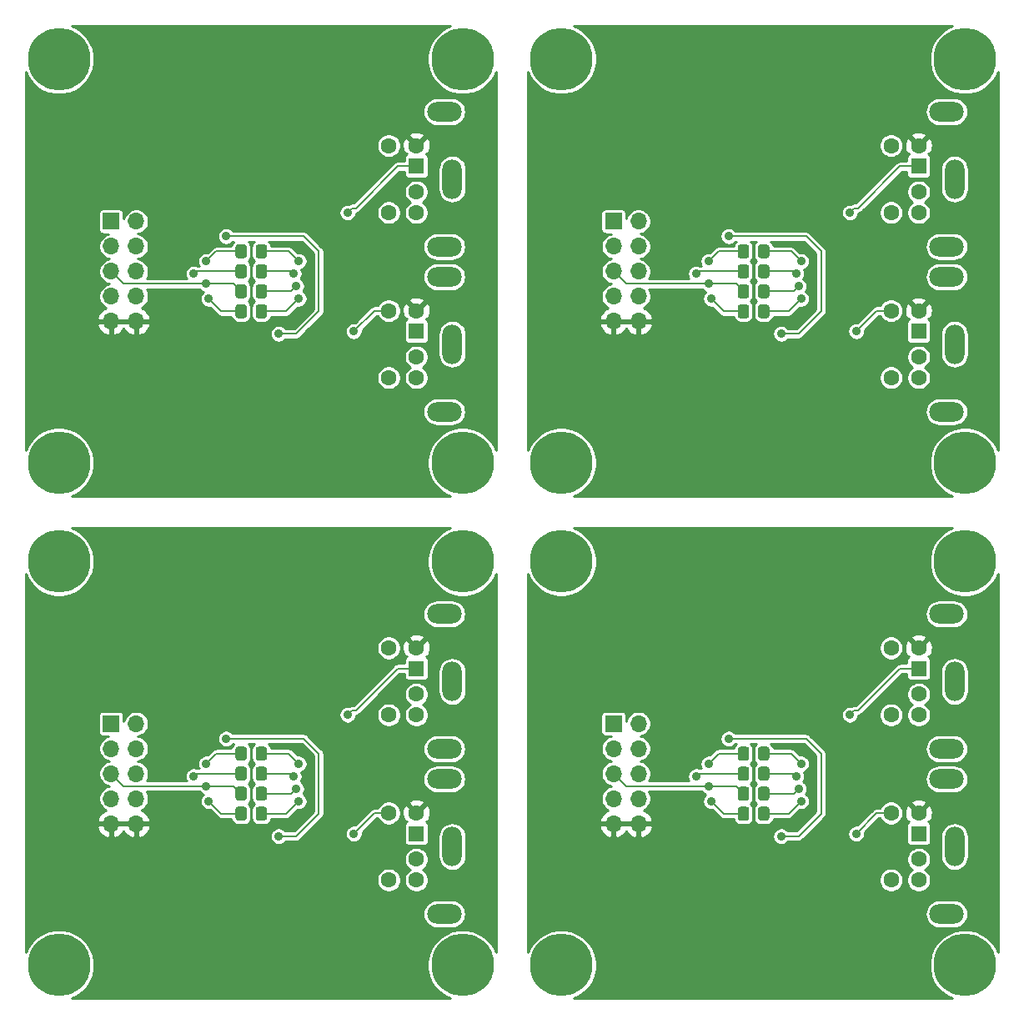
<source format=gbl>
%MOIN*%
%OFA0B0*%
%FSLAX46Y46*%
%IPPOS*%
%LPD*%
%ADD10C,0.25*%
%ADD11O,0.13779527559055119X0.07874015748031496*%
%ADD12R,0.062992125984251982X0.062992125984251982*%
%ADD13C,0.062992125984251982*%
%ADD14O,0.07874015748031496X0.15748031496062992*%
%ADD15R,0.066929133858267723X0.066929133858267723*%
%ADD16O,0.066929133858267723X0.066929133858267723*%
%ADD17C,0.035*%
%ADD18C,0.008*%
%ADD19C,0.01*%
%ADD20C,0.005905511811023622*%
%ADD31C,0.25*%
%ADD32O,0.13779527559055119X0.07874015748031496*%
%ADD33R,0.062992125984251982X0.062992125984251982*%
%ADD34C,0.062992125984251982*%
%ADD35O,0.07874015748031496X0.15748031496062992*%
%ADD36R,0.066929133858267723X0.066929133858267723*%
%ADD37O,0.066929133858267723X0.066929133858267723*%
%ADD38C,0.035*%
%ADD39C,0.008*%
%ADD40C,0.01*%
%ADD41C,0.005905511811023622*%
%ADD42C,0.25*%
%ADD43O,0.13779527559055119X0.07874015748031496*%
%ADD44R,0.062992125984251982X0.062992125984251982*%
%ADD45C,0.062992125984251982*%
%ADD46O,0.07874015748031496X0.15748031496062992*%
%ADD47R,0.066929133858267723X0.066929133858267723*%
%ADD48O,0.066929133858267723X0.066929133858267723*%
%ADD49C,0.035*%
%ADD50C,0.008*%
%ADD51C,0.01*%
%ADD52C,0.005905511811023622*%
%ADD53C,0.25*%
%ADD54O,0.13779527559055119X0.07874015748031496*%
%ADD55R,0.062992125984251982X0.062992125984251982*%
%ADD56C,0.062992125984251982*%
%ADD57O,0.07874015748031496X0.15748031496062992*%
%ADD58R,0.066929133858267723X0.066929133858267723*%
%ADD59O,0.066929133858267723X0.066929133858267723*%
%ADD60C,0.035*%
%ADD61C,0.008*%
%ADD62C,0.01*%
%ADD63C,0.005905511811023622*%
G01*
D10*
X-0000393700Y0002322834D02*
X0000157480Y0000157480D03*
X0001771653Y0000157480D03*
X0001771653Y0001771653D03*
X0000157480Y0001771653D03*
D11*
X0001698503Y0001021968D03*
X0001698503Y0001561338D03*
D12*
X0001586299Y0001342834D03*
D13*
X0001586299Y0001240472D03*
X0001586299Y0001425511D03*
X0001586299Y0001157795D03*
X0001476062Y0001425511D03*
X0001476062Y0001157795D03*
D14*
X0001730000Y0001291653D03*
X0001730000Y0000631653D03*
D13*
X0001476062Y0000497795D03*
X0001476062Y0000765511D03*
X0001586299Y0000497795D03*
X0001586299Y0000765511D03*
X0001586299Y0000580472D03*
D12*
X0001586299Y0000682834D03*
D11*
X0001698503Y0000901338D03*
X0001698503Y0000361968D03*
D15*
X0000366299Y0001122834D03*
D16*
X0000466299Y0001122834D03*
X0000366299Y0001022834D03*
X0000466299Y0001022834D03*
X0000366299Y0000922834D03*
X0000466299Y0000922834D03*
X0000366299Y0000822834D03*
X0000466299Y0000822834D03*
X0000366299Y0000722834D03*
X0000466299Y0000722834D03*
G36*
G01*
X0000989291Y0001020551D02*
X0000989291Y0000985118D01*
G75*
G02*
X0000979448Y0000975275I-0000009842D01*
G01*
X0000953858Y0000975275D01*
G75*
G02*
X0000944015Y0000985118J0000009842D01*
G01*
X0000944015Y0001020551D01*
G75*
G02*
X0000953858Y0001030393I0000009842D01*
G01*
X0000979448Y0001030393D01*
G75*
G02*
X0000989291Y0001020551J-0000009842D01*
G01*
G37*
G36*
G01*
X0000908582Y0001020551D02*
X0000908582Y0000985118D01*
G75*
G02*
X0000898740Y0000975275I-0000009842D01*
G01*
X0000873149Y0000975275D01*
G75*
G02*
X0000863307Y0000985118J0000009842D01*
G01*
X0000863307Y0001020551D01*
G75*
G02*
X0000873149Y0001030393I0000009842D01*
G01*
X0000898740Y0001030393D01*
G75*
G02*
X0000908582Y0001020551J-0000009842D01*
G01*
G37*
G36*
G01*
X0000908582Y0000940551D02*
X0000908582Y0000905118D01*
G75*
G02*
X0000898740Y0000895275I-0000009842D01*
G01*
X0000873149Y0000895275D01*
G75*
G02*
X0000863307Y0000905118J0000009842D01*
G01*
X0000863307Y0000940551D01*
G75*
G02*
X0000873149Y0000950393I0000009842D01*
G01*
X0000898740Y0000950393D01*
G75*
G02*
X0000908582Y0000940551J-0000009842D01*
G01*
G37*
G36*
G01*
X0000989291Y0000940551D02*
X0000989291Y0000905118D01*
G75*
G02*
X0000979448Y0000895275I-0000009842D01*
G01*
X0000953858Y0000895275D01*
G75*
G02*
X0000944015Y0000905118J0000009842D01*
G01*
X0000944015Y0000940551D01*
G75*
G02*
X0000953858Y0000950393I0000009842D01*
G01*
X0000979448Y0000950393D01*
G75*
G02*
X0000989291Y0000940551J-0000009842D01*
G01*
G37*
G36*
G01*
X0000989291Y0000860551D02*
X0000989291Y0000825118D01*
G75*
G02*
X0000979448Y0000815275I-0000009842D01*
G01*
X0000953858Y0000815275D01*
G75*
G02*
X0000944015Y0000825118J0000009842D01*
G01*
X0000944015Y0000860551D01*
G75*
G02*
X0000953858Y0000870393I0000009842D01*
G01*
X0000979448Y0000870393D01*
G75*
G02*
X0000989291Y0000860551J-0000009842D01*
G01*
G37*
G36*
G01*
X0000908582Y0000860551D02*
X0000908582Y0000825118D01*
G75*
G02*
X0000898740Y0000815275I-0000009842D01*
G01*
X0000873149Y0000815275D01*
G75*
G02*
X0000863307Y0000825118J0000009842D01*
G01*
X0000863307Y0000860551D01*
G75*
G02*
X0000873149Y0000870393I0000009842D01*
G01*
X0000898740Y0000870393D01*
G75*
G02*
X0000908582Y0000860551J-0000009842D01*
G01*
G37*
G36*
G01*
X0000908582Y0000780551D02*
X0000908582Y0000745118D01*
G75*
G02*
X0000898740Y0000735275I-0000009842D01*
G01*
X0000873149Y0000735275D01*
G75*
G02*
X0000863307Y0000745118J0000009842D01*
G01*
X0000863307Y0000780551D01*
G75*
G02*
X0000873149Y0000790393I0000009842D01*
G01*
X0000898740Y0000790393D01*
G75*
G02*
X0000908582Y0000780551J-0000009842D01*
G01*
G37*
G36*
G01*
X0000989291Y0000780551D02*
X0000989291Y0000745118D01*
G75*
G02*
X0000979448Y0000735275I-0000009842D01*
G01*
X0000953858Y0000735275D01*
G75*
G02*
X0000944015Y0000745118J0000009842D01*
G01*
X0000944015Y0000780551D01*
G75*
G02*
X0000953858Y0000790393I0000009842D01*
G01*
X0000979448Y0000790393D01*
G75*
G02*
X0000989291Y0000780551J-0000009842D01*
G01*
G37*
D17*
X0001276299Y0001047834D03*
X0001056299Y0000542834D03*
X0000816299Y0000662834D03*
X0001051299Y0001272834D03*
X0000696299Y0000912834D03*
X0000746299Y0000962834D03*
X0000746299Y0000872834D03*
X0000756299Y0000812834D03*
X0001096299Y0000912834D03*
X0001311299Y0001157834D03*
X0001116299Y0000962834D03*
X0001106299Y0000862834D03*
X0001336299Y0000682834D03*
X0001116299Y0000812834D03*
X0001036299Y0000672834D03*
X0000826299Y0001062834D03*
D18*
X0000706299Y0000922834D02*
X0000696299Y0000912834D01*
X0000885944Y0000922834D02*
X0000706299Y0000922834D01*
X0000786299Y0001002834D02*
X0000746299Y0000962834D01*
X0000885944Y0001002834D02*
X0000786299Y0001002834D01*
X0000416299Y0000872834D02*
X0000366299Y0000922834D01*
X0000746299Y0000872834D02*
X0000416299Y0000872834D01*
X0000855944Y0000872834D02*
X0000746299Y0000872834D01*
X0000885944Y0000842834D02*
X0000855944Y0000872834D01*
X0000806299Y0000762834D02*
X0000756299Y0000812834D01*
X0000885944Y0000762834D02*
X0000806299Y0000762834D01*
X0001086299Y0000922834D02*
X0001096299Y0000912834D01*
X0000966653Y0000922834D02*
X0001086299Y0000922834D01*
X0001328799Y0001175334D02*
X0001343799Y0001175334D01*
X0001311299Y0001157834D02*
X0001328799Y0001175334D01*
X0001511299Y0001342834D02*
X0001586299Y0001342834D01*
X0001343799Y0001175334D02*
X0001511299Y0001342834D01*
X0001076299Y0001002834D02*
X0001116299Y0000962834D01*
X0000966653Y0001002834D02*
X0001076299Y0001002834D01*
X0001086299Y0000842834D02*
X0001106299Y0000862834D01*
X0000966653Y0000842834D02*
X0001086299Y0000842834D01*
X0001418976Y0000765511D02*
X0001476062Y0000765511D01*
X0001336299Y0000682834D02*
X0001418976Y0000765511D01*
X0001066299Y0000762834D02*
X0001116299Y0000812834D01*
X0000966653Y0000762834D02*
X0001066299Y0000762834D01*
X0000926299Y0001062834D02*
X0000826299Y0001062834D01*
X0001136299Y0001062834D02*
X0000926299Y0001062834D01*
X0001196299Y0001002834D02*
X0001136299Y0001062834D01*
X0001196299Y0000762834D02*
X0001196299Y0001002834D01*
X0001106299Y0000672834D02*
X0001196299Y0000762834D01*
X0001036299Y0000672834D02*
X0001106299Y0000672834D01*
D19*
X0001704391Y0001897492D02*
X0001681133Y0001881952D01*
X0001661354Y0001862173D01*
X0001645814Y0001838915D01*
X0001635110Y0001813073D01*
X0001629653Y0001785639D01*
X0001629653Y0001757667D01*
X0001635110Y0001730233D01*
X0001645814Y0001704391D01*
X0001661354Y0001681133D01*
X0001681133Y0001661354D01*
X0001704391Y0001645814D01*
X0001730233Y0001635110D01*
X0001757667Y0001629653D01*
X0001785639Y0001629653D01*
X0001813073Y0001635110D01*
X0001838915Y0001645814D01*
X0001862173Y0001661354D01*
X0001881952Y0001681133D01*
X0001897492Y0001704391D01*
X0001904633Y0001721632D01*
X0001904633Y0000207501D01*
X0001897492Y0000224742D01*
X0001881952Y0000248000D01*
X0001862173Y0000267778D01*
X0001838915Y0000283319D01*
X0001813073Y0000294023D01*
X0001785639Y0000299480D01*
X0001757667Y0000299480D01*
X0001730233Y0000294023D01*
X0001704391Y0000283319D01*
X0001681133Y0000267778D01*
X0001661354Y0000248000D01*
X0001645814Y0000224742D01*
X0001635110Y0000198900D01*
X0001629653Y0000171466D01*
X0001629653Y0000143494D01*
X0001635110Y0000116060D01*
X0001645814Y0000090218D01*
X0001661354Y0000066960D01*
X0001681133Y0000047181D01*
X0001704391Y0000031641D01*
X0001721632Y0000024500D01*
X0000207501Y0000024500D01*
X0000224742Y0000031641D01*
X0000248000Y0000047181D01*
X0000267778Y0000066960D01*
X0000283319Y0000090218D01*
X0000294023Y0000116060D01*
X0000299480Y0000143494D01*
X0000299480Y0000171466D01*
X0000294023Y0000198900D01*
X0000283319Y0000224742D01*
X0000267778Y0000248000D01*
X0000248000Y0000267778D01*
X0000224742Y0000283319D01*
X0000198900Y0000294023D01*
X0000171466Y0000299480D01*
X0000143494Y0000299480D01*
X0000116060Y0000294023D01*
X0000090218Y0000283319D01*
X0000066960Y0000267778D01*
X0000047181Y0000248000D01*
X0000031641Y0000224742D01*
X0000024499Y0000207501D01*
X0000024499Y0000361968D01*
X0001612333Y0000361968D01*
X0001613421Y0000350917D01*
X0001616645Y0000340292D01*
X0001621879Y0000330499D01*
X0001628923Y0000321915D01*
X0001637507Y0000314871D01*
X0001647300Y0000309637D01*
X0001657925Y0000306414D01*
X0001666207Y0000305598D01*
X0001730800Y0000305598D01*
X0001739081Y0000306414D01*
X0001749707Y0000309637D01*
X0001759500Y0000314871D01*
X0001768084Y0000321915D01*
X0001775128Y0000330499D01*
X0001780362Y0000340292D01*
X0001783585Y0000350917D01*
X0001784674Y0000361968D01*
X0001783585Y0000373018D01*
X0001780362Y0000383644D01*
X0001775128Y0000393437D01*
X0001768084Y0000402021D01*
X0001759500Y0000409065D01*
X0001749707Y0000414299D01*
X0001739081Y0000417522D01*
X0001730800Y0000418338D01*
X0001666207Y0000418338D01*
X0001657925Y0000417522D01*
X0001647300Y0000414299D01*
X0001637507Y0000409065D01*
X0001628923Y0000402021D01*
X0001621879Y0000393437D01*
X0001616645Y0000383644D01*
X0001613421Y0000373018D01*
X0001612333Y0000361968D01*
X0000024499Y0000361968D01*
X0000024499Y0000502571D01*
X0001427566Y0000502571D01*
X0001427566Y0000493018D01*
X0001429430Y0000483649D01*
X0001433086Y0000474823D01*
X0001438393Y0000466880D01*
X0001445148Y0000460125D01*
X0001453091Y0000454818D01*
X0001461917Y0000451162D01*
X0001471286Y0000449299D01*
X0001480839Y0000449299D01*
X0001490208Y0000451162D01*
X0001499034Y0000454818D01*
X0001506977Y0000460125D01*
X0001513732Y0000466880D01*
X0001519039Y0000474823D01*
X0001522695Y0000483649D01*
X0001524559Y0000493018D01*
X0001524559Y0000502571D01*
X0001522695Y0000511941D01*
X0001519039Y0000520766D01*
X0001513732Y0000528709D01*
X0001506977Y0000535464D01*
X0001499034Y0000540771D01*
X0001490208Y0000544427D01*
X0001480839Y0000546291D01*
X0001471286Y0000546291D01*
X0001461917Y0000544427D01*
X0001453091Y0000540771D01*
X0001445148Y0000535464D01*
X0001438393Y0000528709D01*
X0001433086Y0000520766D01*
X0001429430Y0000511941D01*
X0001427566Y0000502571D01*
X0000024499Y0000502571D01*
X0000024499Y0000585248D01*
X0001537803Y0000585248D01*
X0001537803Y0000575695D01*
X0001539666Y0000566326D01*
X0001543322Y0000557500D01*
X0001548629Y0000549557D01*
X0001555384Y0000542803D01*
X0001560876Y0000539133D01*
X0001555384Y0000535464D01*
X0001548629Y0000528709D01*
X0001543322Y0000520766D01*
X0001539666Y0000511941D01*
X0001537803Y0000502571D01*
X0001537803Y0000493018D01*
X0001539666Y0000483649D01*
X0001543322Y0000474823D01*
X0001548629Y0000466880D01*
X0001555384Y0000460125D01*
X0001563327Y0000454818D01*
X0001572153Y0000451162D01*
X0001581522Y0000449299D01*
X0001591075Y0000449299D01*
X0001600445Y0000451162D01*
X0001609270Y0000454818D01*
X0001617213Y0000460125D01*
X0001623968Y0000466880D01*
X0001629275Y0000474823D01*
X0001632931Y0000483649D01*
X0001634795Y0000493018D01*
X0001634795Y0000502571D01*
X0001632931Y0000511941D01*
X0001629275Y0000520766D01*
X0001623968Y0000528709D01*
X0001617213Y0000535464D01*
X0001611722Y0000539133D01*
X0001617213Y0000542803D01*
X0001623968Y0000549557D01*
X0001629275Y0000557500D01*
X0001632931Y0000566326D01*
X0001634795Y0000575695D01*
X0001634795Y0000585248D01*
X0001632931Y0000594618D01*
X0001629275Y0000603443D01*
X0001623968Y0000611386D01*
X0001617213Y0000618141D01*
X0001609270Y0000623449D01*
X0001600445Y0000627104D01*
X0001591075Y0000628968D01*
X0001581522Y0000628968D01*
X0001572153Y0000627104D01*
X0001563327Y0000623449D01*
X0001555384Y0000618141D01*
X0001548629Y0000611386D01*
X0001543322Y0000603443D01*
X0001539666Y0000594618D01*
X0001537803Y0000585248D01*
X0000024499Y0000585248D01*
X0000024499Y0000708783D01*
X0000309548Y0000708783D01*
X0000311306Y0000702988D01*
X0000316234Y0000692640D01*
X0000323087Y0000683453D01*
X0000331600Y0000675780D01*
X0000341446Y0000669915D01*
X0000352248Y0000666083D01*
X0000361299Y0000670834D01*
X0000361299Y0000717834D01*
X0000371299Y0000717834D01*
X0000371299Y0000670834D01*
X0000380350Y0000666083D01*
X0000391151Y0000669915D01*
X0000400998Y0000675780D01*
X0000409511Y0000683453D01*
X0000416299Y0000692554D01*
X0000423087Y0000683453D01*
X0000431600Y0000675780D01*
X0000441446Y0000669915D01*
X0000452248Y0000666083D01*
X0000461299Y0000670834D01*
X0000461299Y0000717834D01*
X0000471299Y0000717834D01*
X0000471299Y0000670834D01*
X0000480350Y0000666083D01*
X0000491151Y0000669915D01*
X0000500998Y0000675780D01*
X0000509511Y0000683453D01*
X0000516363Y0000692640D01*
X0000521292Y0000702988D01*
X0000523050Y0000708783D01*
X0000518273Y0000717834D01*
X0000471299Y0000717834D01*
X0000461299Y0000717834D01*
X0000371299Y0000717834D01*
X0000361299Y0000717834D01*
X0000314324Y0000717834D01*
X0000309548Y0000708783D01*
X0000024499Y0000708783D01*
X0000024499Y0000736885D01*
X0000309548Y0000736885D01*
X0000314324Y0000727834D01*
X0000361299Y0000727834D01*
X0000361299Y0000728622D01*
X0000371299Y0000728622D01*
X0000371299Y0000727834D01*
X0000461299Y0000727834D01*
X0000461299Y0000728622D01*
X0000471299Y0000728622D01*
X0000471299Y0000727834D01*
X0000518273Y0000727834D01*
X0000523050Y0000736885D01*
X0000521292Y0000742681D01*
X0000516363Y0000753028D01*
X0000509511Y0000762215D01*
X0000500998Y0000769888D01*
X0000491151Y0000775754D01*
X0000487572Y0000777023D01*
X0000490203Y0000778113D01*
X0000498468Y0000783636D01*
X0000505497Y0000790665D01*
X0000511020Y0000798930D01*
X0000514824Y0000808114D01*
X0000516763Y0000817864D01*
X0000516763Y0000827804D01*
X0000514824Y0000837554D01*
X0000511020Y0000846738D01*
X0000507615Y0000851834D01*
X0000718838Y0000851834D01*
X0000719501Y0000850842D01*
X0000724306Y0000846036D01*
X0000729957Y0000842261D01*
X0000735070Y0000840143D01*
X0000734306Y0000839632D01*
X0000729501Y0000834827D01*
X0000725725Y0000829176D01*
X0000723125Y0000822897D01*
X0000721799Y0000816232D01*
X0000721799Y0000809436D01*
X0000723125Y0000802771D01*
X0000725725Y0000796492D01*
X0000729501Y0000790842D01*
X0000734306Y0000786036D01*
X0000739957Y0000782261D01*
X0000746235Y0000779660D01*
X0000752901Y0000778334D01*
X0000759697Y0000778334D01*
X0000760867Y0000778567D01*
X0000790720Y0000748714D01*
X0000791378Y0000747913D01*
X0000794575Y0000745289D01*
X0000798223Y0000743339D01*
X0000802182Y0000742138D01*
X0000805267Y0000741834D01*
X0000805268Y0000741834D01*
X0000806299Y0000741733D01*
X0000807330Y0000741834D01*
X0000846548Y0000741834D01*
X0000846742Y0000739865D01*
X0000848274Y0000734814D01*
X0000850762Y0000730159D01*
X0000854110Y0000726079D01*
X0000858190Y0000722730D01*
X0000862845Y0000720242D01*
X0000867896Y0000718710D01*
X0000873149Y0000718193D01*
X0000898740Y0000718193D01*
X0000903992Y0000718710D01*
X0000909043Y0000720242D01*
X0000913698Y0000722730D01*
X0000917778Y0000726079D01*
X0000921127Y0000730159D01*
X0000923615Y0000734814D01*
X0000925147Y0000739865D01*
X0000925664Y0000745118D01*
X0000925664Y0000780551D01*
X0000925147Y0000785803D01*
X0000923615Y0000790854D01*
X0000921127Y0000795509D01*
X0000917778Y0000799589D01*
X0000913825Y0000802834D01*
X0000917778Y0000806079D01*
X0000921127Y0000810159D01*
X0000923615Y0000814814D01*
X0000925147Y0000819865D01*
X0000925664Y0000825118D01*
X0000925664Y0000860551D01*
X0000925147Y0000865803D01*
X0000923615Y0000870854D01*
X0000921127Y0000875509D01*
X0000917778Y0000879589D01*
X0000913825Y0000882834D01*
X0000917778Y0000886079D01*
X0000921127Y0000890159D01*
X0000923615Y0000894814D01*
X0000925147Y0000899865D01*
X0000925664Y0000905118D01*
X0000925664Y0000940551D01*
X0000925147Y0000945803D01*
X0000923615Y0000950854D01*
X0000921127Y0000955509D01*
X0000917778Y0000959589D01*
X0000913825Y0000962834D01*
X0000917778Y0000966079D01*
X0000921127Y0000970159D01*
X0000923615Y0000974814D01*
X0000925147Y0000979865D01*
X0000925664Y0000985118D01*
X0000925664Y0001020551D01*
X0000925147Y0001025803D01*
X0000923615Y0001030854D01*
X0000921127Y0001035509D01*
X0000917778Y0001039589D01*
X0000915043Y0001041834D01*
X0000937554Y0001041834D01*
X0000934819Y0001039589D01*
X0000931471Y0001035509D01*
X0000928983Y0001030854D01*
X0000927450Y0001025803D01*
X0000926933Y0001020551D01*
X0000926933Y0000985118D01*
X0000927450Y0000979865D01*
X0000928983Y0000974814D01*
X0000931471Y0000970159D01*
X0000934819Y0000966079D01*
X0000938773Y0000962834D01*
X0000934819Y0000959589D01*
X0000931471Y0000955509D01*
X0000928983Y0000950854D01*
X0000927450Y0000945803D01*
X0000926933Y0000940551D01*
X0000926933Y0000905118D01*
X0000927450Y0000899865D01*
X0000928983Y0000894814D01*
X0000931471Y0000890159D01*
X0000934819Y0000886079D01*
X0000938773Y0000882834D01*
X0000934819Y0000879589D01*
X0000931471Y0000875509D01*
X0000928983Y0000870854D01*
X0000927450Y0000865803D01*
X0000926933Y0000860551D01*
X0000926933Y0000825118D01*
X0000927450Y0000819865D01*
X0000928983Y0000814814D01*
X0000931471Y0000810159D01*
X0000934819Y0000806079D01*
X0000938773Y0000802834D01*
X0000934819Y0000799589D01*
X0000931471Y0000795509D01*
X0000928983Y0000790854D01*
X0000927450Y0000785803D01*
X0000926933Y0000780551D01*
X0000926933Y0000745118D01*
X0000927450Y0000739865D01*
X0000928983Y0000734814D01*
X0000931471Y0000730159D01*
X0000934819Y0000726079D01*
X0000938899Y0000722730D01*
X0000943554Y0000720242D01*
X0000948605Y0000718710D01*
X0000953858Y0000718193D01*
X0000979448Y0000718193D01*
X0000984701Y0000718710D01*
X0000989752Y0000720242D01*
X0000994407Y0000722730D01*
X0000998487Y0000726079D01*
X0001001835Y0000730159D01*
X0001004324Y0000734814D01*
X0001005856Y0000739865D01*
X0001006050Y0000741834D01*
X0001065268Y0000741834D01*
X0001066299Y0000741733D01*
X0001067330Y0000741834D01*
X0001067330Y0000741834D01*
X0001070415Y0000742138D01*
X0001074374Y0000743339D01*
X0001078022Y0000745289D01*
X0001081220Y0000747913D01*
X0001081877Y0000748714D01*
X0001111730Y0000778567D01*
X0001112901Y0000778334D01*
X0001119697Y0000778334D01*
X0001126362Y0000779660D01*
X0001132641Y0000782261D01*
X0001138291Y0000786036D01*
X0001143097Y0000790842D01*
X0001146872Y0000796492D01*
X0001149473Y0000802771D01*
X0001150799Y0000809436D01*
X0001150799Y0000816232D01*
X0001149473Y0000822897D01*
X0001146872Y0000829176D01*
X0001143097Y0000834827D01*
X0001138291Y0000839632D01*
X0001134141Y0000842405D01*
X0001136872Y0000846492D01*
X0001139473Y0000852771D01*
X0001140799Y0000859436D01*
X0001140799Y0000866232D01*
X0001139473Y0000872897D01*
X0001136872Y0000879176D01*
X0001133097Y0000884827D01*
X0001128291Y0000889632D01*
X0001124141Y0000892405D01*
X0001126872Y0000896492D01*
X0001129473Y0000902771D01*
X0001130799Y0000909436D01*
X0001130799Y0000916232D01*
X0001129473Y0000922897D01*
X0001126872Y0000929176D01*
X0001126508Y0000929721D01*
X0001132641Y0000932261D01*
X0001138291Y0000936036D01*
X0001143097Y0000940842D01*
X0001146872Y0000946492D01*
X0001149473Y0000952771D01*
X0001150799Y0000959436D01*
X0001150799Y0000966232D01*
X0001149473Y0000972897D01*
X0001146872Y0000979176D01*
X0001143097Y0000984827D01*
X0001138291Y0000989632D01*
X0001132641Y0000993408D01*
X0001126362Y0000996008D01*
X0001119697Y0000997334D01*
X0001112901Y0000997334D01*
X0001111730Y0000997101D01*
X0001091877Y0001016954D01*
X0001091220Y0001017755D01*
X0001088022Y0001020379D01*
X0001084374Y0001022329D01*
X0001080415Y0001023530D01*
X0001077330Y0001023834D01*
X0001077330Y0001023834D01*
X0001076299Y0001023936D01*
X0001075268Y0001023834D01*
X0001006050Y0001023834D01*
X0001005856Y0001025803D01*
X0001004324Y0001030854D01*
X0001001835Y0001035509D01*
X0000998487Y0001039589D01*
X0000995752Y0001041834D01*
X0001127600Y0001041834D01*
X0001175299Y0000994136D01*
X0001175299Y0000771533D01*
X0001097600Y0000693834D01*
X0001063760Y0000693834D01*
X0001063097Y0000694827D01*
X0001058291Y0000699632D01*
X0001052641Y0000703408D01*
X0001046362Y0000706008D01*
X0001039697Y0000707334D01*
X0001032901Y0000707334D01*
X0001026235Y0000706008D01*
X0001019957Y0000703408D01*
X0001014306Y0000699632D01*
X0001009501Y0000694827D01*
X0001005725Y0000689176D01*
X0001003125Y0000682897D01*
X0001001799Y0000676232D01*
X0001001799Y0000669436D01*
X0001003125Y0000662771D01*
X0001005725Y0000656492D01*
X0001009501Y0000650842D01*
X0001014306Y0000646036D01*
X0001019957Y0000642261D01*
X0001026235Y0000639660D01*
X0001032901Y0000638334D01*
X0001039697Y0000638334D01*
X0001046362Y0000639660D01*
X0001052641Y0000642261D01*
X0001058291Y0000646036D01*
X0001063097Y0000650842D01*
X0001063760Y0000651834D01*
X0001105268Y0000651834D01*
X0001106299Y0000651733D01*
X0001107330Y0000651834D01*
X0001107330Y0000651834D01*
X0001110415Y0000652138D01*
X0001114374Y0000653339D01*
X0001118022Y0000655289D01*
X0001121220Y0000657913D01*
X0001121877Y0000658714D01*
X0001149395Y0000686232D01*
X0001301799Y0000686232D01*
X0001301799Y0000679436D01*
X0001303125Y0000672771D01*
X0001305725Y0000666492D01*
X0001309501Y0000660842D01*
X0001314306Y0000656036D01*
X0001319957Y0000652261D01*
X0001326235Y0000649660D01*
X0001332901Y0000648334D01*
X0001339697Y0000648334D01*
X0001346362Y0000649660D01*
X0001352641Y0000652261D01*
X0001358291Y0000656036D01*
X0001363097Y0000660842D01*
X0001366872Y0000666492D01*
X0001369473Y0000672771D01*
X0001370799Y0000679436D01*
X0001370799Y0000686232D01*
X0001370566Y0000687403D01*
X0001427674Y0000744511D01*
X0001432269Y0000744511D01*
X0001433086Y0000742540D01*
X0001438393Y0000734597D01*
X0001445148Y0000727842D01*
X0001453091Y0000722535D01*
X0001461917Y0000718879D01*
X0001471286Y0000717015D01*
X0001480839Y0000717015D01*
X0001490208Y0000718879D01*
X0001499034Y0000722535D01*
X0001506977Y0000727842D01*
X0001513732Y0000734597D01*
X0001519039Y0000742540D01*
X0001522695Y0000751366D01*
X0001524559Y0000760735D01*
X0001524559Y0000762735D01*
X0001529597Y0000762735D01*
X0001531228Y0000751727D01*
X0001534976Y0000741248D01*
X0001537611Y0000736318D01*
X0001547216Y0000733500D01*
X0001542638Y0000728922D01*
X0001544057Y0000727503D01*
X0001542724Y0000726409D01*
X0001540599Y0000723821D01*
X0001539021Y0000720867D01*
X0001538049Y0000717663D01*
X0001537720Y0000714330D01*
X0001537720Y0000651338D01*
X0001538049Y0000648005D01*
X0001539021Y0000644801D01*
X0001540599Y0000641848D01*
X0001542724Y0000639259D01*
X0001545312Y0000637135D01*
X0001548266Y0000635556D01*
X0001551470Y0000634584D01*
X0001554803Y0000634256D01*
X0001617795Y0000634256D01*
X0001621127Y0000634584D01*
X0001624332Y0000635556D01*
X0001627285Y0000637135D01*
X0001629874Y0000639259D01*
X0001631998Y0000641848D01*
X0001633577Y0000644801D01*
X0001634549Y0000648005D01*
X0001634877Y0000651338D01*
X0001634877Y0000673792D01*
X0001673629Y0000673792D01*
X0001673629Y0000589514D01*
X0001674445Y0000581232D01*
X0001677668Y0000570607D01*
X0001682903Y0000560814D01*
X0001689947Y0000552230D01*
X0001698530Y0000545186D01*
X0001708323Y0000539952D01*
X0001718949Y0000536729D01*
X0001730000Y0000535640D01*
X0001741050Y0000536729D01*
X0001751676Y0000539952D01*
X0001761469Y0000545186D01*
X0001770052Y0000552230D01*
X0001777096Y0000560814D01*
X0001782331Y0000570607D01*
X0001785554Y0000581232D01*
X0001786370Y0000589514D01*
X0001786370Y0000673792D01*
X0001785554Y0000682074D01*
X0001782331Y0000692699D01*
X0001777096Y0000702492D01*
X0001770052Y0000711076D01*
X0001761469Y0000718120D01*
X0001751676Y0000723354D01*
X0001741050Y0000726577D01*
X0001730000Y0000727666D01*
X0001718949Y0000726577D01*
X0001708323Y0000723354D01*
X0001698530Y0000718120D01*
X0001689947Y0000711076D01*
X0001682903Y0000702492D01*
X0001677668Y0000692699D01*
X0001674445Y0000682074D01*
X0001673629Y0000673792D01*
X0001634877Y0000673792D01*
X0001634877Y0000714330D01*
X0001634549Y0000717663D01*
X0001633577Y0000720867D01*
X0001631998Y0000723821D01*
X0001629874Y0000726409D01*
X0001628541Y0000727503D01*
X0001629959Y0000728922D01*
X0001625382Y0000733500D01*
X0001634987Y0000736318D01*
X0001639746Y0000746377D01*
X0001642452Y0000757172D01*
X0001643000Y0000768287D01*
X0001641369Y0000779296D01*
X0001637622Y0000789775D01*
X0001634987Y0000794705D01*
X0001625381Y0000797523D01*
X0001593370Y0000765511D01*
X0001593927Y0000764954D01*
X0001586856Y0000757883D01*
X0001586299Y0000758440D01*
X0001585742Y0000757883D01*
X0001578671Y0000764954D01*
X0001579228Y0000765511D01*
X0001547216Y0000797523D01*
X0001537611Y0000794705D01*
X0001532851Y0000784645D01*
X0001530145Y0000773851D01*
X0001529597Y0000762735D01*
X0001524559Y0000762735D01*
X0001524559Y0000770288D01*
X0001522695Y0000779657D01*
X0001519039Y0000788483D01*
X0001513732Y0000796426D01*
X0001506977Y0000803181D01*
X0001504862Y0000804594D01*
X0001554287Y0000804594D01*
X0001586299Y0000772582D01*
X0001618310Y0000804594D01*
X0001615492Y0000814199D01*
X0001605433Y0000818959D01*
X0001594638Y0000821665D01*
X0001583523Y0000822213D01*
X0001572514Y0000820582D01*
X0001562035Y0000816834D01*
X0001557105Y0000814199D01*
X0001554287Y0000804594D01*
X0001504862Y0000804594D01*
X0001499034Y0000808488D01*
X0001490208Y0000812144D01*
X0001480839Y0000814007D01*
X0001471286Y0000814007D01*
X0001461917Y0000812144D01*
X0001453091Y0000808488D01*
X0001445148Y0000803181D01*
X0001438393Y0000796426D01*
X0001433086Y0000788483D01*
X0001432269Y0000786511D01*
X0001420007Y0000786511D01*
X0001418976Y0000786613D01*
X0001417945Y0000786511D01*
X0001417945Y0000786511D01*
X0001414859Y0000786207D01*
X0001410901Y0000785007D01*
X0001407252Y0000783057D01*
X0001404055Y0000780432D01*
X0001403397Y0000779631D01*
X0001340867Y0000717101D01*
X0001339697Y0000717334D01*
X0001332901Y0000717334D01*
X0001326235Y0000716008D01*
X0001319957Y0000713408D01*
X0001314306Y0000709632D01*
X0001309501Y0000704827D01*
X0001305725Y0000699176D01*
X0001303125Y0000692897D01*
X0001301799Y0000686232D01*
X0001149395Y0000686232D01*
X0001210419Y0000747256D01*
X0001211220Y0000747913D01*
X0001213844Y0000751111D01*
X0001215794Y0000754759D01*
X0001216995Y0000758717D01*
X0001217299Y0000761803D01*
X0001217299Y0000761803D01*
X0001217400Y0000762834D01*
X0001217299Y0000763865D01*
X0001217299Y0000901338D01*
X0001612333Y0000901338D01*
X0001613421Y0000890288D01*
X0001616645Y0000879662D01*
X0001621879Y0000869869D01*
X0001628923Y0000861286D01*
X0001637507Y0000854241D01*
X0001647300Y0000849007D01*
X0001657925Y0000845784D01*
X0001666207Y0000844968D01*
X0001730800Y0000844968D01*
X0001739081Y0000845784D01*
X0001749707Y0000849007D01*
X0001759500Y0000854241D01*
X0001768084Y0000861286D01*
X0001775128Y0000869869D01*
X0001780362Y0000879662D01*
X0001783585Y0000890288D01*
X0001784674Y0000901338D01*
X0001783585Y0000912389D01*
X0001780362Y0000923014D01*
X0001775128Y0000932807D01*
X0001768084Y0000941391D01*
X0001759500Y0000948435D01*
X0001749707Y0000953669D01*
X0001739081Y0000956892D01*
X0001730800Y0000957708D01*
X0001666207Y0000957708D01*
X0001657925Y0000956892D01*
X0001647300Y0000953669D01*
X0001637507Y0000948435D01*
X0001628923Y0000941391D01*
X0001621879Y0000932807D01*
X0001616645Y0000923014D01*
X0001613421Y0000912389D01*
X0001612333Y0000901338D01*
X0001217299Y0000901338D01*
X0001217299Y0001001803D01*
X0001217400Y0001002834D01*
X0001217299Y0001003865D01*
X0001217299Y0001003865D01*
X0001216995Y0001006951D01*
X0001215794Y0001010909D01*
X0001213844Y0001014558D01*
X0001211220Y0001017755D01*
X0001210419Y0001018413D01*
X0001206863Y0001021968D01*
X0001612333Y0001021968D01*
X0001613421Y0001010918D01*
X0001616645Y0001000292D01*
X0001621879Y0000990499D01*
X0001628923Y0000981915D01*
X0001637507Y0000974871D01*
X0001647300Y0000969637D01*
X0001657925Y0000966414D01*
X0001666207Y0000965598D01*
X0001730800Y0000965598D01*
X0001739081Y0000966414D01*
X0001749707Y0000969637D01*
X0001759500Y0000974871D01*
X0001768084Y0000981915D01*
X0001775128Y0000990499D01*
X0001780362Y0001000292D01*
X0001783585Y0001010918D01*
X0001784674Y0001021968D01*
X0001783585Y0001033018D01*
X0001780362Y0001043644D01*
X0001775128Y0001053437D01*
X0001768084Y0001062020D01*
X0001759500Y0001069065D01*
X0001749707Y0001074299D01*
X0001739081Y0001077522D01*
X0001730800Y0001078338D01*
X0001666207Y0001078338D01*
X0001657925Y0001077522D01*
X0001647300Y0001074299D01*
X0001637507Y0001069065D01*
X0001628923Y0001062020D01*
X0001621879Y0001053437D01*
X0001616645Y0001043644D01*
X0001613421Y0001033018D01*
X0001612333Y0001021968D01*
X0001206863Y0001021968D01*
X0001151877Y0001076954D01*
X0001151220Y0001077755D01*
X0001148022Y0001080379D01*
X0001144374Y0001082329D01*
X0001140415Y0001083530D01*
X0001137330Y0001083834D01*
X0001137330Y0001083834D01*
X0001136299Y0001083936D01*
X0001135268Y0001083834D01*
X0000853760Y0001083834D01*
X0000853097Y0001084827D01*
X0000848291Y0001089632D01*
X0000842641Y0001093408D01*
X0000836362Y0001096008D01*
X0000829697Y0001097334D01*
X0000822901Y0001097334D01*
X0000816235Y0001096008D01*
X0000809957Y0001093408D01*
X0000804306Y0001089632D01*
X0000799501Y0001084827D01*
X0000795725Y0001079176D01*
X0000793125Y0001072897D01*
X0000791799Y0001066232D01*
X0000791799Y0001059436D01*
X0000793125Y0001052771D01*
X0000795725Y0001046492D01*
X0000799501Y0001040842D01*
X0000804306Y0001036036D01*
X0000809957Y0001032261D01*
X0000816235Y0001029660D01*
X0000822901Y0001028334D01*
X0000829697Y0001028334D01*
X0000836362Y0001029660D01*
X0000842641Y0001032261D01*
X0000848291Y0001036036D01*
X0000853097Y0001040842D01*
X0000853760Y0001041834D01*
X0000856846Y0001041834D01*
X0000854110Y0001039589D01*
X0000850762Y0001035509D01*
X0000848274Y0001030854D01*
X0000846742Y0001025803D01*
X0000846548Y0001023834D01*
X0000787330Y0001023834D01*
X0000786299Y0001023936D01*
X0000785268Y0001023834D01*
X0000785267Y0001023834D01*
X0000782182Y0001023530D01*
X0000778223Y0001022329D01*
X0000774575Y0001020379D01*
X0000771378Y0001017755D01*
X0000770720Y0001016954D01*
X0000750867Y0000997101D01*
X0000749697Y0000997334D01*
X0000742901Y0000997334D01*
X0000736235Y0000996008D01*
X0000729957Y0000993408D01*
X0000724306Y0000989632D01*
X0000719501Y0000984827D01*
X0000715725Y0000979176D01*
X0000713125Y0000972897D01*
X0000711799Y0000966232D01*
X0000711799Y0000959436D01*
X0000713125Y0000952771D01*
X0000715725Y0000946492D01*
X0000717501Y0000943834D01*
X0000711611Y0000943834D01*
X0000706362Y0000946008D01*
X0000699697Y0000947334D01*
X0000692901Y0000947334D01*
X0000686235Y0000946008D01*
X0000679957Y0000943408D01*
X0000674306Y0000939632D01*
X0000669501Y0000934827D01*
X0000665725Y0000929176D01*
X0000663125Y0000922897D01*
X0000661799Y0000916232D01*
X0000661799Y0000909436D01*
X0000663125Y0000902771D01*
X0000665725Y0000896492D01*
X0000667501Y0000893834D01*
X0000507615Y0000893834D01*
X0000511020Y0000898930D01*
X0000514824Y0000908114D01*
X0000516763Y0000917864D01*
X0000516763Y0000927804D01*
X0000514824Y0000937554D01*
X0000511020Y0000946738D01*
X0000505497Y0000955003D01*
X0000498468Y0000962033D01*
X0000490203Y0000967555D01*
X0000481019Y0000971359D01*
X0000473605Y0000972834D01*
X0000481019Y0000974309D01*
X0000490203Y0000978113D01*
X0000498468Y0000983636D01*
X0000505497Y0000990665D01*
X0000511020Y0000998930D01*
X0000514824Y0001008114D01*
X0000516763Y0001017864D01*
X0000516763Y0001027804D01*
X0000514824Y0001037554D01*
X0000511020Y0001046738D01*
X0000505497Y0001055003D01*
X0000498468Y0001062033D01*
X0000490203Y0001067555D01*
X0000481019Y0001071359D01*
X0000473605Y0001072834D01*
X0000481019Y0001074309D01*
X0000490203Y0001078113D01*
X0000498468Y0001083636D01*
X0000505497Y0001090665D01*
X0000511020Y0001098930D01*
X0000514824Y0001108114D01*
X0000516763Y0001117864D01*
X0000516763Y0001127804D01*
X0000514824Y0001137554D01*
X0000511020Y0001146738D01*
X0000505497Y0001155003D01*
X0000499268Y0001161232D01*
X0001276799Y0001161232D01*
X0001276799Y0001154436D01*
X0001278125Y0001147771D01*
X0001280725Y0001141492D01*
X0001284501Y0001135842D01*
X0001289306Y0001131036D01*
X0001294957Y0001127261D01*
X0001301235Y0001124660D01*
X0001307901Y0001123334D01*
X0001314697Y0001123334D01*
X0001321362Y0001124660D01*
X0001327641Y0001127261D01*
X0001333291Y0001131036D01*
X0001338097Y0001135842D01*
X0001341872Y0001141492D01*
X0001344473Y0001147771D01*
X0001345797Y0001154429D01*
X0001347915Y0001154638D01*
X0001351874Y0001155839D01*
X0001355522Y0001157789D01*
X0001358720Y0001160413D01*
X0001359377Y0001161214D01*
X0001360734Y0001162571D01*
X0001427566Y0001162571D01*
X0001427566Y0001153018D01*
X0001429430Y0001143649D01*
X0001433086Y0001134823D01*
X0001438393Y0001126880D01*
X0001445148Y0001120125D01*
X0001453091Y0001114818D01*
X0001461917Y0001111162D01*
X0001471286Y0001109299D01*
X0001480839Y0001109299D01*
X0001490208Y0001111162D01*
X0001499034Y0001114818D01*
X0001506977Y0001120125D01*
X0001513732Y0001126880D01*
X0001519039Y0001134823D01*
X0001522695Y0001143649D01*
X0001524559Y0001153018D01*
X0001524559Y0001162571D01*
X0001522695Y0001171941D01*
X0001519039Y0001180766D01*
X0001513732Y0001188709D01*
X0001506977Y0001195464D01*
X0001499034Y0001200771D01*
X0001490208Y0001204427D01*
X0001480839Y0001206291D01*
X0001471286Y0001206291D01*
X0001461917Y0001204427D01*
X0001453091Y0001200771D01*
X0001445148Y0001195464D01*
X0001438393Y0001188709D01*
X0001433086Y0001180766D01*
X0001429430Y0001171941D01*
X0001427566Y0001162571D01*
X0001360734Y0001162571D01*
X0001443411Y0001245248D01*
X0001537803Y0001245248D01*
X0001537803Y0001235695D01*
X0001539666Y0001226326D01*
X0001543322Y0001217500D01*
X0001548629Y0001209557D01*
X0001555384Y0001202803D01*
X0001560876Y0001199133D01*
X0001555384Y0001195464D01*
X0001548629Y0001188709D01*
X0001543322Y0001180766D01*
X0001539666Y0001171941D01*
X0001537803Y0001162571D01*
X0001537803Y0001153018D01*
X0001539666Y0001143649D01*
X0001543322Y0001134823D01*
X0001548629Y0001126880D01*
X0001555384Y0001120125D01*
X0001563327Y0001114818D01*
X0001572153Y0001111162D01*
X0001581522Y0001109299D01*
X0001591075Y0001109299D01*
X0001600445Y0001111162D01*
X0001609270Y0001114818D01*
X0001617213Y0001120125D01*
X0001623968Y0001126880D01*
X0001629275Y0001134823D01*
X0001632931Y0001143649D01*
X0001634795Y0001153018D01*
X0001634795Y0001162571D01*
X0001632931Y0001171941D01*
X0001629275Y0001180766D01*
X0001623968Y0001188709D01*
X0001617213Y0001195464D01*
X0001611722Y0001199133D01*
X0001617213Y0001202803D01*
X0001623968Y0001209557D01*
X0001629275Y0001217500D01*
X0001632931Y0001226326D01*
X0001634795Y0001235695D01*
X0001634795Y0001245248D01*
X0001632931Y0001254618D01*
X0001629275Y0001263443D01*
X0001623968Y0001271386D01*
X0001617213Y0001278141D01*
X0001609270Y0001283449D01*
X0001600445Y0001287104D01*
X0001591075Y0001288968D01*
X0001581522Y0001288968D01*
X0001572153Y0001287104D01*
X0001563327Y0001283449D01*
X0001555384Y0001278141D01*
X0001548629Y0001271386D01*
X0001543322Y0001263443D01*
X0001539666Y0001254618D01*
X0001537803Y0001245248D01*
X0001443411Y0001245248D01*
X0001519997Y0001321834D01*
X0001537720Y0001321834D01*
X0001537720Y0001311338D01*
X0001538049Y0001308005D01*
X0001539021Y0001304801D01*
X0001540599Y0001301848D01*
X0001542724Y0001299259D01*
X0001545312Y0001297135D01*
X0001548266Y0001295556D01*
X0001551470Y0001294584D01*
X0001554803Y0001294256D01*
X0001617795Y0001294256D01*
X0001621127Y0001294584D01*
X0001624332Y0001295556D01*
X0001627285Y0001297135D01*
X0001629874Y0001299259D01*
X0001631998Y0001301848D01*
X0001633577Y0001304801D01*
X0001634549Y0001308005D01*
X0001634877Y0001311338D01*
X0001634877Y0001333792D01*
X0001673629Y0001333792D01*
X0001673629Y0001249514D01*
X0001674445Y0001241232D01*
X0001677668Y0001230607D01*
X0001682903Y0001220814D01*
X0001689947Y0001212230D01*
X0001698530Y0001205186D01*
X0001708323Y0001199952D01*
X0001718949Y0001196729D01*
X0001730000Y0001195640D01*
X0001741050Y0001196729D01*
X0001751676Y0001199952D01*
X0001761469Y0001205186D01*
X0001770052Y0001212230D01*
X0001777096Y0001220814D01*
X0001782331Y0001230607D01*
X0001785554Y0001241232D01*
X0001786370Y0001249514D01*
X0001786370Y0001333792D01*
X0001785554Y0001342074D01*
X0001782331Y0001352699D01*
X0001777096Y0001362492D01*
X0001770052Y0001371076D01*
X0001761469Y0001378120D01*
X0001751676Y0001383354D01*
X0001741050Y0001386578D01*
X0001730000Y0001387666D01*
X0001718949Y0001386578D01*
X0001708323Y0001383354D01*
X0001698530Y0001378120D01*
X0001689947Y0001371076D01*
X0001682903Y0001362492D01*
X0001677668Y0001352699D01*
X0001674445Y0001342074D01*
X0001673629Y0001333792D01*
X0001634877Y0001333792D01*
X0001634877Y0001374330D01*
X0001634549Y0001377663D01*
X0001633577Y0001380867D01*
X0001631998Y0001383821D01*
X0001629874Y0001386409D01*
X0001628541Y0001387503D01*
X0001629959Y0001388922D01*
X0001625382Y0001393500D01*
X0001634987Y0001396318D01*
X0001639746Y0001406377D01*
X0001642452Y0001417172D01*
X0001643000Y0001428287D01*
X0001641369Y0001439296D01*
X0001637622Y0001449775D01*
X0001634987Y0001454705D01*
X0001625381Y0001457523D01*
X0001593370Y0001425511D01*
X0001593927Y0001424955D01*
X0001586856Y0001417883D01*
X0001586299Y0001418440D01*
X0001585742Y0001417883D01*
X0001578671Y0001424955D01*
X0001579228Y0001425511D01*
X0001547216Y0001457523D01*
X0001537611Y0001454705D01*
X0001532851Y0001444645D01*
X0001530145Y0001433851D01*
X0001529597Y0001422735D01*
X0001531228Y0001411727D01*
X0001534976Y0001401248D01*
X0001537611Y0001396318D01*
X0001547216Y0001393500D01*
X0001542638Y0001388922D01*
X0001544057Y0001387503D01*
X0001542724Y0001386409D01*
X0001540599Y0001383821D01*
X0001539021Y0001380867D01*
X0001538049Y0001377663D01*
X0001537720Y0001374330D01*
X0001537720Y0001363834D01*
X0001512330Y0001363834D01*
X0001511299Y0001363936D01*
X0001510268Y0001363834D01*
X0001510267Y0001363834D01*
X0001507182Y0001363530D01*
X0001503223Y0001362329D01*
X0001499575Y0001360379D01*
X0001496378Y0001357755D01*
X0001495720Y0001356954D01*
X0001335100Y0001196334D01*
X0001329830Y0001196334D01*
X0001328799Y0001196436D01*
X0001327767Y0001196334D01*
X0001327767Y0001196334D01*
X0001324682Y0001196030D01*
X0001320723Y0001194829D01*
X0001317075Y0001192879D01*
X0001316076Y0001192060D01*
X0001314697Y0001192334D01*
X0001307901Y0001192334D01*
X0001301235Y0001191008D01*
X0001294957Y0001188408D01*
X0001289306Y0001184632D01*
X0001284501Y0001179827D01*
X0001280725Y0001174176D01*
X0001278125Y0001167897D01*
X0001276799Y0001161232D01*
X0000499268Y0001161232D01*
X0000498468Y0001162033D01*
X0000490203Y0001167555D01*
X0000481019Y0001171359D01*
X0000471269Y0001173299D01*
X0000461328Y0001173299D01*
X0000451579Y0001171359D01*
X0000442395Y0001167555D01*
X0000434129Y0001162033D01*
X0000427100Y0001155003D01*
X0000421578Y0001146738D01*
X0000417773Y0001137554D01*
X0000416846Y0001132889D01*
X0000416846Y0001156299D01*
X0000416517Y0001159631D01*
X0000415545Y0001162836D01*
X0000413967Y0001165789D01*
X0000411842Y0001168378D01*
X0000409254Y0001170502D01*
X0000406300Y0001172081D01*
X0000403096Y0001173053D01*
X0000399763Y0001173381D01*
X0000332834Y0001173381D01*
X0000329502Y0001173053D01*
X0000326297Y0001172081D01*
X0000323344Y0001170502D01*
X0000320755Y0001168378D01*
X0000318631Y0001165789D01*
X0000317052Y0001162836D01*
X0000316080Y0001159631D01*
X0000315752Y0001156299D01*
X0000315752Y0001089370D01*
X0000316080Y0001086037D01*
X0000317052Y0001082832D01*
X0000318631Y0001079879D01*
X0000320755Y0001077291D01*
X0000323344Y0001075166D01*
X0000326297Y0001073588D01*
X0000329502Y0001072616D01*
X0000332834Y0001072287D01*
X0000356244Y0001072287D01*
X0000351579Y0001071359D01*
X0000342395Y0001067555D01*
X0000334129Y0001062033D01*
X0000327100Y0001055003D01*
X0000321578Y0001046738D01*
X0000317773Y0001037554D01*
X0000315834Y0001027804D01*
X0000315834Y0001017864D01*
X0000317773Y0001008114D01*
X0000321578Y0000998930D01*
X0000327100Y0000990665D01*
X0000334129Y0000983636D01*
X0000342395Y0000978113D01*
X0000351579Y0000974309D01*
X0000358993Y0000972834D01*
X0000351579Y0000971359D01*
X0000342395Y0000967555D01*
X0000334129Y0000962033D01*
X0000327100Y0000955003D01*
X0000321578Y0000946738D01*
X0000317773Y0000937554D01*
X0000315834Y0000927804D01*
X0000315834Y0000917864D01*
X0000317773Y0000908114D01*
X0000321578Y0000898930D01*
X0000327100Y0000890665D01*
X0000334129Y0000883636D01*
X0000342395Y0000878113D01*
X0000351579Y0000874309D01*
X0000358993Y0000872834D01*
X0000351579Y0000871359D01*
X0000342395Y0000867555D01*
X0000334129Y0000862033D01*
X0000327100Y0000855003D01*
X0000321578Y0000846738D01*
X0000317773Y0000837554D01*
X0000315834Y0000827804D01*
X0000315834Y0000817864D01*
X0000317773Y0000808114D01*
X0000321578Y0000798930D01*
X0000327100Y0000790665D01*
X0000334129Y0000783636D01*
X0000342395Y0000778113D01*
X0000345025Y0000777023D01*
X0000341446Y0000775754D01*
X0000331600Y0000769888D01*
X0000323087Y0000762215D01*
X0000316234Y0000753028D01*
X0000311306Y0000742681D01*
X0000309548Y0000736885D01*
X0000024499Y0000736885D01*
X0000024499Y0001430288D01*
X0001427566Y0001430288D01*
X0001427566Y0001420735D01*
X0001429430Y0001411366D01*
X0001433086Y0001402540D01*
X0001438393Y0001394597D01*
X0001445148Y0001387842D01*
X0001453091Y0001382535D01*
X0001461917Y0001378879D01*
X0001471286Y0001377015D01*
X0001480839Y0001377015D01*
X0001490208Y0001378879D01*
X0001499034Y0001382535D01*
X0001506977Y0001387842D01*
X0001513732Y0001394597D01*
X0001519039Y0001402540D01*
X0001522695Y0001411366D01*
X0001524559Y0001420735D01*
X0001524559Y0001430288D01*
X0001522695Y0001439657D01*
X0001519039Y0001448483D01*
X0001513732Y0001456426D01*
X0001506977Y0001463181D01*
X0001504862Y0001464594D01*
X0001554287Y0001464594D01*
X0001586299Y0001432582D01*
X0001618310Y0001464594D01*
X0001615492Y0001474199D01*
X0001605433Y0001478959D01*
X0001594638Y0001481665D01*
X0001583523Y0001482213D01*
X0001572514Y0001480582D01*
X0001562035Y0001476834D01*
X0001557105Y0001474199D01*
X0001554287Y0001464594D01*
X0001504862Y0001464594D01*
X0001499034Y0001468488D01*
X0001490208Y0001472144D01*
X0001480839Y0001474007D01*
X0001471286Y0001474007D01*
X0001461917Y0001472144D01*
X0001453091Y0001468488D01*
X0001445148Y0001463181D01*
X0001438393Y0001456426D01*
X0001433086Y0001448483D01*
X0001429430Y0001439657D01*
X0001427566Y0001430288D01*
X0000024499Y0001430288D01*
X0000024499Y0001561338D01*
X0001612333Y0001561338D01*
X0001613421Y0001550288D01*
X0001616645Y0001539662D01*
X0001621879Y0001529869D01*
X0001628923Y0001521286D01*
X0001637507Y0001514241D01*
X0001647300Y0001509007D01*
X0001657925Y0001505784D01*
X0001666207Y0001504968D01*
X0001730800Y0001504968D01*
X0001739081Y0001505784D01*
X0001749707Y0001509007D01*
X0001759500Y0001514241D01*
X0001768084Y0001521286D01*
X0001775128Y0001529869D01*
X0001780362Y0001539662D01*
X0001783585Y0001550288D01*
X0001784674Y0001561338D01*
X0001783585Y0001572389D01*
X0001780362Y0001583014D01*
X0001775128Y0001592807D01*
X0001768084Y0001601391D01*
X0001759500Y0001608435D01*
X0001749707Y0001613669D01*
X0001739081Y0001616892D01*
X0001730800Y0001617708D01*
X0001666207Y0001617708D01*
X0001657925Y0001616892D01*
X0001647300Y0001613669D01*
X0001637507Y0001608435D01*
X0001628923Y0001601391D01*
X0001621879Y0001592807D01*
X0001616645Y0001583014D01*
X0001613421Y0001572389D01*
X0001612333Y0001561338D01*
X0000024499Y0001561338D01*
X0000024499Y0001721632D01*
X0000031641Y0001704391D01*
X0000047181Y0001681133D01*
X0000066960Y0001661354D01*
X0000090218Y0001645814D01*
X0000116060Y0001635110D01*
X0000143494Y0001629653D01*
X0000171466Y0001629653D01*
X0000198900Y0001635110D01*
X0000224742Y0001645814D01*
X0000248000Y0001661354D01*
X0000267778Y0001681133D01*
X0000283319Y0001704391D01*
X0000294023Y0001730233D01*
X0000299480Y0001757667D01*
X0000299480Y0001785639D01*
X0000294023Y0001813073D01*
X0000283319Y0001838915D01*
X0000267778Y0001862173D01*
X0000248000Y0001881952D01*
X0000224742Y0001897492D01*
X0000207501Y0001904633D01*
X0001721632Y0001904633D01*
X0001704391Y0001897492D01*
D20*
G36*
X0001704391Y0001897492D02*
G01*
X0001681133Y0001881952D01*
X0001661354Y0001862173D01*
X0001645814Y0001838915D01*
X0001635110Y0001813073D01*
X0001629653Y0001785639D01*
X0001629653Y0001757667D01*
X0001635110Y0001730233D01*
X0001645814Y0001704391D01*
X0001661354Y0001681133D01*
X0001681133Y0001661354D01*
X0001704391Y0001645814D01*
X0001730233Y0001635110D01*
X0001757667Y0001629653D01*
X0001785639Y0001629653D01*
X0001813073Y0001635110D01*
X0001838915Y0001645814D01*
X0001862173Y0001661354D01*
X0001881952Y0001681133D01*
X0001897492Y0001704391D01*
X0001904633Y0001721632D01*
X0001904633Y0000207501D01*
X0001897492Y0000224742D01*
X0001881952Y0000248000D01*
X0001862173Y0000267778D01*
X0001838915Y0000283319D01*
X0001813073Y0000294023D01*
X0001785639Y0000299480D01*
X0001757667Y0000299480D01*
X0001730233Y0000294023D01*
X0001704391Y0000283319D01*
X0001681133Y0000267778D01*
X0001661354Y0000248000D01*
X0001645814Y0000224742D01*
X0001635110Y0000198900D01*
X0001629653Y0000171466D01*
X0001629653Y0000143494D01*
X0001635110Y0000116060D01*
X0001645814Y0000090218D01*
X0001661354Y0000066960D01*
X0001681133Y0000047181D01*
X0001704391Y0000031641D01*
X0001721632Y0000024500D01*
X0000207501Y0000024500D01*
X0000224742Y0000031641D01*
X0000248000Y0000047181D01*
X0000267778Y0000066960D01*
X0000283319Y0000090218D01*
X0000294023Y0000116060D01*
X0000299480Y0000143494D01*
X0000299480Y0000171466D01*
X0000294023Y0000198900D01*
X0000283319Y0000224742D01*
X0000267778Y0000248000D01*
X0000248000Y0000267778D01*
X0000224742Y0000283319D01*
X0000198900Y0000294023D01*
X0000171466Y0000299480D01*
X0000143494Y0000299480D01*
X0000116060Y0000294023D01*
X0000090218Y0000283319D01*
X0000066960Y0000267778D01*
X0000047181Y0000248000D01*
X0000031641Y0000224742D01*
X0000024499Y0000207501D01*
X0000024499Y0000361968D01*
X0001612333Y0000361968D01*
X0001613421Y0000350917D01*
X0001616645Y0000340292D01*
X0001621879Y0000330499D01*
X0001628923Y0000321915D01*
X0001637507Y0000314871D01*
X0001647300Y0000309637D01*
X0001657925Y0000306414D01*
X0001666207Y0000305598D01*
X0001730800Y0000305598D01*
X0001739081Y0000306414D01*
X0001749707Y0000309637D01*
X0001759500Y0000314871D01*
X0001768084Y0000321915D01*
X0001775128Y0000330499D01*
X0001780362Y0000340292D01*
X0001783585Y0000350917D01*
X0001784674Y0000361968D01*
X0001783585Y0000373018D01*
X0001780362Y0000383644D01*
X0001775128Y0000393437D01*
X0001768084Y0000402021D01*
X0001759500Y0000409065D01*
X0001749707Y0000414299D01*
X0001739081Y0000417522D01*
X0001730800Y0000418338D01*
X0001666207Y0000418338D01*
X0001657925Y0000417522D01*
X0001647300Y0000414299D01*
X0001637507Y0000409065D01*
X0001628923Y0000402021D01*
X0001621879Y0000393437D01*
X0001616645Y0000383644D01*
X0001613421Y0000373018D01*
X0001612333Y0000361968D01*
X0000024499Y0000361968D01*
X0000024499Y0000502571D01*
X0001427566Y0000502571D01*
X0001427566Y0000493018D01*
X0001429430Y0000483649D01*
X0001433086Y0000474823D01*
X0001438393Y0000466880D01*
X0001445148Y0000460125D01*
X0001453091Y0000454818D01*
X0001461917Y0000451162D01*
X0001471286Y0000449299D01*
X0001480839Y0000449299D01*
X0001490208Y0000451162D01*
X0001499034Y0000454818D01*
X0001506977Y0000460125D01*
X0001513732Y0000466880D01*
X0001519039Y0000474823D01*
X0001522695Y0000483649D01*
X0001524559Y0000493018D01*
X0001524559Y0000502571D01*
X0001522695Y0000511941D01*
X0001519039Y0000520766D01*
X0001513732Y0000528709D01*
X0001506977Y0000535464D01*
X0001499034Y0000540771D01*
X0001490208Y0000544427D01*
X0001480839Y0000546291D01*
X0001471286Y0000546291D01*
X0001461917Y0000544427D01*
X0001453091Y0000540771D01*
X0001445148Y0000535464D01*
X0001438393Y0000528709D01*
X0001433086Y0000520766D01*
X0001429430Y0000511941D01*
X0001427566Y0000502571D01*
X0000024499Y0000502571D01*
X0000024499Y0000585248D01*
X0001537803Y0000585248D01*
X0001537803Y0000575695D01*
X0001539666Y0000566326D01*
X0001543322Y0000557500D01*
X0001548629Y0000549557D01*
X0001555384Y0000542803D01*
X0001560876Y0000539133D01*
X0001555384Y0000535464D01*
X0001548629Y0000528709D01*
X0001543322Y0000520766D01*
X0001539666Y0000511941D01*
X0001537803Y0000502571D01*
X0001537803Y0000493018D01*
X0001539666Y0000483649D01*
X0001543322Y0000474823D01*
X0001548629Y0000466880D01*
X0001555384Y0000460125D01*
X0001563327Y0000454818D01*
X0001572153Y0000451162D01*
X0001581522Y0000449299D01*
X0001591075Y0000449299D01*
X0001600445Y0000451162D01*
X0001609270Y0000454818D01*
X0001617213Y0000460125D01*
X0001623968Y0000466880D01*
X0001629275Y0000474823D01*
X0001632931Y0000483649D01*
X0001634795Y0000493018D01*
X0001634795Y0000502571D01*
X0001632931Y0000511941D01*
X0001629275Y0000520766D01*
X0001623968Y0000528709D01*
X0001617213Y0000535464D01*
X0001611722Y0000539133D01*
X0001617213Y0000542803D01*
X0001623968Y0000549557D01*
X0001629275Y0000557500D01*
X0001632931Y0000566326D01*
X0001634795Y0000575695D01*
X0001634795Y0000585248D01*
X0001632931Y0000594618D01*
X0001629275Y0000603443D01*
X0001623968Y0000611386D01*
X0001617213Y0000618141D01*
X0001609270Y0000623449D01*
X0001600445Y0000627104D01*
X0001591075Y0000628968D01*
X0001581522Y0000628968D01*
X0001572153Y0000627104D01*
X0001563327Y0000623449D01*
X0001555384Y0000618141D01*
X0001548629Y0000611386D01*
X0001543322Y0000603443D01*
X0001539666Y0000594618D01*
X0001537803Y0000585248D01*
X0000024499Y0000585248D01*
X0000024499Y0000708783D01*
X0000309548Y0000708783D01*
X0000311306Y0000702988D01*
X0000316234Y0000692640D01*
X0000323087Y0000683453D01*
X0000331600Y0000675780D01*
X0000341446Y0000669915D01*
X0000352248Y0000666083D01*
X0000361299Y0000670834D01*
X0000361299Y0000717834D01*
X0000371299Y0000717834D01*
X0000371299Y0000670834D01*
X0000380350Y0000666083D01*
X0000391151Y0000669915D01*
X0000400998Y0000675780D01*
X0000409511Y0000683453D01*
X0000416299Y0000692554D01*
X0000423087Y0000683453D01*
X0000431600Y0000675780D01*
X0000441446Y0000669915D01*
X0000452248Y0000666083D01*
X0000461299Y0000670834D01*
X0000461299Y0000717834D01*
X0000471299Y0000717834D01*
X0000471299Y0000670834D01*
X0000480350Y0000666083D01*
X0000491151Y0000669915D01*
X0000500998Y0000675780D01*
X0000509511Y0000683453D01*
X0000516363Y0000692640D01*
X0000521292Y0000702988D01*
X0000523050Y0000708783D01*
X0000518273Y0000717834D01*
X0000471299Y0000717834D01*
X0000461299Y0000717834D01*
X0000371299Y0000717834D01*
X0000361299Y0000717834D01*
X0000314324Y0000717834D01*
X0000309548Y0000708783D01*
X0000024499Y0000708783D01*
X0000024499Y0000736885D01*
X0000309548Y0000736885D01*
X0000314324Y0000727834D01*
X0000361299Y0000727834D01*
X0000361299Y0000728622D01*
X0000371299Y0000728622D01*
X0000371299Y0000727834D01*
X0000461299Y0000727834D01*
X0000461299Y0000728622D01*
X0000471299Y0000728622D01*
X0000471299Y0000727834D01*
X0000518273Y0000727834D01*
X0000523050Y0000736885D01*
X0000521292Y0000742681D01*
X0000516363Y0000753028D01*
X0000509511Y0000762215D01*
X0000500998Y0000769888D01*
X0000491151Y0000775754D01*
X0000487572Y0000777023D01*
X0000490203Y0000778113D01*
X0000498468Y0000783636D01*
X0000505497Y0000790665D01*
X0000511020Y0000798930D01*
X0000514824Y0000808114D01*
X0000516763Y0000817864D01*
X0000516763Y0000827804D01*
X0000514824Y0000837554D01*
X0000511020Y0000846738D01*
X0000507615Y0000851834D01*
X0000718838Y0000851834D01*
X0000719501Y0000850842D01*
X0000724306Y0000846036D01*
X0000729957Y0000842261D01*
X0000735070Y0000840143D01*
X0000734306Y0000839632D01*
X0000729501Y0000834827D01*
X0000725725Y0000829176D01*
X0000723125Y0000822897D01*
X0000721799Y0000816232D01*
X0000721799Y0000809436D01*
X0000723125Y0000802771D01*
X0000725725Y0000796492D01*
X0000729501Y0000790842D01*
X0000734306Y0000786036D01*
X0000739957Y0000782261D01*
X0000746235Y0000779660D01*
X0000752901Y0000778334D01*
X0000759697Y0000778334D01*
X0000760867Y0000778567D01*
X0000790720Y0000748714D01*
X0000791378Y0000747913D01*
X0000794575Y0000745289D01*
X0000798223Y0000743339D01*
X0000802182Y0000742138D01*
X0000805267Y0000741834D01*
X0000805268Y0000741834D01*
X0000806299Y0000741733D01*
X0000807330Y0000741834D01*
X0000846548Y0000741834D01*
X0000846742Y0000739865D01*
X0000848274Y0000734814D01*
X0000850762Y0000730159D01*
X0000854110Y0000726079D01*
X0000858190Y0000722730D01*
X0000862845Y0000720242D01*
X0000867896Y0000718710D01*
X0000873149Y0000718193D01*
X0000898740Y0000718193D01*
X0000903992Y0000718710D01*
X0000909043Y0000720242D01*
X0000913698Y0000722730D01*
X0000917778Y0000726079D01*
X0000921127Y0000730159D01*
X0000923615Y0000734814D01*
X0000925147Y0000739865D01*
X0000925664Y0000745118D01*
X0000925664Y0000780551D01*
X0000925147Y0000785803D01*
X0000923615Y0000790854D01*
X0000921127Y0000795509D01*
X0000917778Y0000799589D01*
X0000913825Y0000802834D01*
X0000917778Y0000806079D01*
X0000921127Y0000810159D01*
X0000923615Y0000814814D01*
X0000925147Y0000819865D01*
X0000925664Y0000825118D01*
X0000925664Y0000860551D01*
X0000925147Y0000865803D01*
X0000923615Y0000870854D01*
X0000921127Y0000875509D01*
X0000917778Y0000879589D01*
X0000913825Y0000882834D01*
X0000917778Y0000886079D01*
X0000921127Y0000890159D01*
X0000923615Y0000894814D01*
X0000925147Y0000899865D01*
X0000925664Y0000905118D01*
X0000925664Y0000940551D01*
X0000925147Y0000945803D01*
X0000923615Y0000950854D01*
X0000921127Y0000955509D01*
X0000917778Y0000959589D01*
X0000913825Y0000962834D01*
X0000917778Y0000966079D01*
X0000921127Y0000970159D01*
X0000923615Y0000974814D01*
X0000925147Y0000979865D01*
X0000925664Y0000985118D01*
X0000925664Y0001020551D01*
X0000925147Y0001025803D01*
X0000923615Y0001030854D01*
X0000921127Y0001035509D01*
X0000917778Y0001039589D01*
X0000915043Y0001041834D01*
X0000937554Y0001041834D01*
X0000934819Y0001039589D01*
X0000931471Y0001035509D01*
X0000928983Y0001030854D01*
X0000927450Y0001025803D01*
X0000926933Y0001020551D01*
X0000926933Y0000985118D01*
X0000927450Y0000979865D01*
X0000928983Y0000974814D01*
X0000931471Y0000970159D01*
X0000934819Y0000966079D01*
X0000938773Y0000962834D01*
X0000934819Y0000959589D01*
X0000931471Y0000955509D01*
X0000928983Y0000950854D01*
X0000927450Y0000945803D01*
X0000926933Y0000940551D01*
X0000926933Y0000905118D01*
X0000927450Y0000899865D01*
X0000928983Y0000894814D01*
X0000931471Y0000890159D01*
X0000934819Y0000886079D01*
X0000938773Y0000882834D01*
X0000934819Y0000879589D01*
X0000931471Y0000875509D01*
X0000928983Y0000870854D01*
X0000927450Y0000865803D01*
X0000926933Y0000860551D01*
X0000926933Y0000825118D01*
X0000927450Y0000819865D01*
X0000928983Y0000814814D01*
X0000931471Y0000810159D01*
X0000934819Y0000806079D01*
X0000938773Y0000802834D01*
X0000934819Y0000799589D01*
X0000931471Y0000795509D01*
X0000928983Y0000790854D01*
X0000927450Y0000785803D01*
X0000926933Y0000780551D01*
X0000926933Y0000745118D01*
X0000927450Y0000739865D01*
X0000928983Y0000734814D01*
X0000931471Y0000730159D01*
X0000934819Y0000726079D01*
X0000938899Y0000722730D01*
X0000943554Y0000720242D01*
X0000948605Y0000718710D01*
X0000953858Y0000718193D01*
X0000979448Y0000718193D01*
X0000984701Y0000718710D01*
X0000989752Y0000720242D01*
X0000994407Y0000722730D01*
X0000998487Y0000726079D01*
X0001001835Y0000730159D01*
X0001004324Y0000734814D01*
X0001005856Y0000739865D01*
X0001006050Y0000741834D01*
X0001065268Y0000741834D01*
X0001066299Y0000741733D01*
X0001067330Y0000741834D01*
X0001067330Y0000741834D01*
X0001070415Y0000742138D01*
X0001074374Y0000743339D01*
X0001078022Y0000745289D01*
X0001081220Y0000747913D01*
X0001081877Y0000748714D01*
X0001111730Y0000778567D01*
X0001112901Y0000778334D01*
X0001119697Y0000778334D01*
X0001126362Y0000779660D01*
X0001132641Y0000782261D01*
X0001138291Y0000786036D01*
X0001143097Y0000790842D01*
X0001146872Y0000796492D01*
X0001149473Y0000802771D01*
X0001150799Y0000809436D01*
X0001150799Y0000816232D01*
X0001149473Y0000822897D01*
X0001146872Y0000829176D01*
X0001143097Y0000834827D01*
X0001138291Y0000839632D01*
X0001134141Y0000842405D01*
X0001136872Y0000846492D01*
X0001139473Y0000852771D01*
X0001140799Y0000859436D01*
X0001140799Y0000866232D01*
X0001139473Y0000872897D01*
X0001136872Y0000879176D01*
X0001133097Y0000884827D01*
X0001128291Y0000889632D01*
X0001124141Y0000892405D01*
X0001126872Y0000896492D01*
X0001129473Y0000902771D01*
X0001130799Y0000909436D01*
X0001130799Y0000916232D01*
X0001129473Y0000922897D01*
X0001126872Y0000929176D01*
X0001126508Y0000929721D01*
X0001132641Y0000932261D01*
X0001138291Y0000936036D01*
X0001143097Y0000940842D01*
X0001146872Y0000946492D01*
X0001149473Y0000952771D01*
X0001150799Y0000959436D01*
X0001150799Y0000966232D01*
X0001149473Y0000972897D01*
X0001146872Y0000979176D01*
X0001143097Y0000984827D01*
X0001138291Y0000989632D01*
X0001132641Y0000993408D01*
X0001126362Y0000996008D01*
X0001119697Y0000997334D01*
X0001112901Y0000997334D01*
X0001111730Y0000997101D01*
X0001091877Y0001016954D01*
X0001091220Y0001017755D01*
X0001088022Y0001020379D01*
X0001084374Y0001022329D01*
X0001080415Y0001023530D01*
X0001077330Y0001023834D01*
X0001077330Y0001023834D01*
X0001076299Y0001023936D01*
X0001075268Y0001023834D01*
X0001006050Y0001023834D01*
X0001005856Y0001025803D01*
X0001004324Y0001030854D01*
X0001001835Y0001035509D01*
X0000998487Y0001039589D01*
X0000995752Y0001041834D01*
X0001127600Y0001041834D01*
X0001175299Y0000994136D01*
X0001175299Y0000771533D01*
X0001097600Y0000693834D01*
X0001063760Y0000693834D01*
X0001063097Y0000694827D01*
X0001058291Y0000699632D01*
X0001052641Y0000703408D01*
X0001046362Y0000706008D01*
X0001039697Y0000707334D01*
X0001032901Y0000707334D01*
X0001026235Y0000706008D01*
X0001019957Y0000703408D01*
X0001014306Y0000699632D01*
X0001009501Y0000694827D01*
X0001005725Y0000689176D01*
X0001003125Y0000682897D01*
X0001001799Y0000676232D01*
X0001001799Y0000669436D01*
X0001003125Y0000662771D01*
X0001005725Y0000656492D01*
X0001009501Y0000650842D01*
X0001014306Y0000646036D01*
X0001019957Y0000642261D01*
X0001026235Y0000639660D01*
X0001032901Y0000638334D01*
X0001039697Y0000638334D01*
X0001046362Y0000639660D01*
X0001052641Y0000642261D01*
X0001058291Y0000646036D01*
X0001063097Y0000650842D01*
X0001063760Y0000651834D01*
X0001105268Y0000651834D01*
X0001106299Y0000651733D01*
X0001107330Y0000651834D01*
X0001107330Y0000651834D01*
X0001110415Y0000652138D01*
X0001114374Y0000653339D01*
X0001118022Y0000655289D01*
X0001121220Y0000657913D01*
X0001121877Y0000658714D01*
X0001149395Y0000686232D01*
X0001301799Y0000686232D01*
X0001301799Y0000679436D01*
X0001303125Y0000672771D01*
X0001305725Y0000666492D01*
X0001309501Y0000660842D01*
X0001314306Y0000656036D01*
X0001319957Y0000652261D01*
X0001326235Y0000649660D01*
X0001332901Y0000648334D01*
X0001339697Y0000648334D01*
X0001346362Y0000649660D01*
X0001352641Y0000652261D01*
X0001358291Y0000656036D01*
X0001363097Y0000660842D01*
X0001366872Y0000666492D01*
X0001369473Y0000672771D01*
X0001370799Y0000679436D01*
X0001370799Y0000686232D01*
X0001370566Y0000687403D01*
X0001427674Y0000744511D01*
X0001432269Y0000744511D01*
X0001433086Y0000742540D01*
X0001438393Y0000734597D01*
X0001445148Y0000727842D01*
X0001453091Y0000722535D01*
X0001461917Y0000718879D01*
X0001471286Y0000717015D01*
X0001480839Y0000717015D01*
X0001490208Y0000718879D01*
X0001499034Y0000722535D01*
X0001506977Y0000727842D01*
X0001513732Y0000734597D01*
X0001519039Y0000742540D01*
X0001522695Y0000751366D01*
X0001524559Y0000760735D01*
X0001524559Y0000762735D01*
X0001529597Y0000762735D01*
X0001531228Y0000751727D01*
X0001534976Y0000741248D01*
X0001537611Y0000736318D01*
X0001547216Y0000733500D01*
X0001542638Y0000728922D01*
X0001544057Y0000727503D01*
X0001542724Y0000726409D01*
X0001540599Y0000723821D01*
X0001539021Y0000720867D01*
X0001538049Y0000717663D01*
X0001537720Y0000714330D01*
X0001537720Y0000651338D01*
X0001538049Y0000648005D01*
X0001539021Y0000644801D01*
X0001540599Y0000641848D01*
X0001542724Y0000639259D01*
X0001545312Y0000637135D01*
X0001548266Y0000635556D01*
X0001551470Y0000634584D01*
X0001554803Y0000634256D01*
X0001617795Y0000634256D01*
X0001621127Y0000634584D01*
X0001624332Y0000635556D01*
X0001627285Y0000637135D01*
X0001629874Y0000639259D01*
X0001631998Y0000641848D01*
X0001633577Y0000644801D01*
X0001634549Y0000648005D01*
X0001634877Y0000651338D01*
X0001634877Y0000673792D01*
X0001673629Y0000673792D01*
X0001673629Y0000589514D01*
X0001674445Y0000581232D01*
X0001677668Y0000570607D01*
X0001682903Y0000560814D01*
X0001689947Y0000552230D01*
X0001698530Y0000545186D01*
X0001708323Y0000539952D01*
X0001718949Y0000536729D01*
X0001730000Y0000535640D01*
X0001741050Y0000536729D01*
X0001751676Y0000539952D01*
X0001761469Y0000545186D01*
X0001770052Y0000552230D01*
X0001777096Y0000560814D01*
X0001782331Y0000570607D01*
X0001785554Y0000581232D01*
X0001786370Y0000589514D01*
X0001786370Y0000673792D01*
X0001785554Y0000682074D01*
X0001782331Y0000692699D01*
X0001777096Y0000702492D01*
X0001770052Y0000711076D01*
X0001761469Y0000718120D01*
X0001751676Y0000723354D01*
X0001741050Y0000726577D01*
X0001730000Y0000727666D01*
X0001718949Y0000726577D01*
X0001708323Y0000723354D01*
X0001698530Y0000718120D01*
X0001689947Y0000711076D01*
X0001682903Y0000702492D01*
X0001677668Y0000692699D01*
X0001674445Y0000682074D01*
X0001673629Y0000673792D01*
X0001634877Y0000673792D01*
X0001634877Y0000714330D01*
X0001634549Y0000717663D01*
X0001633577Y0000720867D01*
X0001631998Y0000723821D01*
X0001629874Y0000726409D01*
X0001628541Y0000727503D01*
X0001629959Y0000728922D01*
X0001625382Y0000733500D01*
X0001634987Y0000736318D01*
X0001639746Y0000746377D01*
X0001642452Y0000757172D01*
X0001643000Y0000768287D01*
X0001641369Y0000779296D01*
X0001637622Y0000789775D01*
X0001634987Y0000794705D01*
X0001625381Y0000797523D01*
X0001593370Y0000765511D01*
X0001593927Y0000764954D01*
X0001586856Y0000757883D01*
X0001586299Y0000758440D01*
X0001585742Y0000757883D01*
X0001578671Y0000764954D01*
X0001579228Y0000765511D01*
X0001547216Y0000797523D01*
X0001537611Y0000794705D01*
X0001532851Y0000784645D01*
X0001530145Y0000773851D01*
X0001529597Y0000762735D01*
X0001524559Y0000762735D01*
X0001524559Y0000770288D01*
X0001522695Y0000779657D01*
X0001519039Y0000788483D01*
X0001513732Y0000796426D01*
X0001506977Y0000803181D01*
X0001504862Y0000804594D01*
X0001554287Y0000804594D01*
X0001586299Y0000772582D01*
X0001618310Y0000804594D01*
X0001615492Y0000814199D01*
X0001605433Y0000818959D01*
X0001594638Y0000821665D01*
X0001583523Y0000822213D01*
X0001572514Y0000820582D01*
X0001562035Y0000816834D01*
X0001557105Y0000814199D01*
X0001554287Y0000804594D01*
X0001504862Y0000804594D01*
X0001499034Y0000808488D01*
X0001490208Y0000812144D01*
X0001480839Y0000814007D01*
X0001471286Y0000814007D01*
X0001461917Y0000812144D01*
X0001453091Y0000808488D01*
X0001445148Y0000803181D01*
X0001438393Y0000796426D01*
X0001433086Y0000788483D01*
X0001432269Y0000786511D01*
X0001420007Y0000786511D01*
X0001418976Y0000786613D01*
X0001417945Y0000786511D01*
X0001417945Y0000786511D01*
X0001414859Y0000786207D01*
X0001410901Y0000785007D01*
X0001407252Y0000783057D01*
X0001404055Y0000780432D01*
X0001403397Y0000779631D01*
X0001340867Y0000717101D01*
X0001339697Y0000717334D01*
X0001332901Y0000717334D01*
X0001326235Y0000716008D01*
X0001319957Y0000713408D01*
X0001314306Y0000709632D01*
X0001309501Y0000704827D01*
X0001305725Y0000699176D01*
X0001303125Y0000692897D01*
X0001301799Y0000686232D01*
X0001149395Y0000686232D01*
X0001210419Y0000747256D01*
X0001211220Y0000747913D01*
X0001213844Y0000751111D01*
X0001215794Y0000754759D01*
X0001216995Y0000758717D01*
X0001217299Y0000761803D01*
X0001217299Y0000761803D01*
X0001217400Y0000762834D01*
X0001217299Y0000763865D01*
X0001217299Y0000901338D01*
X0001612333Y0000901338D01*
X0001613421Y0000890288D01*
X0001616645Y0000879662D01*
X0001621879Y0000869869D01*
X0001628923Y0000861286D01*
X0001637507Y0000854241D01*
X0001647300Y0000849007D01*
X0001657925Y0000845784D01*
X0001666207Y0000844968D01*
X0001730800Y0000844968D01*
X0001739081Y0000845784D01*
X0001749707Y0000849007D01*
X0001759500Y0000854241D01*
X0001768084Y0000861286D01*
X0001775128Y0000869869D01*
X0001780362Y0000879662D01*
X0001783585Y0000890288D01*
X0001784674Y0000901338D01*
X0001783585Y0000912389D01*
X0001780362Y0000923014D01*
X0001775128Y0000932807D01*
X0001768084Y0000941391D01*
X0001759500Y0000948435D01*
X0001749707Y0000953669D01*
X0001739081Y0000956892D01*
X0001730800Y0000957708D01*
X0001666207Y0000957708D01*
X0001657925Y0000956892D01*
X0001647300Y0000953669D01*
X0001637507Y0000948435D01*
X0001628923Y0000941391D01*
X0001621879Y0000932807D01*
X0001616645Y0000923014D01*
X0001613421Y0000912389D01*
X0001612333Y0000901338D01*
X0001217299Y0000901338D01*
X0001217299Y0001001803D01*
X0001217400Y0001002834D01*
X0001217299Y0001003865D01*
X0001217299Y0001003865D01*
X0001216995Y0001006951D01*
X0001215794Y0001010909D01*
X0001213844Y0001014558D01*
X0001211220Y0001017755D01*
X0001210419Y0001018413D01*
X0001206863Y0001021968D01*
X0001612333Y0001021968D01*
X0001613421Y0001010918D01*
X0001616645Y0001000292D01*
X0001621879Y0000990499D01*
X0001628923Y0000981915D01*
X0001637507Y0000974871D01*
X0001647300Y0000969637D01*
X0001657925Y0000966414D01*
X0001666207Y0000965598D01*
X0001730800Y0000965598D01*
X0001739081Y0000966414D01*
X0001749707Y0000969637D01*
X0001759500Y0000974871D01*
X0001768084Y0000981915D01*
X0001775128Y0000990499D01*
X0001780362Y0001000292D01*
X0001783585Y0001010918D01*
X0001784674Y0001021968D01*
X0001783585Y0001033018D01*
X0001780362Y0001043644D01*
X0001775128Y0001053437D01*
X0001768084Y0001062020D01*
X0001759500Y0001069065D01*
X0001749707Y0001074299D01*
X0001739081Y0001077522D01*
X0001730800Y0001078338D01*
X0001666207Y0001078338D01*
X0001657925Y0001077522D01*
X0001647300Y0001074299D01*
X0001637507Y0001069065D01*
X0001628923Y0001062020D01*
X0001621879Y0001053437D01*
X0001616645Y0001043644D01*
X0001613421Y0001033018D01*
X0001612333Y0001021968D01*
X0001206863Y0001021968D01*
X0001151877Y0001076954D01*
X0001151220Y0001077755D01*
X0001148022Y0001080379D01*
X0001144374Y0001082329D01*
X0001140415Y0001083530D01*
X0001137330Y0001083834D01*
X0001137330Y0001083834D01*
X0001136299Y0001083936D01*
X0001135268Y0001083834D01*
X0000853760Y0001083834D01*
X0000853097Y0001084827D01*
X0000848291Y0001089632D01*
X0000842641Y0001093408D01*
X0000836362Y0001096008D01*
X0000829697Y0001097334D01*
X0000822901Y0001097334D01*
X0000816235Y0001096008D01*
X0000809957Y0001093408D01*
X0000804306Y0001089632D01*
X0000799501Y0001084827D01*
X0000795725Y0001079176D01*
X0000793125Y0001072897D01*
X0000791799Y0001066232D01*
X0000791799Y0001059436D01*
X0000793125Y0001052771D01*
X0000795725Y0001046492D01*
X0000799501Y0001040842D01*
X0000804306Y0001036036D01*
X0000809957Y0001032261D01*
X0000816235Y0001029660D01*
X0000822901Y0001028334D01*
X0000829697Y0001028334D01*
X0000836362Y0001029660D01*
X0000842641Y0001032261D01*
X0000848291Y0001036036D01*
X0000853097Y0001040842D01*
X0000853760Y0001041834D01*
X0000856846Y0001041834D01*
X0000854110Y0001039589D01*
X0000850762Y0001035509D01*
X0000848274Y0001030854D01*
X0000846742Y0001025803D01*
X0000846548Y0001023834D01*
X0000787330Y0001023834D01*
X0000786299Y0001023936D01*
X0000785268Y0001023834D01*
X0000785267Y0001023834D01*
X0000782182Y0001023530D01*
X0000778223Y0001022329D01*
X0000774575Y0001020379D01*
X0000771378Y0001017755D01*
X0000770720Y0001016954D01*
X0000750867Y0000997101D01*
X0000749697Y0000997334D01*
X0000742901Y0000997334D01*
X0000736235Y0000996008D01*
X0000729957Y0000993408D01*
X0000724306Y0000989632D01*
X0000719501Y0000984827D01*
X0000715725Y0000979176D01*
X0000713125Y0000972897D01*
X0000711799Y0000966232D01*
X0000711799Y0000959436D01*
X0000713125Y0000952771D01*
X0000715725Y0000946492D01*
X0000717501Y0000943834D01*
X0000711611Y0000943834D01*
X0000706362Y0000946008D01*
X0000699697Y0000947334D01*
X0000692901Y0000947334D01*
X0000686235Y0000946008D01*
X0000679957Y0000943408D01*
X0000674306Y0000939632D01*
X0000669501Y0000934827D01*
X0000665725Y0000929176D01*
X0000663125Y0000922897D01*
X0000661799Y0000916232D01*
X0000661799Y0000909436D01*
X0000663125Y0000902771D01*
X0000665725Y0000896492D01*
X0000667501Y0000893834D01*
X0000507615Y0000893834D01*
X0000511020Y0000898930D01*
X0000514824Y0000908114D01*
X0000516763Y0000917864D01*
X0000516763Y0000927804D01*
X0000514824Y0000937554D01*
X0000511020Y0000946738D01*
X0000505497Y0000955003D01*
X0000498468Y0000962033D01*
X0000490203Y0000967555D01*
X0000481019Y0000971359D01*
X0000473605Y0000972834D01*
X0000481019Y0000974309D01*
X0000490203Y0000978113D01*
X0000498468Y0000983636D01*
X0000505497Y0000990665D01*
X0000511020Y0000998930D01*
X0000514824Y0001008114D01*
X0000516763Y0001017864D01*
X0000516763Y0001027804D01*
X0000514824Y0001037554D01*
X0000511020Y0001046738D01*
X0000505497Y0001055003D01*
X0000498468Y0001062033D01*
X0000490203Y0001067555D01*
X0000481019Y0001071359D01*
X0000473605Y0001072834D01*
X0000481019Y0001074309D01*
X0000490203Y0001078113D01*
X0000498468Y0001083636D01*
X0000505497Y0001090665D01*
X0000511020Y0001098930D01*
X0000514824Y0001108114D01*
X0000516763Y0001117864D01*
X0000516763Y0001127804D01*
X0000514824Y0001137554D01*
X0000511020Y0001146738D01*
X0000505497Y0001155003D01*
X0000499268Y0001161232D01*
X0001276799Y0001161232D01*
X0001276799Y0001154436D01*
X0001278125Y0001147771D01*
X0001280725Y0001141492D01*
X0001284501Y0001135842D01*
X0001289306Y0001131036D01*
X0001294957Y0001127261D01*
X0001301235Y0001124660D01*
X0001307901Y0001123334D01*
X0001314697Y0001123334D01*
X0001321362Y0001124660D01*
X0001327641Y0001127261D01*
X0001333291Y0001131036D01*
X0001338097Y0001135842D01*
X0001341872Y0001141492D01*
X0001344473Y0001147771D01*
X0001345797Y0001154429D01*
X0001347915Y0001154638D01*
X0001351874Y0001155839D01*
X0001355522Y0001157789D01*
X0001358720Y0001160413D01*
X0001359377Y0001161214D01*
X0001360734Y0001162571D01*
X0001427566Y0001162571D01*
X0001427566Y0001153018D01*
X0001429430Y0001143649D01*
X0001433086Y0001134823D01*
X0001438393Y0001126880D01*
X0001445148Y0001120125D01*
X0001453091Y0001114818D01*
X0001461917Y0001111162D01*
X0001471286Y0001109299D01*
X0001480839Y0001109299D01*
X0001490208Y0001111162D01*
X0001499034Y0001114818D01*
X0001506977Y0001120125D01*
X0001513732Y0001126880D01*
X0001519039Y0001134823D01*
X0001522695Y0001143649D01*
X0001524559Y0001153018D01*
X0001524559Y0001162571D01*
X0001522695Y0001171941D01*
X0001519039Y0001180766D01*
X0001513732Y0001188709D01*
X0001506977Y0001195464D01*
X0001499034Y0001200771D01*
X0001490208Y0001204427D01*
X0001480839Y0001206291D01*
X0001471286Y0001206291D01*
X0001461917Y0001204427D01*
X0001453091Y0001200771D01*
X0001445148Y0001195464D01*
X0001438393Y0001188709D01*
X0001433086Y0001180766D01*
X0001429430Y0001171941D01*
X0001427566Y0001162571D01*
X0001360734Y0001162571D01*
X0001443411Y0001245248D01*
X0001537803Y0001245248D01*
X0001537803Y0001235695D01*
X0001539666Y0001226326D01*
X0001543322Y0001217500D01*
X0001548629Y0001209557D01*
X0001555384Y0001202803D01*
X0001560876Y0001199133D01*
X0001555384Y0001195464D01*
X0001548629Y0001188709D01*
X0001543322Y0001180766D01*
X0001539666Y0001171941D01*
X0001537803Y0001162571D01*
X0001537803Y0001153018D01*
X0001539666Y0001143649D01*
X0001543322Y0001134823D01*
X0001548629Y0001126880D01*
X0001555384Y0001120125D01*
X0001563327Y0001114818D01*
X0001572153Y0001111162D01*
X0001581522Y0001109299D01*
X0001591075Y0001109299D01*
X0001600445Y0001111162D01*
X0001609270Y0001114818D01*
X0001617213Y0001120125D01*
X0001623968Y0001126880D01*
X0001629275Y0001134823D01*
X0001632931Y0001143649D01*
X0001634795Y0001153018D01*
X0001634795Y0001162571D01*
X0001632931Y0001171941D01*
X0001629275Y0001180766D01*
X0001623968Y0001188709D01*
X0001617213Y0001195464D01*
X0001611722Y0001199133D01*
X0001617213Y0001202803D01*
X0001623968Y0001209557D01*
X0001629275Y0001217500D01*
X0001632931Y0001226326D01*
X0001634795Y0001235695D01*
X0001634795Y0001245248D01*
X0001632931Y0001254618D01*
X0001629275Y0001263443D01*
X0001623968Y0001271386D01*
X0001617213Y0001278141D01*
X0001609270Y0001283449D01*
X0001600445Y0001287104D01*
X0001591075Y0001288968D01*
X0001581522Y0001288968D01*
X0001572153Y0001287104D01*
X0001563327Y0001283449D01*
X0001555384Y0001278141D01*
X0001548629Y0001271386D01*
X0001543322Y0001263443D01*
X0001539666Y0001254618D01*
X0001537803Y0001245248D01*
X0001443411Y0001245248D01*
X0001519997Y0001321834D01*
X0001537720Y0001321834D01*
X0001537720Y0001311338D01*
X0001538049Y0001308005D01*
X0001539021Y0001304801D01*
X0001540599Y0001301848D01*
X0001542724Y0001299259D01*
X0001545312Y0001297135D01*
X0001548266Y0001295556D01*
X0001551470Y0001294584D01*
X0001554803Y0001294256D01*
X0001617795Y0001294256D01*
X0001621127Y0001294584D01*
X0001624332Y0001295556D01*
X0001627285Y0001297135D01*
X0001629874Y0001299259D01*
X0001631998Y0001301848D01*
X0001633577Y0001304801D01*
X0001634549Y0001308005D01*
X0001634877Y0001311338D01*
X0001634877Y0001333792D01*
X0001673629Y0001333792D01*
X0001673629Y0001249514D01*
X0001674445Y0001241232D01*
X0001677668Y0001230607D01*
X0001682903Y0001220814D01*
X0001689947Y0001212230D01*
X0001698530Y0001205186D01*
X0001708323Y0001199952D01*
X0001718949Y0001196729D01*
X0001730000Y0001195640D01*
X0001741050Y0001196729D01*
X0001751676Y0001199952D01*
X0001761469Y0001205186D01*
X0001770052Y0001212230D01*
X0001777096Y0001220814D01*
X0001782331Y0001230607D01*
X0001785554Y0001241232D01*
X0001786370Y0001249514D01*
X0001786370Y0001333792D01*
X0001785554Y0001342074D01*
X0001782331Y0001352699D01*
X0001777096Y0001362492D01*
X0001770052Y0001371076D01*
X0001761469Y0001378120D01*
X0001751676Y0001383354D01*
X0001741050Y0001386578D01*
X0001730000Y0001387666D01*
X0001718949Y0001386578D01*
X0001708323Y0001383354D01*
X0001698530Y0001378120D01*
X0001689947Y0001371076D01*
X0001682903Y0001362492D01*
X0001677668Y0001352699D01*
X0001674445Y0001342074D01*
X0001673629Y0001333792D01*
X0001634877Y0001333792D01*
X0001634877Y0001374330D01*
X0001634549Y0001377663D01*
X0001633577Y0001380867D01*
X0001631998Y0001383821D01*
X0001629874Y0001386409D01*
X0001628541Y0001387503D01*
X0001629959Y0001388922D01*
X0001625382Y0001393500D01*
X0001634987Y0001396318D01*
X0001639746Y0001406377D01*
X0001642452Y0001417172D01*
X0001643000Y0001428287D01*
X0001641369Y0001439296D01*
X0001637622Y0001449775D01*
X0001634987Y0001454705D01*
X0001625381Y0001457523D01*
X0001593370Y0001425511D01*
X0001593927Y0001424955D01*
X0001586856Y0001417883D01*
X0001586299Y0001418440D01*
X0001585742Y0001417883D01*
X0001578671Y0001424955D01*
X0001579228Y0001425511D01*
X0001547216Y0001457523D01*
X0001537611Y0001454705D01*
X0001532851Y0001444645D01*
X0001530145Y0001433851D01*
X0001529597Y0001422735D01*
X0001531228Y0001411727D01*
X0001534976Y0001401248D01*
X0001537611Y0001396318D01*
X0001547216Y0001393500D01*
X0001542638Y0001388922D01*
X0001544057Y0001387503D01*
X0001542724Y0001386409D01*
X0001540599Y0001383821D01*
X0001539021Y0001380867D01*
X0001538049Y0001377663D01*
X0001537720Y0001374330D01*
X0001537720Y0001363834D01*
X0001512330Y0001363834D01*
X0001511299Y0001363936D01*
X0001510268Y0001363834D01*
X0001510267Y0001363834D01*
X0001507182Y0001363530D01*
X0001503223Y0001362329D01*
X0001499575Y0001360379D01*
X0001496378Y0001357755D01*
X0001495720Y0001356954D01*
X0001335100Y0001196334D01*
X0001329830Y0001196334D01*
X0001328799Y0001196436D01*
X0001327767Y0001196334D01*
X0001327767Y0001196334D01*
X0001324682Y0001196030D01*
X0001320723Y0001194829D01*
X0001317075Y0001192879D01*
X0001316076Y0001192060D01*
X0001314697Y0001192334D01*
X0001307901Y0001192334D01*
X0001301235Y0001191008D01*
X0001294957Y0001188408D01*
X0001289306Y0001184632D01*
X0001284501Y0001179827D01*
X0001280725Y0001174176D01*
X0001278125Y0001167897D01*
X0001276799Y0001161232D01*
X0000499268Y0001161232D01*
X0000498468Y0001162033D01*
X0000490203Y0001167555D01*
X0000481019Y0001171359D01*
X0000471269Y0001173299D01*
X0000461328Y0001173299D01*
X0000451579Y0001171359D01*
X0000442395Y0001167555D01*
X0000434129Y0001162033D01*
X0000427100Y0001155003D01*
X0000421578Y0001146738D01*
X0000417773Y0001137554D01*
X0000416846Y0001132889D01*
X0000416846Y0001156299D01*
X0000416517Y0001159631D01*
X0000415545Y0001162836D01*
X0000413967Y0001165789D01*
X0000411842Y0001168378D01*
X0000409254Y0001170502D01*
X0000406300Y0001172081D01*
X0000403096Y0001173053D01*
X0000399763Y0001173381D01*
X0000332834Y0001173381D01*
X0000329502Y0001173053D01*
X0000326297Y0001172081D01*
X0000323344Y0001170502D01*
X0000320755Y0001168378D01*
X0000318631Y0001165789D01*
X0000317052Y0001162836D01*
X0000316080Y0001159631D01*
X0000315752Y0001156299D01*
X0000315752Y0001089370D01*
X0000316080Y0001086037D01*
X0000317052Y0001082832D01*
X0000318631Y0001079879D01*
X0000320755Y0001077291D01*
X0000323344Y0001075166D01*
X0000326297Y0001073588D01*
X0000329502Y0001072616D01*
X0000332834Y0001072287D01*
X0000356244Y0001072287D01*
X0000351579Y0001071359D01*
X0000342395Y0001067555D01*
X0000334129Y0001062033D01*
X0000327100Y0001055003D01*
X0000321578Y0001046738D01*
X0000317773Y0001037554D01*
X0000315834Y0001027804D01*
X0000315834Y0001017864D01*
X0000317773Y0001008114D01*
X0000321578Y0000998930D01*
X0000327100Y0000990665D01*
X0000334129Y0000983636D01*
X0000342395Y0000978113D01*
X0000351579Y0000974309D01*
X0000358993Y0000972834D01*
X0000351579Y0000971359D01*
X0000342395Y0000967555D01*
X0000334129Y0000962033D01*
X0000327100Y0000955003D01*
X0000321578Y0000946738D01*
X0000317773Y0000937554D01*
X0000315834Y0000927804D01*
X0000315834Y0000917864D01*
X0000317773Y0000908114D01*
X0000321578Y0000898930D01*
X0000327100Y0000890665D01*
X0000334129Y0000883636D01*
X0000342395Y0000878113D01*
X0000351579Y0000874309D01*
X0000358993Y0000872834D01*
X0000351579Y0000871359D01*
X0000342395Y0000867555D01*
X0000334129Y0000862033D01*
X0000327100Y0000855003D01*
X0000321578Y0000846738D01*
X0000317773Y0000837554D01*
X0000315834Y0000827804D01*
X0000315834Y0000817864D01*
X0000317773Y0000808114D01*
X0000321578Y0000798930D01*
X0000327100Y0000790665D01*
X0000334129Y0000783636D01*
X0000342395Y0000778113D01*
X0000345025Y0000777023D01*
X0000341446Y0000775754D01*
X0000331600Y0000769888D01*
X0000323087Y0000762215D01*
X0000316234Y0000753028D01*
X0000311306Y0000742681D01*
X0000309548Y0000736885D01*
X0000024499Y0000736885D01*
X0000024499Y0001430288D01*
X0001427566Y0001430288D01*
X0001427566Y0001420735D01*
X0001429430Y0001411366D01*
X0001433086Y0001402540D01*
X0001438393Y0001394597D01*
X0001445148Y0001387842D01*
X0001453091Y0001382535D01*
X0001461917Y0001378879D01*
X0001471286Y0001377015D01*
X0001480839Y0001377015D01*
X0001490208Y0001378879D01*
X0001499034Y0001382535D01*
X0001506977Y0001387842D01*
X0001513732Y0001394597D01*
X0001519039Y0001402540D01*
X0001522695Y0001411366D01*
X0001524559Y0001420735D01*
X0001524559Y0001430288D01*
X0001522695Y0001439657D01*
X0001519039Y0001448483D01*
X0001513732Y0001456426D01*
X0001506977Y0001463181D01*
X0001504862Y0001464594D01*
X0001554287Y0001464594D01*
X0001586299Y0001432582D01*
X0001618310Y0001464594D01*
X0001615492Y0001474199D01*
X0001605433Y0001478959D01*
X0001594638Y0001481665D01*
X0001583523Y0001482213D01*
X0001572514Y0001480582D01*
X0001562035Y0001476834D01*
X0001557105Y0001474199D01*
X0001554287Y0001464594D01*
X0001504862Y0001464594D01*
X0001499034Y0001468488D01*
X0001490208Y0001472144D01*
X0001480839Y0001474007D01*
X0001471286Y0001474007D01*
X0001461917Y0001472144D01*
X0001453091Y0001468488D01*
X0001445148Y0001463181D01*
X0001438393Y0001456426D01*
X0001433086Y0001448483D01*
X0001429430Y0001439657D01*
X0001427566Y0001430288D01*
X0000024499Y0001430288D01*
X0000024499Y0001561338D01*
X0001612333Y0001561338D01*
X0001613421Y0001550288D01*
X0001616645Y0001539662D01*
X0001621879Y0001529869D01*
X0001628923Y0001521286D01*
X0001637507Y0001514241D01*
X0001647300Y0001509007D01*
X0001657925Y0001505784D01*
X0001666207Y0001504968D01*
X0001730800Y0001504968D01*
X0001739081Y0001505784D01*
X0001749707Y0001509007D01*
X0001759500Y0001514241D01*
X0001768084Y0001521286D01*
X0001775128Y0001529869D01*
X0001780362Y0001539662D01*
X0001783585Y0001550288D01*
X0001784674Y0001561338D01*
X0001783585Y0001572389D01*
X0001780362Y0001583014D01*
X0001775128Y0001592807D01*
X0001768084Y0001601391D01*
X0001759500Y0001608435D01*
X0001749707Y0001613669D01*
X0001739081Y0001616892D01*
X0001730800Y0001617708D01*
X0001666207Y0001617708D01*
X0001657925Y0001616892D01*
X0001647300Y0001613669D01*
X0001637507Y0001608435D01*
X0001628923Y0001601391D01*
X0001621879Y0001592807D01*
X0001616645Y0001583014D01*
X0001613421Y0001572389D01*
X0001612333Y0001561338D01*
X0000024499Y0001561338D01*
X0000024499Y0001721632D01*
X0000031641Y0001704391D01*
X0000047181Y0001681133D01*
X0000066960Y0001661354D01*
X0000090218Y0001645814D01*
X0000116060Y0001635110D01*
X0000143494Y0001629653D01*
X0000171466Y0001629653D01*
X0000198900Y0001635110D01*
X0000224742Y0001645814D01*
X0000248000Y0001661354D01*
X0000267778Y0001681133D01*
X0000283319Y0001704391D01*
X0000294023Y0001730233D01*
X0000299480Y0001757667D01*
X0000299480Y0001785639D01*
X0000294023Y0001813073D01*
X0000283319Y0001838915D01*
X0000267778Y0001862173D01*
X0000248000Y0001881952D01*
X0000224742Y0001897492D01*
X0000207501Y0001904633D01*
X0001721632Y0001904633D01*
X0001704391Y0001897492D01*
G37*
G04 next file*
G04 #@! TF.GenerationSoftware,KiCad,Pcbnew,(5.1.10)-1*
G04 #@! TF.CreationDate,2022-01-20T17:19:38-05:00*
G04 #@! TF.ProjectId,PS2X49,50533258-3439-42e6-9b69-6361645f7063,X1*
G04 #@! TF.SameCoordinates,Original*
G04 #@! TF.FileFunction,Copper,L2,Bot*
G04 #@! TF.FilePolarity,Positive*
G04 Gerber Fmt 4.6, Leading zero omitted, Abs format (unit mm)*
G04 Created by KiCad (PCBNEW (5.1.10)-1) date 2022-01-20 17:19:38*
G01*
G04 APERTURE LIST*
G04 #@! TA.AperFunction,ComponentPad*
G04 #@! TD*
G04 #@! TA.AperFunction,ComponentPad*
G04 #@! TD*
G04 #@! TA.AperFunction,ComponentPad*
G04 #@! TD*
G04 #@! TA.AperFunction,ComponentPad*
G04 #@! TD*
G04 #@! TA.AperFunction,ComponentPad*
G04 #@! TD*
G04 #@! TA.AperFunction,ComponentPad*
G04 #@! TD*
G04 #@! TA.AperFunction,ComponentPad*
G04 #@! TD*
G04 #@! TA.AperFunction,ViaPad*
G04 #@! TD*
G04 #@! TA.AperFunction,Conductor*
G04 #@! TD*
G04 #@! TA.AperFunction,Conductor*
G04 #@! TD*
G04 #@! TA.AperFunction,Conductor*
G04 #@! TD*
G04 APERTURE END LIST*
D31*
X0001614173Y0004330708D02*
X0002165354Y0002165354D03*
X0003779527Y0002165354D03*
X0003779527Y0003779527D03*
X0002165354Y0003779527D03*
D32*
X0003706377Y0003029842D03*
X0003706377Y0003569212D03*
D33*
X0003594173Y0003350708D03*
D34*
X0003594173Y0003248346D03*
X0003594173Y0003433385D03*
X0003594173Y0003165669D03*
X0003483936Y0003433385D03*
X0003483936Y0003165669D03*
D35*
X0003737874Y0003299527D03*
X0003737874Y0002639527D03*
D34*
X0003483936Y0002505669D03*
X0003483936Y0002773385D03*
X0003594173Y0002505669D03*
X0003594173Y0002773385D03*
X0003594173Y0002588346D03*
D33*
X0003594173Y0002690708D03*
D32*
X0003706377Y0002909212D03*
X0003706377Y0002369842D03*
D36*
X0002374173Y0003130708D03*
D37*
X0002474173Y0003130708D03*
X0002374173Y0003030708D03*
X0002474173Y0003030708D03*
X0002374173Y0002930708D03*
X0002474173Y0002930708D03*
X0002374173Y0002830708D03*
X0002474173Y0002830708D03*
X0002374173Y0002730708D03*
X0002474173Y0002730708D03*
G04 #@! TA.AperFunction,SMDPad,CuDef*
G36*
G01*
X0002997165Y0003028425D02*
X0002997165Y0002992992D01*
G75*
G02*
X0002987322Y0002983149I-0000009842D01*
G01*
X0002961732Y0002983149D01*
G75*
G02*
X0002951889Y0002992992J0000009842D01*
G01*
X0002951889Y0003028425D01*
G75*
G02*
X0002961732Y0003038267I0000009842D01*
G01*
X0002987322Y0003038267D01*
G75*
G02*
X0002997165Y0003028425J-0000009842D01*
G01*
G37*
G04 #@! TD.AperFunction*
G04 #@! TA.AperFunction,SMDPad,CuDef*
G36*
G01*
X0002916456Y0003028425D02*
X0002916456Y0002992992D01*
G75*
G02*
X0002906614Y0002983149I-0000009842D01*
G01*
X0002881023Y0002983149D01*
G75*
G02*
X0002871181Y0002992992J0000009842D01*
G01*
X0002871181Y0003028425D01*
G75*
G02*
X0002881023Y0003038267I0000009842D01*
G01*
X0002906614Y0003038267D01*
G75*
G02*
X0002916456Y0003028425J-0000009842D01*
G01*
G37*
G04 #@! TD.AperFunction*
G04 #@! TA.AperFunction,SMDPad,CuDef*
G36*
G01*
X0002916456Y0002948425D02*
X0002916456Y0002912992D01*
G75*
G02*
X0002906614Y0002903149I-0000009842D01*
G01*
X0002881023Y0002903149D01*
G75*
G02*
X0002871181Y0002912992J0000009842D01*
G01*
X0002871181Y0002948425D01*
G75*
G02*
X0002881023Y0002958267I0000009842D01*
G01*
X0002906614Y0002958267D01*
G75*
G02*
X0002916456Y0002948425J-0000009842D01*
G01*
G37*
G04 #@! TD.AperFunction*
G04 #@! TA.AperFunction,SMDPad,CuDef*
G36*
G01*
X0002997165Y0002948425D02*
X0002997165Y0002912992D01*
G75*
G02*
X0002987322Y0002903149I-0000009842D01*
G01*
X0002961732Y0002903149D01*
G75*
G02*
X0002951889Y0002912992J0000009842D01*
G01*
X0002951889Y0002948425D01*
G75*
G02*
X0002961732Y0002958267I0000009842D01*
G01*
X0002987322Y0002958267D01*
G75*
G02*
X0002997165Y0002948425J-0000009842D01*
G01*
G37*
G04 #@! TD.AperFunction*
G04 #@! TA.AperFunction,SMDPad,CuDef*
G36*
G01*
X0002997165Y0002868425D02*
X0002997165Y0002832992D01*
G75*
G02*
X0002987322Y0002823149I-0000009842D01*
G01*
X0002961732Y0002823149D01*
G75*
G02*
X0002951889Y0002832992J0000009842D01*
G01*
X0002951889Y0002868425D01*
G75*
G02*
X0002961732Y0002878267I0000009842D01*
G01*
X0002987322Y0002878267D01*
G75*
G02*
X0002997165Y0002868425J-0000009842D01*
G01*
G37*
G04 #@! TD.AperFunction*
G04 #@! TA.AperFunction,SMDPad,CuDef*
G36*
G01*
X0002916456Y0002868425D02*
X0002916456Y0002832992D01*
G75*
G02*
X0002906614Y0002823149I-0000009842D01*
G01*
X0002881023Y0002823149D01*
G75*
G02*
X0002871181Y0002832992J0000009842D01*
G01*
X0002871181Y0002868425D01*
G75*
G02*
X0002881023Y0002878267I0000009842D01*
G01*
X0002906614Y0002878267D01*
G75*
G02*
X0002916456Y0002868425J-0000009842D01*
G01*
G37*
G04 #@! TD.AperFunction*
G04 #@! TA.AperFunction,SMDPad,CuDef*
G36*
G01*
X0002916456Y0002788425D02*
X0002916456Y0002752992D01*
G75*
G02*
X0002906614Y0002743149I-0000009842D01*
G01*
X0002881023Y0002743149D01*
G75*
G02*
X0002871181Y0002752992J0000009842D01*
G01*
X0002871181Y0002788425D01*
G75*
G02*
X0002881023Y0002798267I0000009842D01*
G01*
X0002906614Y0002798267D01*
G75*
G02*
X0002916456Y0002788425J-0000009842D01*
G01*
G37*
G04 #@! TD.AperFunction*
G04 #@! TA.AperFunction,SMDPad,CuDef*
G36*
G01*
X0002997165Y0002788425D02*
X0002997165Y0002752992D01*
G75*
G02*
X0002987322Y0002743149I-0000009842D01*
G01*
X0002961732Y0002743149D01*
G75*
G02*
X0002951889Y0002752992J0000009842D01*
G01*
X0002951889Y0002788425D01*
G75*
G02*
X0002961732Y0002798267I0000009842D01*
G01*
X0002987322Y0002798267D01*
G75*
G02*
X0002997165Y0002788425J-0000009842D01*
G01*
G37*
G04 #@! TD.AperFunction*
D38*
X0003284173Y0003055708D03*
X0003064173Y0002550708D03*
X0002824173Y0002670708D03*
X0003059173Y0003280708D03*
X0002704173Y0002920708D03*
X0002754173Y0002970708D03*
X0002754173Y0002880708D03*
X0002764173Y0002820708D03*
X0003104173Y0002920708D03*
X0003319173Y0003165708D03*
X0003124173Y0002970708D03*
X0003114173Y0002870708D03*
X0003344173Y0002690708D03*
X0003124173Y0002820708D03*
X0003044173Y0002680708D03*
X0002834173Y0003070708D03*
D39*
X0002714173Y0002930708D02*
X0002704173Y0002920708D01*
X0002893818Y0002930708D02*
X0002714173Y0002930708D01*
X0002794173Y0003010708D02*
X0002754173Y0002970708D01*
X0002893818Y0003010708D02*
X0002794173Y0003010708D01*
X0002424173Y0002880708D02*
X0002374173Y0002930708D01*
X0002754173Y0002880708D02*
X0002424173Y0002880708D01*
X0002863818Y0002880708D02*
X0002754173Y0002880708D01*
X0002893818Y0002850708D02*
X0002863818Y0002880708D01*
X0002814173Y0002770708D02*
X0002764173Y0002820708D01*
X0002893818Y0002770708D02*
X0002814173Y0002770708D01*
X0003094173Y0002930708D02*
X0003104173Y0002920708D01*
X0002974527Y0002930708D02*
X0003094173Y0002930708D01*
X0003336673Y0003183208D02*
X0003351673Y0003183208D01*
X0003319173Y0003165708D02*
X0003336673Y0003183208D01*
X0003519173Y0003350708D02*
X0003594173Y0003350708D01*
X0003351673Y0003183208D02*
X0003519173Y0003350708D01*
X0003084173Y0003010708D02*
X0003124173Y0002970708D01*
X0002974527Y0003010708D02*
X0003084173Y0003010708D01*
X0003094173Y0002850708D02*
X0003114173Y0002870708D01*
X0002974527Y0002850708D02*
X0003094173Y0002850708D01*
X0003426850Y0002773385D02*
X0003483936Y0002773385D01*
X0003344173Y0002690708D02*
X0003426850Y0002773385D01*
X0003074173Y0002770708D02*
X0003124173Y0002820708D01*
X0002974527Y0002770708D02*
X0003074173Y0002770708D01*
X0002934173Y0003070708D02*
X0002834173Y0003070708D01*
X0003144173Y0003070708D02*
X0002934173Y0003070708D01*
X0003204173Y0003010708D02*
X0003144173Y0003070708D01*
X0003204173Y0002770708D02*
X0003204173Y0003010708D01*
X0003114173Y0002680708D02*
X0003204173Y0002770708D01*
X0003044173Y0002680708D02*
X0003114173Y0002680708D01*
D40*
X0003712265Y0003905366D02*
X0003689007Y0003889826D01*
X0003669228Y0003870047D01*
X0003653688Y0003846789D01*
X0003642984Y0003820947D01*
X0003637527Y0003793513D01*
X0003637527Y0003765541D01*
X0003642984Y0003738107D01*
X0003653688Y0003712265D01*
X0003669228Y0003689007D01*
X0003689007Y0003669228D01*
X0003712265Y0003653688D01*
X0003738107Y0003642984D01*
X0003765541Y0003637527D01*
X0003793513Y0003637527D01*
X0003820947Y0003642984D01*
X0003846789Y0003653688D01*
X0003870047Y0003669228D01*
X0003889826Y0003689007D01*
X0003905366Y0003712265D01*
X0003912507Y0003729506D01*
X0003912507Y0002215375D01*
X0003905366Y0002232616D01*
X0003889826Y0002255874D01*
X0003870047Y0002275652D01*
X0003846789Y0002291193D01*
X0003820947Y0002301897D01*
X0003793513Y0002307354D01*
X0003765541Y0002307354D01*
X0003738107Y0002301897D01*
X0003712265Y0002291193D01*
X0003689007Y0002275652D01*
X0003669228Y0002255874D01*
X0003653688Y0002232616D01*
X0003642984Y0002206774D01*
X0003637527Y0002179340D01*
X0003637527Y0002151368D01*
X0003642984Y0002123934D01*
X0003653688Y0002098092D01*
X0003669228Y0002074834D01*
X0003689007Y0002055055D01*
X0003712265Y0002039515D01*
X0003729506Y0002032374D01*
X0002215375Y0002032374D01*
X0002232616Y0002039515D01*
X0002255874Y0002055055D01*
X0002275652Y0002074834D01*
X0002291193Y0002098092D01*
X0002301897Y0002123934D01*
X0002307354Y0002151368D01*
X0002307354Y0002179340D01*
X0002301897Y0002206774D01*
X0002291193Y0002232616D01*
X0002275652Y0002255874D01*
X0002255874Y0002275652D01*
X0002232616Y0002291193D01*
X0002206774Y0002301897D01*
X0002179340Y0002307354D01*
X0002151368Y0002307354D01*
X0002123934Y0002301897D01*
X0002098092Y0002291193D01*
X0002074834Y0002275652D01*
X0002055055Y0002255874D01*
X0002039515Y0002232616D01*
X0002032373Y0002215375D01*
X0002032373Y0002369842D01*
X0003620207Y0002369842D01*
X0003621295Y0002358792D01*
X0003624519Y0002348166D01*
X0003629753Y0002338373D01*
X0003636797Y0002329790D01*
X0003645381Y0002322745D01*
X0003655174Y0002317511D01*
X0003665799Y0002314288D01*
X0003674081Y0002313472D01*
X0003738674Y0002313472D01*
X0003746955Y0002314288D01*
X0003757581Y0002317511D01*
X0003767374Y0002322745D01*
X0003775958Y0002329790D01*
X0003783002Y0002338373D01*
X0003788236Y0002348166D01*
X0003791459Y0002358792D01*
X0003792548Y0002369842D01*
X0003791459Y0002380892D01*
X0003788236Y0002391518D01*
X0003783002Y0002401311D01*
X0003775958Y0002409895D01*
X0003767374Y0002416939D01*
X0003757581Y0002422173D01*
X0003746955Y0002425396D01*
X0003738674Y0002426212D01*
X0003674081Y0002426212D01*
X0003665799Y0002425396D01*
X0003655174Y0002422173D01*
X0003645381Y0002416939D01*
X0003636797Y0002409895D01*
X0003629753Y0002401311D01*
X0003624519Y0002391518D01*
X0003621295Y0002380892D01*
X0003620207Y0002369842D01*
X0002032373Y0002369842D01*
X0002032373Y0002510445D01*
X0003435440Y0002510445D01*
X0003435440Y0002500892D01*
X0003437304Y0002491523D01*
X0003440960Y0002482697D01*
X0003446267Y0002474754D01*
X0003453022Y0002467999D01*
X0003460965Y0002462692D01*
X0003469791Y0002459036D01*
X0003479160Y0002457173D01*
X0003488713Y0002457173D01*
X0003498082Y0002459036D01*
X0003506908Y0002462692D01*
X0003514851Y0002467999D01*
X0003521606Y0002474754D01*
X0003526913Y0002482697D01*
X0003530569Y0002491523D01*
X0003532433Y0002500892D01*
X0003532433Y0002510445D01*
X0003530569Y0002519815D01*
X0003526913Y0002528640D01*
X0003521606Y0002536583D01*
X0003514851Y0002543338D01*
X0003506908Y0002548645D01*
X0003498082Y0002552301D01*
X0003488713Y0002554165D01*
X0003479160Y0002554165D01*
X0003469791Y0002552301D01*
X0003460965Y0002548645D01*
X0003453022Y0002543338D01*
X0003446267Y0002536583D01*
X0003440960Y0002528640D01*
X0003437304Y0002519815D01*
X0003435440Y0002510445D01*
X0002032373Y0002510445D01*
X0002032373Y0002593122D01*
X0003545677Y0002593122D01*
X0003545677Y0002583570D01*
X0003547540Y0002574200D01*
X0003551196Y0002565374D01*
X0003556503Y0002557432D01*
X0003563258Y0002550677D01*
X0003568750Y0002547007D01*
X0003563258Y0002543338D01*
X0003556503Y0002536583D01*
X0003551196Y0002528640D01*
X0003547540Y0002519815D01*
X0003545677Y0002510445D01*
X0003545677Y0002500892D01*
X0003547540Y0002491523D01*
X0003551196Y0002482697D01*
X0003556503Y0002474754D01*
X0003563258Y0002467999D01*
X0003571201Y0002462692D01*
X0003580027Y0002459036D01*
X0003589396Y0002457173D01*
X0003598949Y0002457173D01*
X0003608319Y0002459036D01*
X0003617144Y0002462692D01*
X0003625087Y0002467999D01*
X0003631842Y0002474754D01*
X0003637149Y0002482697D01*
X0003640805Y0002491523D01*
X0003642669Y0002500892D01*
X0003642669Y0002510445D01*
X0003640805Y0002519815D01*
X0003637149Y0002528640D01*
X0003631842Y0002536583D01*
X0003625087Y0002543338D01*
X0003619596Y0002547007D01*
X0003625087Y0002550677D01*
X0003631842Y0002557432D01*
X0003637149Y0002565374D01*
X0003640805Y0002574200D01*
X0003642669Y0002583570D01*
X0003642669Y0002593122D01*
X0003640805Y0002602492D01*
X0003637149Y0002611317D01*
X0003631842Y0002619260D01*
X0003625087Y0002626015D01*
X0003617144Y0002631323D01*
X0003608319Y0002634978D01*
X0003598949Y0002636842D01*
X0003589396Y0002636842D01*
X0003580027Y0002634978D01*
X0003571201Y0002631323D01*
X0003563258Y0002626015D01*
X0003556503Y0002619260D01*
X0003551196Y0002611317D01*
X0003547540Y0002602492D01*
X0003545677Y0002593122D01*
X0002032373Y0002593122D01*
X0002032373Y0002716657D01*
X0002317422Y0002716657D01*
X0002319180Y0002710862D01*
X0002324108Y0002700514D01*
X0002330961Y0002691327D01*
X0002339474Y0002683654D01*
X0002349320Y0002677789D01*
X0002360122Y0002673957D01*
X0002369173Y0002678708D01*
X0002369173Y0002725708D01*
X0002379173Y0002725708D01*
X0002379173Y0002678708D01*
X0002388224Y0002673957D01*
X0002399025Y0002677789D01*
X0002408872Y0002683654D01*
X0002417385Y0002691327D01*
X0002424173Y0002700428D01*
X0002430961Y0002691327D01*
X0002439474Y0002683654D01*
X0002449320Y0002677789D01*
X0002460122Y0002673957D01*
X0002469173Y0002678708D01*
X0002469173Y0002725708D01*
X0002479173Y0002725708D01*
X0002479173Y0002678708D01*
X0002488224Y0002673957D01*
X0002499025Y0002677789D01*
X0002508872Y0002683654D01*
X0002517385Y0002691327D01*
X0002524237Y0002700514D01*
X0002529166Y0002710862D01*
X0002530924Y0002716657D01*
X0002526147Y0002725708D01*
X0002479173Y0002725708D01*
X0002469173Y0002725708D01*
X0002379173Y0002725708D01*
X0002369173Y0002725708D01*
X0002322198Y0002725708D01*
X0002317422Y0002716657D01*
X0002032373Y0002716657D01*
X0002032373Y0002744759D01*
X0002317422Y0002744759D01*
X0002322198Y0002735708D01*
X0002369173Y0002735708D01*
X0002369173Y0002736496D01*
X0002379173Y0002736496D01*
X0002379173Y0002735708D01*
X0002469173Y0002735708D01*
X0002469173Y0002736496D01*
X0002479173Y0002736496D01*
X0002479173Y0002735708D01*
X0002526147Y0002735708D01*
X0002530924Y0002744759D01*
X0002529166Y0002750555D01*
X0002524237Y0002760902D01*
X0002517385Y0002770089D01*
X0002508872Y0002777762D01*
X0002499025Y0002783628D01*
X0002495446Y0002784897D01*
X0002498077Y0002785987D01*
X0002506342Y0002791510D01*
X0002513371Y0002798539D01*
X0002518894Y0002806804D01*
X0002522698Y0002815988D01*
X0002524637Y0002825738D01*
X0002524637Y0002835678D01*
X0002522698Y0002845428D01*
X0002518894Y0002854612D01*
X0002515489Y0002859708D01*
X0002726712Y0002859708D01*
X0002727375Y0002858716D01*
X0002732180Y0002853910D01*
X0002737831Y0002850135D01*
X0002742944Y0002848017D01*
X0002742180Y0002847506D01*
X0002737375Y0002842701D01*
X0002733599Y0002837050D01*
X0002730999Y0002830771D01*
X0002729673Y0002824106D01*
X0002729673Y0002817310D01*
X0002730999Y0002810645D01*
X0002733599Y0002804366D01*
X0002737375Y0002798716D01*
X0002742180Y0002793910D01*
X0002747831Y0002790135D01*
X0002754109Y0002787534D01*
X0002760775Y0002786208D01*
X0002767571Y0002786208D01*
X0002768741Y0002786441D01*
X0002798594Y0002756588D01*
X0002799252Y0002755787D01*
X0002802449Y0002753163D01*
X0002806097Y0002751213D01*
X0002810056Y0002750012D01*
X0002813141Y0002749708D01*
X0002813142Y0002749708D01*
X0002814173Y0002749607D01*
X0002815204Y0002749708D01*
X0002854422Y0002749708D01*
X0002854616Y0002747739D01*
X0002856148Y0002742688D01*
X0002858636Y0002738033D01*
X0002861984Y0002733953D01*
X0002866065Y0002730605D01*
X0002870719Y0002728116D01*
X0002875770Y0002726584D01*
X0002881023Y0002726067D01*
X0002906614Y0002726067D01*
X0002911866Y0002726584D01*
X0002916917Y0002728116D01*
X0002921572Y0002730605D01*
X0002925652Y0002733953D01*
X0002929001Y0002738033D01*
X0002931489Y0002742688D01*
X0002933021Y0002747739D01*
X0002933538Y0002752992D01*
X0002933538Y0002788425D01*
X0002933021Y0002793677D01*
X0002931489Y0002798728D01*
X0002929001Y0002803383D01*
X0002925652Y0002807463D01*
X0002921699Y0002810708D01*
X0002925652Y0002813953D01*
X0002929001Y0002818033D01*
X0002931489Y0002822688D01*
X0002933021Y0002827739D01*
X0002933538Y0002832992D01*
X0002933538Y0002868425D01*
X0002933021Y0002873677D01*
X0002931489Y0002878728D01*
X0002929001Y0002883383D01*
X0002925652Y0002887463D01*
X0002921699Y0002890708D01*
X0002925652Y0002893953D01*
X0002929001Y0002898033D01*
X0002931489Y0002902688D01*
X0002933021Y0002907739D01*
X0002933538Y0002912992D01*
X0002933538Y0002948425D01*
X0002933021Y0002953677D01*
X0002931489Y0002958728D01*
X0002929001Y0002963383D01*
X0002925652Y0002967463D01*
X0002921699Y0002970708D01*
X0002925652Y0002973953D01*
X0002929001Y0002978033D01*
X0002931489Y0002982688D01*
X0002933021Y0002987739D01*
X0002933538Y0002992992D01*
X0002933538Y0003028425D01*
X0002933021Y0003033677D01*
X0002931489Y0003038728D01*
X0002929001Y0003043383D01*
X0002925652Y0003047463D01*
X0002922917Y0003049708D01*
X0002945428Y0003049708D01*
X0002942693Y0003047463D01*
X0002939345Y0003043383D01*
X0002936857Y0003038728D01*
X0002935324Y0003033677D01*
X0002934807Y0003028425D01*
X0002934807Y0002992992D01*
X0002935324Y0002987739D01*
X0002936857Y0002982688D01*
X0002939345Y0002978033D01*
X0002942693Y0002973953D01*
X0002946647Y0002970708D01*
X0002942693Y0002967463D01*
X0002939345Y0002963383D01*
X0002936857Y0002958728D01*
X0002935324Y0002953677D01*
X0002934807Y0002948425D01*
X0002934807Y0002912992D01*
X0002935324Y0002907739D01*
X0002936857Y0002902688D01*
X0002939345Y0002898033D01*
X0002942693Y0002893953D01*
X0002946647Y0002890708D01*
X0002942693Y0002887463D01*
X0002939345Y0002883383D01*
X0002936857Y0002878728D01*
X0002935324Y0002873677D01*
X0002934807Y0002868425D01*
X0002934807Y0002832992D01*
X0002935324Y0002827739D01*
X0002936857Y0002822688D01*
X0002939345Y0002818033D01*
X0002942693Y0002813953D01*
X0002946647Y0002810708D01*
X0002942693Y0002807463D01*
X0002939345Y0002803383D01*
X0002936857Y0002798728D01*
X0002935324Y0002793677D01*
X0002934807Y0002788425D01*
X0002934807Y0002752992D01*
X0002935324Y0002747739D01*
X0002936857Y0002742688D01*
X0002939345Y0002738033D01*
X0002942693Y0002733953D01*
X0002946773Y0002730605D01*
X0002951428Y0002728116D01*
X0002956479Y0002726584D01*
X0002961732Y0002726067D01*
X0002987322Y0002726067D01*
X0002992575Y0002726584D01*
X0002997626Y0002728116D01*
X0003002281Y0002730605D01*
X0003006361Y0002733953D01*
X0003009709Y0002738033D01*
X0003012198Y0002742688D01*
X0003013730Y0002747739D01*
X0003013924Y0002749708D01*
X0003073142Y0002749708D01*
X0003074173Y0002749607D01*
X0003075204Y0002749708D01*
X0003075204Y0002749708D01*
X0003078289Y0002750012D01*
X0003082248Y0002751213D01*
X0003085896Y0002753163D01*
X0003089094Y0002755787D01*
X0003089751Y0002756588D01*
X0003119604Y0002786441D01*
X0003120775Y0002786208D01*
X0003127571Y0002786208D01*
X0003134236Y0002787534D01*
X0003140515Y0002790135D01*
X0003146165Y0002793910D01*
X0003150971Y0002798716D01*
X0003154746Y0002804366D01*
X0003157347Y0002810645D01*
X0003158673Y0002817310D01*
X0003158673Y0002824106D01*
X0003157347Y0002830771D01*
X0003154746Y0002837050D01*
X0003150971Y0002842701D01*
X0003146165Y0002847506D01*
X0003142015Y0002850279D01*
X0003144746Y0002854366D01*
X0003147347Y0002860645D01*
X0003148673Y0002867310D01*
X0003148673Y0002874106D01*
X0003147347Y0002880771D01*
X0003144746Y0002887050D01*
X0003140971Y0002892701D01*
X0003136165Y0002897506D01*
X0003132015Y0002900279D01*
X0003134746Y0002904366D01*
X0003137347Y0002910645D01*
X0003138673Y0002917310D01*
X0003138673Y0002924106D01*
X0003137347Y0002930771D01*
X0003134746Y0002937050D01*
X0003134382Y0002937595D01*
X0003140515Y0002940135D01*
X0003146165Y0002943910D01*
X0003150971Y0002948716D01*
X0003154746Y0002954366D01*
X0003157347Y0002960645D01*
X0003158673Y0002967310D01*
X0003158673Y0002974106D01*
X0003157347Y0002980771D01*
X0003154746Y0002987050D01*
X0003150971Y0002992701D01*
X0003146165Y0002997506D01*
X0003140515Y0003001282D01*
X0003134236Y0003003882D01*
X0003127571Y0003005208D01*
X0003120775Y0003005208D01*
X0003119604Y0003004975D01*
X0003099751Y0003024828D01*
X0003099094Y0003025629D01*
X0003095896Y0003028253D01*
X0003092248Y0003030203D01*
X0003088289Y0003031404D01*
X0003085204Y0003031708D01*
X0003085204Y0003031708D01*
X0003084173Y0003031810D01*
X0003083142Y0003031708D01*
X0003013924Y0003031708D01*
X0003013730Y0003033677D01*
X0003012198Y0003038728D01*
X0003009709Y0003043383D01*
X0003006361Y0003047463D01*
X0003003626Y0003049708D01*
X0003135474Y0003049708D01*
X0003183173Y0003002010D01*
X0003183173Y0002779407D01*
X0003105474Y0002701708D01*
X0003071634Y0002701708D01*
X0003070971Y0002702701D01*
X0003066165Y0002707506D01*
X0003060515Y0002711282D01*
X0003054236Y0002713882D01*
X0003047571Y0002715208D01*
X0003040775Y0002715208D01*
X0003034109Y0002713882D01*
X0003027831Y0002711282D01*
X0003022180Y0002707506D01*
X0003017375Y0002702701D01*
X0003013599Y0002697050D01*
X0003010999Y0002690771D01*
X0003009673Y0002684106D01*
X0003009673Y0002677310D01*
X0003010999Y0002670645D01*
X0003013599Y0002664366D01*
X0003017375Y0002658716D01*
X0003022180Y0002653910D01*
X0003027831Y0002650135D01*
X0003034109Y0002647534D01*
X0003040775Y0002646208D01*
X0003047571Y0002646208D01*
X0003054236Y0002647534D01*
X0003060515Y0002650135D01*
X0003066165Y0002653910D01*
X0003070971Y0002658716D01*
X0003071634Y0002659708D01*
X0003113142Y0002659708D01*
X0003114173Y0002659607D01*
X0003115204Y0002659708D01*
X0003115204Y0002659708D01*
X0003118289Y0002660012D01*
X0003122248Y0002661213D01*
X0003125896Y0002663163D01*
X0003129094Y0002665787D01*
X0003129751Y0002666588D01*
X0003157269Y0002694106D01*
X0003309673Y0002694106D01*
X0003309673Y0002687310D01*
X0003310999Y0002680645D01*
X0003313599Y0002674366D01*
X0003317375Y0002668716D01*
X0003322180Y0002663910D01*
X0003327831Y0002660135D01*
X0003334109Y0002657534D01*
X0003340775Y0002656208D01*
X0003347571Y0002656208D01*
X0003354236Y0002657534D01*
X0003360515Y0002660135D01*
X0003366165Y0002663910D01*
X0003370971Y0002668716D01*
X0003374746Y0002674366D01*
X0003377347Y0002680645D01*
X0003378673Y0002687310D01*
X0003378673Y0002694106D01*
X0003378440Y0002695277D01*
X0003435548Y0002752385D01*
X0003440143Y0002752385D01*
X0003440960Y0002750414D01*
X0003446267Y0002742471D01*
X0003453022Y0002735716D01*
X0003460965Y0002730409D01*
X0003469791Y0002726753D01*
X0003479160Y0002724889D01*
X0003488713Y0002724889D01*
X0003498082Y0002726753D01*
X0003506908Y0002730409D01*
X0003514851Y0002735716D01*
X0003521606Y0002742471D01*
X0003526913Y0002750414D01*
X0003530569Y0002759240D01*
X0003532433Y0002768609D01*
X0003532433Y0002770609D01*
X0003537471Y0002770609D01*
X0003539102Y0002759601D01*
X0003542850Y0002749122D01*
X0003545485Y0002744192D01*
X0003555090Y0002741374D01*
X0003550512Y0002736796D01*
X0003551931Y0002735377D01*
X0003550598Y0002734283D01*
X0003548473Y0002731695D01*
X0003546895Y0002728741D01*
X0003545923Y0002725537D01*
X0003545594Y0002722204D01*
X0003545594Y0002659212D01*
X0003545923Y0002655880D01*
X0003546895Y0002652675D01*
X0003548473Y0002649722D01*
X0003550598Y0002647133D01*
X0003553186Y0002645009D01*
X0003556140Y0002643430D01*
X0003559344Y0002642458D01*
X0003562677Y0002642130D01*
X0003625669Y0002642130D01*
X0003629001Y0002642458D01*
X0003632206Y0002643430D01*
X0003635159Y0002645009D01*
X0003637748Y0002647133D01*
X0003639872Y0002649722D01*
X0003641451Y0002652675D01*
X0003642423Y0002655880D01*
X0003642751Y0002659212D01*
X0003642751Y0002681666D01*
X0003681503Y0002681666D01*
X0003681503Y0002597388D01*
X0003682319Y0002589107D01*
X0003685542Y0002578481D01*
X0003690777Y0002568688D01*
X0003697821Y0002560104D01*
X0003706405Y0002553060D01*
X0003716197Y0002547826D01*
X0003726823Y0002544603D01*
X0003737874Y0002543514D01*
X0003748924Y0002544603D01*
X0003759550Y0002547826D01*
X0003769343Y0002553060D01*
X0003777926Y0002560104D01*
X0003784970Y0002568688D01*
X0003790205Y0002578481D01*
X0003793428Y0002589107D01*
X0003794244Y0002597388D01*
X0003794244Y0002681666D01*
X0003793428Y0002689948D01*
X0003790205Y0002700573D01*
X0003784970Y0002710366D01*
X0003777926Y0002718950D01*
X0003769342Y0002725994D01*
X0003759550Y0002731228D01*
X0003748924Y0002734452D01*
X0003737874Y0002735540D01*
X0003726823Y0002734452D01*
X0003716197Y0002731228D01*
X0003706404Y0002725994D01*
X0003697821Y0002718950D01*
X0003690777Y0002710366D01*
X0003685542Y0002700573D01*
X0003682319Y0002689948D01*
X0003681503Y0002681666D01*
X0003642751Y0002681666D01*
X0003642751Y0002722204D01*
X0003642423Y0002725537D01*
X0003641451Y0002728741D01*
X0003639872Y0002731695D01*
X0003637748Y0002734283D01*
X0003636415Y0002735377D01*
X0003637833Y0002736796D01*
X0003633256Y0002741374D01*
X0003642861Y0002744192D01*
X0003647620Y0002754251D01*
X0003650326Y0002765046D01*
X0003650874Y0002776161D01*
X0003649243Y0002787170D01*
X0003645496Y0002797649D01*
X0003642861Y0002802579D01*
X0003633255Y0002805397D01*
X0003601244Y0002773385D01*
X0003601801Y0002772829D01*
X0003594729Y0002765757D01*
X0003594173Y0002766314D01*
X0003593616Y0002765757D01*
X0003586545Y0002772829D01*
X0003587102Y0002773385D01*
X0003555090Y0002805397D01*
X0003545485Y0002802579D01*
X0003540725Y0002792519D01*
X0003538019Y0002781725D01*
X0003537471Y0002770609D01*
X0003532433Y0002770609D01*
X0003532433Y0002778162D01*
X0003530569Y0002787531D01*
X0003526913Y0002796357D01*
X0003521606Y0002804300D01*
X0003514851Y0002811055D01*
X0003512736Y0002812468D01*
X0003562161Y0002812468D01*
X0003594173Y0002780456D01*
X0003626184Y0002812468D01*
X0003623366Y0002822073D01*
X0003613307Y0002826833D01*
X0003602512Y0002829539D01*
X0003591397Y0002830087D01*
X0003580388Y0002828456D01*
X0003569909Y0002824708D01*
X0003564979Y0002822073D01*
X0003562161Y0002812468D01*
X0003512736Y0002812468D01*
X0003506908Y0002816362D01*
X0003498082Y0002820018D01*
X0003488713Y0002821881D01*
X0003479160Y0002821881D01*
X0003469791Y0002820018D01*
X0003460965Y0002816362D01*
X0003453022Y0002811055D01*
X0003446267Y0002804300D01*
X0003440960Y0002796357D01*
X0003440143Y0002794385D01*
X0003427881Y0002794385D01*
X0003426850Y0002794487D01*
X0003425819Y0002794385D01*
X0003425819Y0002794385D01*
X0003422733Y0002794081D01*
X0003418775Y0002792881D01*
X0003415126Y0002790931D01*
X0003411929Y0002788306D01*
X0003411272Y0002787505D01*
X0003348741Y0002724975D01*
X0003347571Y0002725208D01*
X0003340775Y0002725208D01*
X0003334109Y0002723882D01*
X0003327831Y0002721282D01*
X0003322180Y0002717506D01*
X0003317375Y0002712701D01*
X0003313599Y0002707050D01*
X0003310999Y0002700771D01*
X0003309673Y0002694106D01*
X0003157269Y0002694106D01*
X0003218293Y0002755130D01*
X0003219094Y0002755787D01*
X0003221718Y0002758985D01*
X0003223668Y0002762633D01*
X0003224869Y0002766591D01*
X0003225173Y0002769677D01*
X0003225173Y0002769677D01*
X0003225274Y0002770708D01*
X0003225173Y0002771739D01*
X0003225173Y0002909212D01*
X0003620207Y0002909212D01*
X0003621295Y0002898162D01*
X0003624519Y0002887536D01*
X0003629753Y0002877743D01*
X0003636797Y0002869160D01*
X0003645381Y0002862115D01*
X0003655174Y0002856881D01*
X0003665799Y0002853658D01*
X0003674081Y0002852842D01*
X0003738674Y0002852842D01*
X0003746955Y0002853658D01*
X0003757581Y0002856881D01*
X0003767374Y0002862115D01*
X0003775958Y0002869160D01*
X0003783002Y0002877743D01*
X0003788236Y0002887536D01*
X0003791459Y0002898162D01*
X0003792548Y0002909212D01*
X0003791459Y0002920263D01*
X0003788236Y0002930888D01*
X0003783002Y0002940681D01*
X0003775958Y0002949265D01*
X0003767374Y0002956309D01*
X0003757581Y0002961543D01*
X0003746955Y0002964767D01*
X0003738674Y0002965582D01*
X0003674081Y0002965582D01*
X0003665799Y0002964767D01*
X0003655174Y0002961543D01*
X0003645381Y0002956309D01*
X0003636797Y0002949265D01*
X0003629753Y0002940681D01*
X0003624519Y0002930888D01*
X0003621295Y0002920263D01*
X0003620207Y0002909212D01*
X0003225173Y0002909212D01*
X0003225173Y0003009677D01*
X0003225274Y0003010708D01*
X0003225173Y0003011739D01*
X0003225173Y0003011739D01*
X0003224869Y0003014825D01*
X0003223668Y0003018783D01*
X0003221718Y0003022432D01*
X0003219094Y0003025629D01*
X0003218293Y0003026287D01*
X0003214737Y0003029842D01*
X0003620207Y0003029842D01*
X0003621295Y0003018792D01*
X0003624519Y0003008166D01*
X0003629753Y0002998373D01*
X0003636797Y0002989789D01*
X0003645381Y0002982745D01*
X0003655174Y0002977511D01*
X0003665799Y0002974288D01*
X0003674081Y0002973472D01*
X0003738674Y0002973472D01*
X0003746955Y0002974288D01*
X0003757581Y0002977511D01*
X0003767374Y0002982745D01*
X0003775958Y0002989789D01*
X0003783002Y0002998373D01*
X0003788236Y0003008166D01*
X0003791459Y0003018792D01*
X0003792548Y0003029842D01*
X0003791459Y0003040892D01*
X0003788236Y0003051518D01*
X0003783002Y0003061311D01*
X0003775958Y0003069895D01*
X0003767374Y0003076939D01*
X0003757581Y0003082173D01*
X0003746955Y0003085396D01*
X0003738674Y0003086212D01*
X0003674081Y0003086212D01*
X0003665799Y0003085396D01*
X0003655174Y0003082173D01*
X0003645381Y0003076939D01*
X0003636797Y0003069895D01*
X0003629753Y0003061311D01*
X0003624519Y0003051518D01*
X0003621295Y0003040892D01*
X0003620207Y0003029842D01*
X0003214737Y0003029842D01*
X0003159751Y0003084828D01*
X0003159094Y0003085629D01*
X0003155896Y0003088253D01*
X0003152248Y0003090203D01*
X0003148289Y0003091404D01*
X0003145204Y0003091708D01*
X0003145204Y0003091708D01*
X0003144173Y0003091810D01*
X0003143142Y0003091708D01*
X0002861634Y0003091708D01*
X0002860971Y0003092701D01*
X0002856165Y0003097506D01*
X0002850515Y0003101282D01*
X0002844236Y0003103882D01*
X0002837571Y0003105208D01*
X0002830775Y0003105208D01*
X0002824109Y0003103882D01*
X0002817831Y0003101282D01*
X0002812180Y0003097506D01*
X0002807375Y0003092701D01*
X0002803599Y0003087050D01*
X0002800999Y0003080771D01*
X0002799673Y0003074106D01*
X0002799673Y0003067310D01*
X0002800999Y0003060645D01*
X0002803599Y0003054366D01*
X0002807375Y0003048716D01*
X0002812180Y0003043910D01*
X0002817831Y0003040135D01*
X0002824109Y0003037534D01*
X0002830775Y0003036208D01*
X0002837571Y0003036208D01*
X0002844236Y0003037534D01*
X0002850515Y0003040135D01*
X0002856165Y0003043910D01*
X0002860971Y0003048716D01*
X0002861634Y0003049708D01*
X0002864720Y0003049708D01*
X0002861984Y0003047463D01*
X0002858636Y0003043383D01*
X0002856148Y0003038728D01*
X0002854616Y0003033677D01*
X0002854422Y0003031708D01*
X0002795204Y0003031708D01*
X0002794173Y0003031810D01*
X0002793142Y0003031708D01*
X0002793141Y0003031708D01*
X0002790056Y0003031404D01*
X0002786097Y0003030203D01*
X0002782449Y0003028253D01*
X0002779252Y0003025629D01*
X0002778594Y0003024828D01*
X0002758741Y0003004975D01*
X0002757571Y0003005208D01*
X0002750775Y0003005208D01*
X0002744109Y0003003882D01*
X0002737831Y0003001282D01*
X0002732180Y0002997506D01*
X0002727375Y0002992701D01*
X0002723599Y0002987050D01*
X0002720999Y0002980771D01*
X0002719673Y0002974106D01*
X0002719673Y0002967310D01*
X0002720999Y0002960645D01*
X0002723599Y0002954366D01*
X0002725375Y0002951708D01*
X0002719485Y0002951708D01*
X0002714236Y0002953882D01*
X0002707571Y0002955208D01*
X0002700775Y0002955208D01*
X0002694109Y0002953882D01*
X0002687831Y0002951282D01*
X0002682180Y0002947506D01*
X0002677375Y0002942701D01*
X0002673599Y0002937050D01*
X0002670999Y0002930771D01*
X0002669673Y0002924106D01*
X0002669673Y0002917310D01*
X0002670999Y0002910645D01*
X0002673599Y0002904366D01*
X0002675375Y0002901708D01*
X0002515489Y0002901708D01*
X0002518894Y0002906804D01*
X0002522698Y0002915988D01*
X0002524637Y0002925738D01*
X0002524637Y0002935678D01*
X0002522698Y0002945428D01*
X0002518894Y0002954612D01*
X0002513371Y0002962877D01*
X0002506342Y0002969907D01*
X0002498077Y0002975429D01*
X0002488893Y0002979233D01*
X0002481479Y0002980708D01*
X0002488893Y0002982183D01*
X0002498077Y0002985987D01*
X0002506342Y0002991510D01*
X0002513371Y0002998539D01*
X0002518894Y0003006804D01*
X0002522698Y0003015988D01*
X0002524637Y0003025738D01*
X0002524637Y0003035678D01*
X0002522698Y0003045428D01*
X0002518894Y0003054612D01*
X0002513371Y0003062877D01*
X0002506342Y0003069907D01*
X0002498077Y0003075429D01*
X0002488893Y0003079233D01*
X0002481479Y0003080708D01*
X0002488893Y0003082183D01*
X0002498077Y0003085987D01*
X0002506342Y0003091510D01*
X0002513371Y0003098539D01*
X0002518894Y0003106804D01*
X0002522698Y0003115988D01*
X0002524637Y0003125738D01*
X0002524637Y0003135678D01*
X0002522698Y0003145428D01*
X0002518894Y0003154612D01*
X0002513371Y0003162877D01*
X0002507142Y0003169106D01*
X0003284673Y0003169106D01*
X0003284673Y0003162310D01*
X0003285999Y0003155645D01*
X0003288599Y0003149366D01*
X0003292375Y0003143716D01*
X0003297180Y0003138910D01*
X0003302831Y0003135135D01*
X0003309109Y0003132534D01*
X0003315775Y0003131208D01*
X0003322571Y0003131208D01*
X0003329236Y0003132534D01*
X0003335515Y0003135135D01*
X0003341165Y0003138910D01*
X0003345971Y0003143716D01*
X0003349746Y0003149366D01*
X0003352347Y0003155645D01*
X0003353671Y0003162303D01*
X0003355789Y0003162512D01*
X0003359748Y0003163713D01*
X0003363396Y0003165663D01*
X0003366594Y0003168287D01*
X0003367251Y0003169088D01*
X0003368608Y0003170445D01*
X0003435440Y0003170445D01*
X0003435440Y0003160892D01*
X0003437304Y0003151523D01*
X0003440960Y0003142697D01*
X0003446267Y0003134754D01*
X0003453022Y0003127999D01*
X0003460965Y0003122692D01*
X0003469791Y0003119036D01*
X0003479160Y0003117173D01*
X0003488713Y0003117173D01*
X0003498082Y0003119036D01*
X0003506908Y0003122692D01*
X0003514851Y0003127999D01*
X0003521606Y0003134754D01*
X0003526913Y0003142697D01*
X0003530569Y0003151523D01*
X0003532433Y0003160892D01*
X0003532433Y0003170445D01*
X0003530569Y0003179815D01*
X0003526913Y0003188640D01*
X0003521606Y0003196583D01*
X0003514851Y0003203338D01*
X0003506908Y0003208645D01*
X0003498082Y0003212301D01*
X0003488713Y0003214165D01*
X0003479160Y0003214165D01*
X0003469791Y0003212301D01*
X0003460965Y0003208645D01*
X0003453022Y0003203338D01*
X0003446267Y0003196583D01*
X0003440960Y0003188640D01*
X0003437304Y0003179815D01*
X0003435440Y0003170445D01*
X0003368608Y0003170445D01*
X0003451285Y0003253122D01*
X0003545677Y0003253122D01*
X0003545677Y0003243570D01*
X0003547540Y0003234200D01*
X0003551196Y0003225374D01*
X0003556503Y0003217432D01*
X0003563258Y0003210677D01*
X0003568750Y0003207007D01*
X0003563258Y0003203338D01*
X0003556503Y0003196583D01*
X0003551196Y0003188640D01*
X0003547540Y0003179815D01*
X0003545677Y0003170445D01*
X0003545677Y0003160892D01*
X0003547540Y0003151523D01*
X0003551196Y0003142697D01*
X0003556503Y0003134754D01*
X0003563258Y0003127999D01*
X0003571201Y0003122692D01*
X0003580027Y0003119036D01*
X0003589396Y0003117173D01*
X0003598949Y0003117173D01*
X0003608319Y0003119036D01*
X0003617144Y0003122692D01*
X0003625087Y0003127999D01*
X0003631842Y0003134754D01*
X0003637149Y0003142697D01*
X0003640805Y0003151523D01*
X0003642669Y0003160892D01*
X0003642669Y0003170445D01*
X0003640805Y0003179815D01*
X0003637149Y0003188640D01*
X0003631842Y0003196583D01*
X0003625087Y0003203338D01*
X0003619596Y0003207007D01*
X0003625087Y0003210677D01*
X0003631842Y0003217432D01*
X0003637149Y0003225374D01*
X0003640805Y0003234200D01*
X0003642669Y0003243570D01*
X0003642669Y0003253122D01*
X0003640805Y0003262492D01*
X0003637149Y0003271317D01*
X0003631842Y0003279260D01*
X0003625087Y0003286015D01*
X0003617144Y0003291323D01*
X0003608319Y0003294978D01*
X0003598949Y0003296842D01*
X0003589396Y0003296842D01*
X0003580027Y0003294978D01*
X0003571201Y0003291323D01*
X0003563258Y0003286015D01*
X0003556503Y0003279260D01*
X0003551196Y0003271317D01*
X0003547540Y0003262492D01*
X0003545677Y0003253122D01*
X0003451285Y0003253122D01*
X0003527871Y0003329708D01*
X0003545594Y0003329708D01*
X0003545594Y0003319212D01*
X0003545923Y0003315880D01*
X0003546895Y0003312675D01*
X0003548473Y0003309722D01*
X0003550598Y0003307133D01*
X0003553186Y0003305009D01*
X0003556140Y0003303430D01*
X0003559344Y0003302458D01*
X0003562677Y0003302130D01*
X0003625669Y0003302130D01*
X0003629001Y0003302458D01*
X0003632206Y0003303430D01*
X0003635159Y0003305009D01*
X0003637748Y0003307133D01*
X0003639872Y0003309722D01*
X0003641451Y0003312675D01*
X0003642423Y0003315880D01*
X0003642751Y0003319212D01*
X0003642751Y0003341666D01*
X0003681503Y0003341666D01*
X0003681503Y0003257388D01*
X0003682319Y0003249107D01*
X0003685542Y0003238481D01*
X0003690777Y0003228688D01*
X0003697821Y0003220104D01*
X0003706405Y0003213060D01*
X0003716197Y0003207826D01*
X0003726823Y0003204603D01*
X0003737874Y0003203514D01*
X0003748924Y0003204603D01*
X0003759550Y0003207826D01*
X0003769343Y0003213060D01*
X0003777926Y0003220104D01*
X0003784970Y0003228688D01*
X0003790205Y0003238481D01*
X0003793428Y0003249107D01*
X0003794244Y0003257388D01*
X0003794244Y0003341666D01*
X0003793428Y0003349948D01*
X0003790205Y0003360573D01*
X0003784970Y0003370366D01*
X0003777926Y0003378950D01*
X0003769342Y0003385994D01*
X0003759550Y0003391228D01*
X0003748924Y0003394452D01*
X0003737874Y0003395540D01*
X0003726823Y0003394452D01*
X0003716197Y0003391228D01*
X0003706404Y0003385994D01*
X0003697821Y0003378950D01*
X0003690777Y0003370366D01*
X0003685542Y0003360573D01*
X0003682319Y0003349948D01*
X0003681503Y0003341666D01*
X0003642751Y0003341666D01*
X0003642751Y0003382204D01*
X0003642423Y0003385537D01*
X0003641451Y0003388741D01*
X0003639872Y0003391695D01*
X0003637748Y0003394283D01*
X0003636415Y0003395377D01*
X0003637833Y0003396796D01*
X0003633256Y0003401374D01*
X0003642861Y0003404192D01*
X0003647620Y0003414251D01*
X0003650326Y0003425046D01*
X0003650874Y0003436161D01*
X0003649243Y0003447170D01*
X0003645496Y0003457649D01*
X0003642861Y0003462579D01*
X0003633255Y0003465397D01*
X0003601244Y0003433385D01*
X0003601801Y0003432829D01*
X0003594729Y0003425757D01*
X0003594173Y0003426314D01*
X0003593616Y0003425757D01*
X0003586545Y0003432829D01*
X0003587102Y0003433385D01*
X0003555090Y0003465397D01*
X0003545485Y0003462579D01*
X0003540725Y0003452519D01*
X0003538019Y0003441725D01*
X0003537471Y0003430609D01*
X0003539102Y0003419601D01*
X0003542850Y0003409122D01*
X0003545485Y0003404192D01*
X0003555090Y0003401374D01*
X0003550512Y0003396796D01*
X0003551931Y0003395377D01*
X0003550598Y0003394283D01*
X0003548473Y0003391695D01*
X0003546895Y0003388741D01*
X0003545923Y0003385537D01*
X0003545594Y0003382204D01*
X0003545594Y0003371708D01*
X0003520204Y0003371708D01*
X0003519173Y0003371810D01*
X0003518142Y0003371708D01*
X0003518141Y0003371708D01*
X0003515056Y0003371404D01*
X0003511097Y0003370203D01*
X0003507449Y0003368253D01*
X0003504252Y0003365629D01*
X0003503594Y0003364828D01*
X0003342974Y0003204208D01*
X0003337704Y0003204208D01*
X0003336673Y0003204310D01*
X0003335641Y0003204208D01*
X0003335641Y0003204208D01*
X0003332556Y0003203904D01*
X0003328597Y0003202703D01*
X0003324949Y0003200753D01*
X0003323950Y0003199934D01*
X0003322571Y0003200208D01*
X0003315775Y0003200208D01*
X0003309109Y0003198882D01*
X0003302831Y0003196282D01*
X0003297180Y0003192506D01*
X0003292375Y0003187701D01*
X0003288599Y0003182050D01*
X0003285999Y0003175771D01*
X0003284673Y0003169106D01*
X0002507142Y0003169106D01*
X0002506342Y0003169907D01*
X0002498077Y0003175429D01*
X0002488893Y0003179233D01*
X0002479143Y0003181173D01*
X0002469202Y0003181173D01*
X0002459453Y0003179233D01*
X0002450269Y0003175429D01*
X0002442003Y0003169907D01*
X0002434974Y0003162877D01*
X0002429452Y0003154612D01*
X0002425647Y0003145428D01*
X0002424720Y0003140763D01*
X0002424720Y0003164173D01*
X0002424391Y0003167505D01*
X0002423419Y0003170710D01*
X0002421841Y0003173663D01*
X0002419716Y0003176252D01*
X0002417128Y0003178376D01*
X0002414174Y0003179955D01*
X0002410970Y0003180927D01*
X0002407637Y0003181255D01*
X0002340708Y0003181255D01*
X0002337376Y0003180927D01*
X0002334171Y0003179955D01*
X0002331218Y0003178376D01*
X0002328629Y0003176252D01*
X0002326505Y0003173663D01*
X0002324926Y0003170710D01*
X0002323954Y0003167505D01*
X0002323626Y0003164173D01*
X0002323626Y0003097244D01*
X0002323954Y0003093911D01*
X0002324926Y0003090707D01*
X0002326505Y0003087753D01*
X0002328629Y0003085165D01*
X0002331218Y0003083040D01*
X0002334171Y0003081462D01*
X0002337376Y0003080490D01*
X0002340708Y0003080161D01*
X0002364118Y0003080161D01*
X0002359453Y0003079233D01*
X0002350269Y0003075429D01*
X0002342003Y0003069907D01*
X0002334974Y0003062877D01*
X0002329452Y0003054612D01*
X0002325647Y0003045428D01*
X0002323708Y0003035678D01*
X0002323708Y0003025738D01*
X0002325647Y0003015988D01*
X0002329452Y0003006804D01*
X0002334974Y0002998539D01*
X0002342003Y0002991510D01*
X0002350269Y0002985987D01*
X0002359453Y0002982183D01*
X0002366867Y0002980708D01*
X0002359453Y0002979233D01*
X0002350269Y0002975429D01*
X0002342003Y0002969907D01*
X0002334974Y0002962877D01*
X0002329452Y0002954612D01*
X0002325647Y0002945428D01*
X0002323708Y0002935678D01*
X0002323708Y0002925738D01*
X0002325647Y0002915988D01*
X0002329452Y0002906804D01*
X0002334974Y0002898539D01*
X0002342003Y0002891510D01*
X0002350269Y0002885987D01*
X0002359453Y0002882183D01*
X0002366867Y0002880708D01*
X0002359453Y0002879233D01*
X0002350269Y0002875429D01*
X0002342003Y0002869907D01*
X0002334974Y0002862877D01*
X0002329452Y0002854612D01*
X0002325647Y0002845428D01*
X0002323708Y0002835678D01*
X0002323708Y0002825738D01*
X0002325647Y0002815988D01*
X0002329452Y0002806804D01*
X0002334974Y0002798539D01*
X0002342003Y0002791510D01*
X0002350269Y0002785987D01*
X0002352900Y0002784897D01*
X0002349320Y0002783628D01*
X0002339474Y0002777762D01*
X0002330961Y0002770089D01*
X0002324108Y0002760902D01*
X0002319180Y0002750555D01*
X0002317422Y0002744759D01*
X0002032373Y0002744759D01*
X0002032373Y0003438162D01*
X0003435440Y0003438162D01*
X0003435440Y0003428609D01*
X0003437304Y0003419240D01*
X0003440960Y0003410414D01*
X0003446267Y0003402471D01*
X0003453022Y0003395716D01*
X0003460965Y0003390409D01*
X0003469791Y0003386753D01*
X0003479160Y0003384889D01*
X0003488713Y0003384889D01*
X0003498082Y0003386753D01*
X0003506908Y0003390409D01*
X0003514851Y0003395716D01*
X0003521606Y0003402471D01*
X0003526913Y0003410414D01*
X0003530569Y0003419240D01*
X0003532433Y0003428609D01*
X0003532433Y0003438162D01*
X0003530569Y0003447531D01*
X0003526913Y0003456357D01*
X0003521606Y0003464300D01*
X0003514851Y0003471055D01*
X0003512736Y0003472468D01*
X0003562161Y0003472468D01*
X0003594173Y0003440456D01*
X0003626184Y0003472468D01*
X0003623366Y0003482073D01*
X0003613307Y0003486833D01*
X0003602512Y0003489539D01*
X0003591397Y0003490087D01*
X0003580388Y0003488456D01*
X0003569909Y0003484708D01*
X0003564979Y0003482073D01*
X0003562161Y0003472468D01*
X0003512736Y0003472468D01*
X0003506908Y0003476362D01*
X0003498082Y0003480018D01*
X0003488713Y0003481881D01*
X0003479160Y0003481881D01*
X0003469791Y0003480018D01*
X0003460965Y0003476362D01*
X0003453022Y0003471055D01*
X0003446267Y0003464300D01*
X0003440960Y0003456357D01*
X0003437304Y0003447531D01*
X0003435440Y0003438162D01*
X0002032373Y0003438162D01*
X0002032373Y0003569212D01*
X0003620207Y0003569212D01*
X0003621295Y0003558162D01*
X0003624519Y0003547536D01*
X0003629753Y0003537743D01*
X0003636797Y0003529160D01*
X0003645381Y0003522115D01*
X0003655174Y0003516881D01*
X0003665799Y0003513658D01*
X0003674081Y0003512842D01*
X0003738674Y0003512842D01*
X0003746955Y0003513658D01*
X0003757581Y0003516881D01*
X0003767374Y0003522115D01*
X0003775958Y0003529160D01*
X0003783002Y0003537743D01*
X0003788236Y0003547536D01*
X0003791459Y0003558162D01*
X0003792548Y0003569212D01*
X0003791459Y0003580263D01*
X0003788236Y0003590888D01*
X0003783002Y0003600681D01*
X0003775958Y0003609265D01*
X0003767374Y0003616309D01*
X0003757581Y0003621543D01*
X0003746955Y0003624767D01*
X0003738674Y0003625582D01*
X0003674081Y0003625582D01*
X0003665799Y0003624767D01*
X0003655174Y0003621543D01*
X0003645381Y0003616309D01*
X0003636797Y0003609265D01*
X0003629753Y0003600681D01*
X0003624519Y0003590888D01*
X0003621295Y0003580263D01*
X0003620207Y0003569212D01*
X0002032373Y0003569212D01*
X0002032373Y0003729506D01*
X0002039515Y0003712265D01*
X0002055055Y0003689007D01*
X0002074834Y0003669228D01*
X0002098092Y0003653688D01*
X0002123934Y0003642984D01*
X0002151368Y0003637527D01*
X0002179340Y0003637527D01*
X0002206774Y0003642984D01*
X0002232616Y0003653688D01*
X0002255874Y0003669228D01*
X0002275652Y0003689007D01*
X0002291193Y0003712265D01*
X0002301897Y0003738107D01*
X0002307354Y0003765541D01*
X0002307354Y0003793513D01*
X0002301897Y0003820947D01*
X0002291193Y0003846789D01*
X0002275652Y0003870047D01*
X0002255874Y0003889826D01*
X0002232616Y0003905366D01*
X0002215375Y0003912507D01*
X0003729506Y0003912507D01*
X0003712265Y0003905366D01*
G04 #@! TA.AperFunction,Conductor*
D41*
G36*
X0003712265Y0003905366D02*
G01*
X0003689007Y0003889826D01*
X0003669228Y0003870047D01*
X0003653688Y0003846789D01*
X0003642984Y0003820947D01*
X0003637527Y0003793513D01*
X0003637527Y0003765541D01*
X0003642984Y0003738107D01*
X0003653688Y0003712265D01*
X0003669228Y0003689007D01*
X0003689007Y0003669228D01*
X0003712265Y0003653688D01*
X0003738107Y0003642984D01*
X0003765541Y0003637527D01*
X0003793513Y0003637527D01*
X0003820947Y0003642984D01*
X0003846789Y0003653688D01*
X0003870047Y0003669228D01*
X0003889826Y0003689007D01*
X0003905366Y0003712265D01*
X0003912507Y0003729506D01*
X0003912507Y0002215375D01*
X0003905366Y0002232616D01*
X0003889826Y0002255874D01*
X0003870047Y0002275652D01*
X0003846789Y0002291193D01*
X0003820947Y0002301897D01*
X0003793513Y0002307354D01*
X0003765541Y0002307354D01*
X0003738107Y0002301897D01*
X0003712265Y0002291193D01*
X0003689007Y0002275652D01*
X0003669228Y0002255874D01*
X0003653688Y0002232616D01*
X0003642984Y0002206774D01*
X0003637527Y0002179340D01*
X0003637527Y0002151368D01*
X0003642984Y0002123934D01*
X0003653688Y0002098092D01*
X0003669228Y0002074834D01*
X0003689007Y0002055055D01*
X0003712265Y0002039515D01*
X0003729506Y0002032374D01*
X0002215375Y0002032374D01*
X0002232616Y0002039515D01*
X0002255874Y0002055055D01*
X0002275652Y0002074834D01*
X0002291193Y0002098092D01*
X0002301897Y0002123934D01*
X0002307354Y0002151368D01*
X0002307354Y0002179340D01*
X0002301897Y0002206774D01*
X0002291193Y0002232616D01*
X0002275652Y0002255874D01*
X0002255874Y0002275652D01*
X0002232616Y0002291193D01*
X0002206774Y0002301897D01*
X0002179340Y0002307354D01*
X0002151368Y0002307354D01*
X0002123934Y0002301897D01*
X0002098092Y0002291193D01*
X0002074834Y0002275652D01*
X0002055055Y0002255874D01*
X0002039515Y0002232616D01*
X0002032373Y0002215375D01*
X0002032373Y0002369842D01*
X0003620207Y0002369842D01*
X0003621295Y0002358792D01*
X0003624519Y0002348166D01*
X0003629753Y0002338373D01*
X0003636797Y0002329790D01*
X0003645381Y0002322745D01*
X0003655174Y0002317511D01*
X0003665799Y0002314288D01*
X0003674081Y0002313472D01*
X0003738674Y0002313472D01*
X0003746955Y0002314288D01*
X0003757581Y0002317511D01*
X0003767374Y0002322745D01*
X0003775958Y0002329790D01*
X0003783002Y0002338373D01*
X0003788236Y0002348166D01*
X0003791459Y0002358792D01*
X0003792548Y0002369842D01*
X0003791459Y0002380892D01*
X0003788236Y0002391518D01*
X0003783002Y0002401311D01*
X0003775958Y0002409895D01*
X0003767374Y0002416939D01*
X0003757581Y0002422173D01*
X0003746955Y0002425396D01*
X0003738674Y0002426212D01*
X0003674081Y0002426212D01*
X0003665799Y0002425396D01*
X0003655174Y0002422173D01*
X0003645381Y0002416939D01*
X0003636797Y0002409895D01*
X0003629753Y0002401311D01*
X0003624519Y0002391518D01*
X0003621295Y0002380892D01*
X0003620207Y0002369842D01*
X0002032373Y0002369842D01*
X0002032373Y0002510445D01*
X0003435440Y0002510445D01*
X0003435440Y0002500892D01*
X0003437304Y0002491523D01*
X0003440960Y0002482697D01*
X0003446267Y0002474754D01*
X0003453022Y0002467999D01*
X0003460965Y0002462692D01*
X0003469791Y0002459036D01*
X0003479160Y0002457173D01*
X0003488713Y0002457173D01*
X0003498082Y0002459036D01*
X0003506908Y0002462692D01*
X0003514851Y0002467999D01*
X0003521606Y0002474754D01*
X0003526913Y0002482697D01*
X0003530569Y0002491523D01*
X0003532433Y0002500892D01*
X0003532433Y0002510445D01*
X0003530569Y0002519815D01*
X0003526913Y0002528640D01*
X0003521606Y0002536583D01*
X0003514851Y0002543338D01*
X0003506908Y0002548645D01*
X0003498082Y0002552301D01*
X0003488713Y0002554165D01*
X0003479160Y0002554165D01*
X0003469791Y0002552301D01*
X0003460965Y0002548645D01*
X0003453022Y0002543338D01*
X0003446267Y0002536583D01*
X0003440960Y0002528640D01*
X0003437304Y0002519815D01*
X0003435440Y0002510445D01*
X0002032373Y0002510445D01*
X0002032373Y0002593122D01*
X0003545677Y0002593122D01*
X0003545677Y0002583570D01*
X0003547540Y0002574200D01*
X0003551196Y0002565374D01*
X0003556503Y0002557432D01*
X0003563258Y0002550677D01*
X0003568750Y0002547007D01*
X0003563258Y0002543338D01*
X0003556503Y0002536583D01*
X0003551196Y0002528640D01*
X0003547540Y0002519815D01*
X0003545677Y0002510445D01*
X0003545677Y0002500892D01*
X0003547540Y0002491523D01*
X0003551196Y0002482697D01*
X0003556503Y0002474754D01*
X0003563258Y0002467999D01*
X0003571201Y0002462692D01*
X0003580027Y0002459036D01*
X0003589396Y0002457173D01*
X0003598949Y0002457173D01*
X0003608319Y0002459036D01*
X0003617144Y0002462692D01*
X0003625087Y0002467999D01*
X0003631842Y0002474754D01*
X0003637149Y0002482697D01*
X0003640805Y0002491523D01*
X0003642669Y0002500892D01*
X0003642669Y0002510445D01*
X0003640805Y0002519815D01*
X0003637149Y0002528640D01*
X0003631842Y0002536583D01*
X0003625087Y0002543338D01*
X0003619596Y0002547007D01*
X0003625087Y0002550677D01*
X0003631842Y0002557432D01*
X0003637149Y0002565374D01*
X0003640805Y0002574200D01*
X0003642669Y0002583570D01*
X0003642669Y0002593122D01*
X0003640805Y0002602492D01*
X0003637149Y0002611317D01*
X0003631842Y0002619260D01*
X0003625087Y0002626015D01*
X0003617144Y0002631323D01*
X0003608319Y0002634978D01*
X0003598949Y0002636842D01*
X0003589396Y0002636842D01*
X0003580027Y0002634978D01*
X0003571201Y0002631323D01*
X0003563258Y0002626015D01*
X0003556503Y0002619260D01*
X0003551196Y0002611317D01*
X0003547540Y0002602492D01*
X0003545677Y0002593122D01*
X0002032373Y0002593122D01*
X0002032373Y0002716657D01*
X0002317422Y0002716657D01*
X0002319180Y0002710862D01*
X0002324108Y0002700514D01*
X0002330961Y0002691327D01*
X0002339474Y0002683654D01*
X0002349320Y0002677789D01*
X0002360122Y0002673957D01*
X0002369173Y0002678708D01*
X0002369173Y0002725708D01*
X0002379173Y0002725708D01*
X0002379173Y0002678708D01*
X0002388224Y0002673957D01*
X0002399025Y0002677789D01*
X0002408872Y0002683654D01*
X0002417385Y0002691327D01*
X0002424173Y0002700428D01*
X0002430961Y0002691327D01*
X0002439474Y0002683654D01*
X0002449320Y0002677789D01*
X0002460122Y0002673957D01*
X0002469173Y0002678708D01*
X0002469173Y0002725708D01*
X0002479173Y0002725708D01*
X0002479173Y0002678708D01*
X0002488224Y0002673957D01*
X0002499025Y0002677789D01*
X0002508872Y0002683654D01*
X0002517385Y0002691327D01*
X0002524237Y0002700514D01*
X0002529166Y0002710862D01*
X0002530924Y0002716657D01*
X0002526147Y0002725708D01*
X0002479173Y0002725708D01*
X0002469173Y0002725708D01*
X0002379173Y0002725708D01*
X0002369173Y0002725708D01*
X0002322198Y0002725708D01*
X0002317422Y0002716657D01*
X0002032373Y0002716657D01*
X0002032373Y0002744759D01*
X0002317422Y0002744759D01*
X0002322198Y0002735708D01*
X0002369173Y0002735708D01*
X0002369173Y0002736496D01*
X0002379173Y0002736496D01*
X0002379173Y0002735708D01*
X0002469173Y0002735708D01*
X0002469173Y0002736496D01*
X0002479173Y0002736496D01*
X0002479173Y0002735708D01*
X0002526147Y0002735708D01*
X0002530924Y0002744759D01*
X0002529166Y0002750555D01*
X0002524237Y0002760902D01*
X0002517385Y0002770089D01*
X0002508872Y0002777762D01*
X0002499025Y0002783628D01*
X0002495446Y0002784897D01*
X0002498077Y0002785987D01*
X0002506342Y0002791510D01*
X0002513371Y0002798539D01*
X0002518894Y0002806804D01*
X0002522698Y0002815988D01*
X0002524637Y0002825738D01*
X0002524637Y0002835678D01*
X0002522698Y0002845428D01*
X0002518894Y0002854612D01*
X0002515489Y0002859708D01*
X0002726712Y0002859708D01*
X0002727375Y0002858716D01*
X0002732180Y0002853910D01*
X0002737831Y0002850135D01*
X0002742944Y0002848017D01*
X0002742180Y0002847506D01*
X0002737375Y0002842701D01*
X0002733599Y0002837050D01*
X0002730999Y0002830771D01*
X0002729673Y0002824106D01*
X0002729673Y0002817310D01*
X0002730999Y0002810645D01*
X0002733599Y0002804366D01*
X0002737375Y0002798716D01*
X0002742180Y0002793910D01*
X0002747831Y0002790135D01*
X0002754109Y0002787534D01*
X0002760775Y0002786208D01*
X0002767571Y0002786208D01*
X0002768741Y0002786441D01*
X0002798594Y0002756588D01*
X0002799252Y0002755787D01*
X0002802449Y0002753163D01*
X0002806097Y0002751213D01*
X0002810056Y0002750012D01*
X0002813141Y0002749708D01*
X0002813142Y0002749708D01*
X0002814173Y0002749607D01*
X0002815204Y0002749708D01*
X0002854422Y0002749708D01*
X0002854616Y0002747739D01*
X0002856148Y0002742688D01*
X0002858636Y0002738033D01*
X0002861984Y0002733953D01*
X0002866065Y0002730605D01*
X0002870719Y0002728116D01*
X0002875770Y0002726584D01*
X0002881023Y0002726067D01*
X0002906614Y0002726067D01*
X0002911866Y0002726584D01*
X0002916917Y0002728116D01*
X0002921572Y0002730605D01*
X0002925652Y0002733953D01*
X0002929001Y0002738033D01*
X0002931489Y0002742688D01*
X0002933021Y0002747739D01*
X0002933538Y0002752992D01*
X0002933538Y0002788425D01*
X0002933021Y0002793677D01*
X0002931489Y0002798728D01*
X0002929001Y0002803383D01*
X0002925652Y0002807463D01*
X0002921699Y0002810708D01*
X0002925652Y0002813953D01*
X0002929001Y0002818033D01*
X0002931489Y0002822688D01*
X0002933021Y0002827739D01*
X0002933538Y0002832992D01*
X0002933538Y0002868425D01*
X0002933021Y0002873677D01*
X0002931489Y0002878728D01*
X0002929001Y0002883383D01*
X0002925652Y0002887463D01*
X0002921699Y0002890708D01*
X0002925652Y0002893953D01*
X0002929001Y0002898033D01*
X0002931489Y0002902688D01*
X0002933021Y0002907739D01*
X0002933538Y0002912992D01*
X0002933538Y0002948425D01*
X0002933021Y0002953677D01*
X0002931489Y0002958728D01*
X0002929001Y0002963383D01*
X0002925652Y0002967463D01*
X0002921699Y0002970708D01*
X0002925652Y0002973953D01*
X0002929001Y0002978033D01*
X0002931489Y0002982688D01*
X0002933021Y0002987739D01*
X0002933538Y0002992992D01*
X0002933538Y0003028425D01*
X0002933021Y0003033677D01*
X0002931489Y0003038728D01*
X0002929001Y0003043383D01*
X0002925652Y0003047463D01*
X0002922917Y0003049708D01*
X0002945428Y0003049708D01*
X0002942693Y0003047463D01*
X0002939345Y0003043383D01*
X0002936857Y0003038728D01*
X0002935324Y0003033677D01*
X0002934807Y0003028425D01*
X0002934807Y0002992992D01*
X0002935324Y0002987739D01*
X0002936857Y0002982688D01*
X0002939345Y0002978033D01*
X0002942693Y0002973953D01*
X0002946647Y0002970708D01*
X0002942693Y0002967463D01*
X0002939345Y0002963383D01*
X0002936857Y0002958728D01*
X0002935324Y0002953677D01*
X0002934807Y0002948425D01*
X0002934807Y0002912992D01*
X0002935324Y0002907739D01*
X0002936857Y0002902688D01*
X0002939345Y0002898033D01*
X0002942693Y0002893953D01*
X0002946647Y0002890708D01*
X0002942693Y0002887463D01*
X0002939345Y0002883383D01*
X0002936857Y0002878728D01*
X0002935324Y0002873677D01*
X0002934807Y0002868425D01*
X0002934807Y0002832992D01*
X0002935324Y0002827739D01*
X0002936857Y0002822688D01*
X0002939345Y0002818033D01*
X0002942693Y0002813953D01*
X0002946647Y0002810708D01*
X0002942693Y0002807463D01*
X0002939345Y0002803383D01*
X0002936857Y0002798728D01*
X0002935324Y0002793677D01*
X0002934807Y0002788425D01*
X0002934807Y0002752992D01*
X0002935324Y0002747739D01*
X0002936857Y0002742688D01*
X0002939345Y0002738033D01*
X0002942693Y0002733953D01*
X0002946773Y0002730605D01*
X0002951428Y0002728116D01*
X0002956479Y0002726584D01*
X0002961732Y0002726067D01*
X0002987322Y0002726067D01*
X0002992575Y0002726584D01*
X0002997626Y0002728116D01*
X0003002281Y0002730605D01*
X0003006361Y0002733953D01*
X0003009709Y0002738033D01*
X0003012198Y0002742688D01*
X0003013730Y0002747739D01*
X0003013924Y0002749708D01*
X0003073142Y0002749708D01*
X0003074173Y0002749607D01*
X0003075204Y0002749708D01*
X0003075204Y0002749708D01*
X0003078289Y0002750012D01*
X0003082248Y0002751213D01*
X0003085896Y0002753163D01*
X0003089094Y0002755787D01*
X0003089751Y0002756588D01*
X0003119604Y0002786441D01*
X0003120775Y0002786208D01*
X0003127571Y0002786208D01*
X0003134236Y0002787534D01*
X0003140515Y0002790135D01*
X0003146165Y0002793910D01*
X0003150971Y0002798716D01*
X0003154746Y0002804366D01*
X0003157347Y0002810645D01*
X0003158673Y0002817310D01*
X0003158673Y0002824106D01*
X0003157347Y0002830771D01*
X0003154746Y0002837050D01*
X0003150971Y0002842701D01*
X0003146165Y0002847506D01*
X0003142015Y0002850279D01*
X0003144746Y0002854366D01*
X0003147347Y0002860645D01*
X0003148673Y0002867310D01*
X0003148673Y0002874106D01*
X0003147347Y0002880771D01*
X0003144746Y0002887050D01*
X0003140971Y0002892701D01*
X0003136165Y0002897506D01*
X0003132015Y0002900279D01*
X0003134746Y0002904366D01*
X0003137347Y0002910645D01*
X0003138673Y0002917310D01*
X0003138673Y0002924106D01*
X0003137347Y0002930771D01*
X0003134746Y0002937050D01*
X0003134382Y0002937595D01*
X0003140515Y0002940135D01*
X0003146165Y0002943910D01*
X0003150971Y0002948716D01*
X0003154746Y0002954366D01*
X0003157347Y0002960645D01*
X0003158673Y0002967310D01*
X0003158673Y0002974106D01*
X0003157347Y0002980771D01*
X0003154746Y0002987050D01*
X0003150971Y0002992701D01*
X0003146165Y0002997506D01*
X0003140515Y0003001282D01*
X0003134236Y0003003882D01*
X0003127571Y0003005208D01*
X0003120775Y0003005208D01*
X0003119604Y0003004975D01*
X0003099751Y0003024828D01*
X0003099094Y0003025629D01*
X0003095896Y0003028253D01*
X0003092248Y0003030203D01*
X0003088289Y0003031404D01*
X0003085204Y0003031708D01*
X0003085204Y0003031708D01*
X0003084173Y0003031810D01*
X0003083142Y0003031708D01*
X0003013924Y0003031708D01*
X0003013730Y0003033677D01*
X0003012198Y0003038728D01*
X0003009709Y0003043383D01*
X0003006361Y0003047463D01*
X0003003626Y0003049708D01*
X0003135474Y0003049708D01*
X0003183173Y0003002010D01*
X0003183173Y0002779407D01*
X0003105474Y0002701708D01*
X0003071634Y0002701708D01*
X0003070971Y0002702701D01*
X0003066165Y0002707506D01*
X0003060515Y0002711282D01*
X0003054236Y0002713882D01*
X0003047571Y0002715208D01*
X0003040775Y0002715208D01*
X0003034109Y0002713882D01*
X0003027831Y0002711282D01*
X0003022180Y0002707506D01*
X0003017375Y0002702701D01*
X0003013599Y0002697050D01*
X0003010999Y0002690771D01*
X0003009673Y0002684106D01*
X0003009673Y0002677310D01*
X0003010999Y0002670645D01*
X0003013599Y0002664366D01*
X0003017375Y0002658716D01*
X0003022180Y0002653910D01*
X0003027831Y0002650135D01*
X0003034109Y0002647534D01*
X0003040775Y0002646208D01*
X0003047571Y0002646208D01*
X0003054236Y0002647534D01*
X0003060515Y0002650135D01*
X0003066165Y0002653910D01*
X0003070971Y0002658716D01*
X0003071634Y0002659708D01*
X0003113142Y0002659708D01*
X0003114173Y0002659607D01*
X0003115204Y0002659708D01*
X0003115204Y0002659708D01*
X0003118289Y0002660012D01*
X0003122248Y0002661213D01*
X0003125896Y0002663163D01*
X0003129094Y0002665787D01*
X0003129751Y0002666588D01*
X0003157269Y0002694106D01*
X0003309673Y0002694106D01*
X0003309673Y0002687310D01*
X0003310999Y0002680645D01*
X0003313599Y0002674366D01*
X0003317375Y0002668716D01*
X0003322180Y0002663910D01*
X0003327831Y0002660135D01*
X0003334109Y0002657534D01*
X0003340775Y0002656208D01*
X0003347571Y0002656208D01*
X0003354236Y0002657534D01*
X0003360515Y0002660135D01*
X0003366165Y0002663910D01*
X0003370971Y0002668716D01*
X0003374746Y0002674366D01*
X0003377347Y0002680645D01*
X0003378673Y0002687310D01*
X0003378673Y0002694106D01*
X0003378440Y0002695277D01*
X0003435548Y0002752385D01*
X0003440143Y0002752385D01*
X0003440960Y0002750414D01*
X0003446267Y0002742471D01*
X0003453022Y0002735716D01*
X0003460965Y0002730409D01*
X0003469791Y0002726753D01*
X0003479160Y0002724889D01*
X0003488713Y0002724889D01*
X0003498082Y0002726753D01*
X0003506908Y0002730409D01*
X0003514851Y0002735716D01*
X0003521606Y0002742471D01*
X0003526913Y0002750414D01*
X0003530569Y0002759240D01*
X0003532433Y0002768609D01*
X0003532433Y0002770609D01*
X0003537471Y0002770609D01*
X0003539102Y0002759601D01*
X0003542850Y0002749122D01*
X0003545485Y0002744192D01*
X0003555090Y0002741374D01*
X0003550512Y0002736796D01*
X0003551931Y0002735377D01*
X0003550598Y0002734283D01*
X0003548473Y0002731695D01*
X0003546895Y0002728741D01*
X0003545923Y0002725537D01*
X0003545594Y0002722204D01*
X0003545594Y0002659212D01*
X0003545923Y0002655880D01*
X0003546895Y0002652675D01*
X0003548473Y0002649722D01*
X0003550598Y0002647133D01*
X0003553186Y0002645009D01*
X0003556140Y0002643430D01*
X0003559344Y0002642458D01*
X0003562677Y0002642130D01*
X0003625669Y0002642130D01*
X0003629001Y0002642458D01*
X0003632206Y0002643430D01*
X0003635159Y0002645009D01*
X0003637748Y0002647133D01*
X0003639872Y0002649722D01*
X0003641451Y0002652675D01*
X0003642423Y0002655880D01*
X0003642751Y0002659212D01*
X0003642751Y0002681666D01*
X0003681503Y0002681666D01*
X0003681503Y0002597388D01*
X0003682319Y0002589107D01*
X0003685542Y0002578481D01*
X0003690777Y0002568688D01*
X0003697821Y0002560104D01*
X0003706405Y0002553060D01*
X0003716197Y0002547826D01*
X0003726823Y0002544603D01*
X0003737874Y0002543514D01*
X0003748924Y0002544603D01*
X0003759550Y0002547826D01*
X0003769343Y0002553060D01*
X0003777926Y0002560104D01*
X0003784970Y0002568688D01*
X0003790205Y0002578481D01*
X0003793428Y0002589107D01*
X0003794244Y0002597388D01*
X0003794244Y0002681666D01*
X0003793428Y0002689948D01*
X0003790205Y0002700573D01*
X0003784970Y0002710366D01*
X0003777926Y0002718950D01*
X0003769342Y0002725994D01*
X0003759550Y0002731228D01*
X0003748924Y0002734452D01*
X0003737874Y0002735540D01*
X0003726823Y0002734452D01*
X0003716197Y0002731228D01*
X0003706404Y0002725994D01*
X0003697821Y0002718950D01*
X0003690777Y0002710366D01*
X0003685542Y0002700573D01*
X0003682319Y0002689948D01*
X0003681503Y0002681666D01*
X0003642751Y0002681666D01*
X0003642751Y0002722204D01*
X0003642423Y0002725537D01*
X0003641451Y0002728741D01*
X0003639872Y0002731695D01*
X0003637748Y0002734283D01*
X0003636415Y0002735377D01*
X0003637833Y0002736796D01*
X0003633256Y0002741374D01*
X0003642861Y0002744192D01*
X0003647620Y0002754251D01*
X0003650326Y0002765046D01*
X0003650874Y0002776161D01*
X0003649243Y0002787170D01*
X0003645496Y0002797649D01*
X0003642861Y0002802579D01*
X0003633255Y0002805397D01*
X0003601244Y0002773385D01*
X0003601801Y0002772829D01*
X0003594729Y0002765757D01*
X0003594173Y0002766314D01*
X0003593616Y0002765757D01*
X0003586545Y0002772829D01*
X0003587102Y0002773385D01*
X0003555090Y0002805397D01*
X0003545485Y0002802579D01*
X0003540725Y0002792519D01*
X0003538019Y0002781725D01*
X0003537471Y0002770609D01*
X0003532433Y0002770609D01*
X0003532433Y0002778162D01*
X0003530569Y0002787531D01*
X0003526913Y0002796357D01*
X0003521606Y0002804300D01*
X0003514851Y0002811055D01*
X0003512736Y0002812468D01*
X0003562161Y0002812468D01*
X0003594173Y0002780456D01*
X0003626184Y0002812468D01*
X0003623366Y0002822073D01*
X0003613307Y0002826833D01*
X0003602512Y0002829539D01*
X0003591397Y0002830087D01*
X0003580388Y0002828456D01*
X0003569909Y0002824708D01*
X0003564979Y0002822073D01*
X0003562161Y0002812468D01*
X0003512736Y0002812468D01*
X0003506908Y0002816362D01*
X0003498082Y0002820018D01*
X0003488713Y0002821881D01*
X0003479160Y0002821881D01*
X0003469791Y0002820018D01*
X0003460965Y0002816362D01*
X0003453022Y0002811055D01*
X0003446267Y0002804300D01*
X0003440960Y0002796357D01*
X0003440143Y0002794385D01*
X0003427881Y0002794385D01*
X0003426850Y0002794487D01*
X0003425819Y0002794385D01*
X0003425819Y0002794385D01*
X0003422733Y0002794081D01*
X0003418775Y0002792881D01*
X0003415126Y0002790931D01*
X0003411929Y0002788306D01*
X0003411272Y0002787505D01*
X0003348741Y0002724975D01*
X0003347571Y0002725208D01*
X0003340775Y0002725208D01*
X0003334109Y0002723882D01*
X0003327831Y0002721282D01*
X0003322180Y0002717506D01*
X0003317375Y0002712701D01*
X0003313599Y0002707050D01*
X0003310999Y0002700771D01*
X0003309673Y0002694106D01*
X0003157269Y0002694106D01*
X0003218293Y0002755130D01*
X0003219094Y0002755787D01*
X0003221718Y0002758985D01*
X0003223668Y0002762633D01*
X0003224869Y0002766591D01*
X0003225173Y0002769677D01*
X0003225173Y0002769677D01*
X0003225274Y0002770708D01*
X0003225173Y0002771739D01*
X0003225173Y0002909212D01*
X0003620207Y0002909212D01*
X0003621295Y0002898162D01*
X0003624519Y0002887536D01*
X0003629753Y0002877743D01*
X0003636797Y0002869160D01*
X0003645381Y0002862115D01*
X0003655174Y0002856881D01*
X0003665799Y0002853658D01*
X0003674081Y0002852842D01*
X0003738674Y0002852842D01*
X0003746955Y0002853658D01*
X0003757581Y0002856881D01*
X0003767374Y0002862115D01*
X0003775958Y0002869160D01*
X0003783002Y0002877743D01*
X0003788236Y0002887536D01*
X0003791459Y0002898162D01*
X0003792548Y0002909212D01*
X0003791459Y0002920263D01*
X0003788236Y0002930888D01*
X0003783002Y0002940681D01*
X0003775958Y0002949265D01*
X0003767374Y0002956309D01*
X0003757581Y0002961543D01*
X0003746955Y0002964767D01*
X0003738674Y0002965582D01*
X0003674081Y0002965582D01*
X0003665799Y0002964767D01*
X0003655174Y0002961543D01*
X0003645381Y0002956309D01*
X0003636797Y0002949265D01*
X0003629753Y0002940681D01*
X0003624519Y0002930888D01*
X0003621295Y0002920263D01*
X0003620207Y0002909212D01*
X0003225173Y0002909212D01*
X0003225173Y0003009677D01*
X0003225274Y0003010708D01*
X0003225173Y0003011739D01*
X0003225173Y0003011739D01*
X0003224869Y0003014825D01*
X0003223668Y0003018783D01*
X0003221718Y0003022432D01*
X0003219094Y0003025629D01*
X0003218293Y0003026287D01*
X0003214737Y0003029842D01*
X0003620207Y0003029842D01*
X0003621295Y0003018792D01*
X0003624519Y0003008166D01*
X0003629753Y0002998373D01*
X0003636797Y0002989789D01*
X0003645381Y0002982745D01*
X0003655174Y0002977511D01*
X0003665799Y0002974288D01*
X0003674081Y0002973472D01*
X0003738674Y0002973472D01*
X0003746955Y0002974288D01*
X0003757581Y0002977511D01*
X0003767374Y0002982745D01*
X0003775958Y0002989789D01*
X0003783002Y0002998373D01*
X0003788236Y0003008166D01*
X0003791459Y0003018792D01*
X0003792548Y0003029842D01*
X0003791459Y0003040892D01*
X0003788236Y0003051518D01*
X0003783002Y0003061311D01*
X0003775958Y0003069895D01*
X0003767374Y0003076939D01*
X0003757581Y0003082173D01*
X0003746955Y0003085396D01*
X0003738674Y0003086212D01*
X0003674081Y0003086212D01*
X0003665799Y0003085396D01*
X0003655174Y0003082173D01*
X0003645381Y0003076939D01*
X0003636797Y0003069895D01*
X0003629753Y0003061311D01*
X0003624519Y0003051518D01*
X0003621295Y0003040892D01*
X0003620207Y0003029842D01*
X0003214737Y0003029842D01*
X0003159751Y0003084828D01*
X0003159094Y0003085629D01*
X0003155896Y0003088253D01*
X0003152248Y0003090203D01*
X0003148289Y0003091404D01*
X0003145204Y0003091708D01*
X0003145204Y0003091708D01*
X0003144173Y0003091810D01*
X0003143142Y0003091708D01*
X0002861634Y0003091708D01*
X0002860971Y0003092701D01*
X0002856165Y0003097506D01*
X0002850515Y0003101282D01*
X0002844236Y0003103882D01*
X0002837571Y0003105208D01*
X0002830775Y0003105208D01*
X0002824109Y0003103882D01*
X0002817831Y0003101282D01*
X0002812180Y0003097506D01*
X0002807375Y0003092701D01*
X0002803599Y0003087050D01*
X0002800999Y0003080771D01*
X0002799673Y0003074106D01*
X0002799673Y0003067310D01*
X0002800999Y0003060645D01*
X0002803599Y0003054366D01*
X0002807375Y0003048716D01*
X0002812180Y0003043910D01*
X0002817831Y0003040135D01*
X0002824109Y0003037534D01*
X0002830775Y0003036208D01*
X0002837571Y0003036208D01*
X0002844236Y0003037534D01*
X0002850515Y0003040135D01*
X0002856165Y0003043910D01*
X0002860971Y0003048716D01*
X0002861634Y0003049708D01*
X0002864720Y0003049708D01*
X0002861984Y0003047463D01*
X0002858636Y0003043383D01*
X0002856148Y0003038728D01*
X0002854616Y0003033677D01*
X0002854422Y0003031708D01*
X0002795204Y0003031708D01*
X0002794173Y0003031810D01*
X0002793142Y0003031708D01*
X0002793141Y0003031708D01*
X0002790056Y0003031404D01*
X0002786097Y0003030203D01*
X0002782449Y0003028253D01*
X0002779252Y0003025629D01*
X0002778594Y0003024828D01*
X0002758741Y0003004975D01*
X0002757571Y0003005208D01*
X0002750775Y0003005208D01*
X0002744109Y0003003882D01*
X0002737831Y0003001282D01*
X0002732180Y0002997506D01*
X0002727375Y0002992701D01*
X0002723599Y0002987050D01*
X0002720999Y0002980771D01*
X0002719673Y0002974106D01*
X0002719673Y0002967310D01*
X0002720999Y0002960645D01*
X0002723599Y0002954366D01*
X0002725375Y0002951708D01*
X0002719485Y0002951708D01*
X0002714236Y0002953882D01*
X0002707571Y0002955208D01*
X0002700775Y0002955208D01*
X0002694109Y0002953882D01*
X0002687831Y0002951282D01*
X0002682180Y0002947506D01*
X0002677375Y0002942701D01*
X0002673599Y0002937050D01*
X0002670999Y0002930771D01*
X0002669673Y0002924106D01*
X0002669673Y0002917310D01*
X0002670999Y0002910645D01*
X0002673599Y0002904366D01*
X0002675375Y0002901708D01*
X0002515489Y0002901708D01*
X0002518894Y0002906804D01*
X0002522698Y0002915988D01*
X0002524637Y0002925738D01*
X0002524637Y0002935678D01*
X0002522698Y0002945428D01*
X0002518894Y0002954612D01*
X0002513371Y0002962877D01*
X0002506342Y0002969907D01*
X0002498077Y0002975429D01*
X0002488893Y0002979233D01*
X0002481479Y0002980708D01*
X0002488893Y0002982183D01*
X0002498077Y0002985987D01*
X0002506342Y0002991510D01*
X0002513371Y0002998539D01*
X0002518894Y0003006804D01*
X0002522698Y0003015988D01*
X0002524637Y0003025738D01*
X0002524637Y0003035678D01*
X0002522698Y0003045428D01*
X0002518894Y0003054612D01*
X0002513371Y0003062877D01*
X0002506342Y0003069907D01*
X0002498077Y0003075429D01*
X0002488893Y0003079233D01*
X0002481479Y0003080708D01*
X0002488893Y0003082183D01*
X0002498077Y0003085987D01*
X0002506342Y0003091510D01*
X0002513371Y0003098539D01*
X0002518894Y0003106804D01*
X0002522698Y0003115988D01*
X0002524637Y0003125738D01*
X0002524637Y0003135678D01*
X0002522698Y0003145428D01*
X0002518894Y0003154612D01*
X0002513371Y0003162877D01*
X0002507142Y0003169106D01*
X0003284673Y0003169106D01*
X0003284673Y0003162310D01*
X0003285999Y0003155645D01*
X0003288599Y0003149366D01*
X0003292375Y0003143716D01*
X0003297180Y0003138910D01*
X0003302831Y0003135135D01*
X0003309109Y0003132534D01*
X0003315775Y0003131208D01*
X0003322571Y0003131208D01*
X0003329236Y0003132534D01*
X0003335515Y0003135135D01*
X0003341165Y0003138910D01*
X0003345971Y0003143716D01*
X0003349746Y0003149366D01*
X0003352347Y0003155645D01*
X0003353671Y0003162303D01*
X0003355789Y0003162512D01*
X0003359748Y0003163713D01*
X0003363396Y0003165663D01*
X0003366594Y0003168287D01*
X0003367251Y0003169088D01*
X0003368608Y0003170445D01*
X0003435440Y0003170445D01*
X0003435440Y0003160892D01*
X0003437304Y0003151523D01*
X0003440960Y0003142697D01*
X0003446267Y0003134754D01*
X0003453022Y0003127999D01*
X0003460965Y0003122692D01*
X0003469791Y0003119036D01*
X0003479160Y0003117173D01*
X0003488713Y0003117173D01*
X0003498082Y0003119036D01*
X0003506908Y0003122692D01*
X0003514851Y0003127999D01*
X0003521606Y0003134754D01*
X0003526913Y0003142697D01*
X0003530569Y0003151523D01*
X0003532433Y0003160892D01*
X0003532433Y0003170445D01*
X0003530569Y0003179815D01*
X0003526913Y0003188640D01*
X0003521606Y0003196583D01*
X0003514851Y0003203338D01*
X0003506908Y0003208645D01*
X0003498082Y0003212301D01*
X0003488713Y0003214165D01*
X0003479160Y0003214165D01*
X0003469791Y0003212301D01*
X0003460965Y0003208645D01*
X0003453022Y0003203338D01*
X0003446267Y0003196583D01*
X0003440960Y0003188640D01*
X0003437304Y0003179815D01*
X0003435440Y0003170445D01*
X0003368608Y0003170445D01*
X0003451285Y0003253122D01*
X0003545677Y0003253122D01*
X0003545677Y0003243570D01*
X0003547540Y0003234200D01*
X0003551196Y0003225374D01*
X0003556503Y0003217432D01*
X0003563258Y0003210677D01*
X0003568750Y0003207007D01*
X0003563258Y0003203338D01*
X0003556503Y0003196583D01*
X0003551196Y0003188640D01*
X0003547540Y0003179815D01*
X0003545677Y0003170445D01*
X0003545677Y0003160892D01*
X0003547540Y0003151523D01*
X0003551196Y0003142697D01*
X0003556503Y0003134754D01*
X0003563258Y0003127999D01*
X0003571201Y0003122692D01*
X0003580027Y0003119036D01*
X0003589396Y0003117173D01*
X0003598949Y0003117173D01*
X0003608319Y0003119036D01*
X0003617144Y0003122692D01*
X0003625087Y0003127999D01*
X0003631842Y0003134754D01*
X0003637149Y0003142697D01*
X0003640805Y0003151523D01*
X0003642669Y0003160892D01*
X0003642669Y0003170445D01*
X0003640805Y0003179815D01*
X0003637149Y0003188640D01*
X0003631842Y0003196583D01*
X0003625087Y0003203338D01*
X0003619596Y0003207007D01*
X0003625087Y0003210677D01*
X0003631842Y0003217432D01*
X0003637149Y0003225374D01*
X0003640805Y0003234200D01*
X0003642669Y0003243570D01*
X0003642669Y0003253122D01*
X0003640805Y0003262492D01*
X0003637149Y0003271317D01*
X0003631842Y0003279260D01*
X0003625087Y0003286015D01*
X0003617144Y0003291323D01*
X0003608319Y0003294978D01*
X0003598949Y0003296842D01*
X0003589396Y0003296842D01*
X0003580027Y0003294978D01*
X0003571201Y0003291323D01*
X0003563258Y0003286015D01*
X0003556503Y0003279260D01*
X0003551196Y0003271317D01*
X0003547540Y0003262492D01*
X0003545677Y0003253122D01*
X0003451285Y0003253122D01*
X0003527871Y0003329708D01*
X0003545594Y0003329708D01*
X0003545594Y0003319212D01*
X0003545923Y0003315880D01*
X0003546895Y0003312675D01*
X0003548473Y0003309722D01*
X0003550598Y0003307133D01*
X0003553186Y0003305009D01*
X0003556140Y0003303430D01*
X0003559344Y0003302458D01*
X0003562677Y0003302130D01*
X0003625669Y0003302130D01*
X0003629001Y0003302458D01*
X0003632206Y0003303430D01*
X0003635159Y0003305009D01*
X0003637748Y0003307133D01*
X0003639872Y0003309722D01*
X0003641451Y0003312675D01*
X0003642423Y0003315880D01*
X0003642751Y0003319212D01*
X0003642751Y0003341666D01*
X0003681503Y0003341666D01*
X0003681503Y0003257388D01*
X0003682319Y0003249107D01*
X0003685542Y0003238481D01*
X0003690777Y0003228688D01*
X0003697821Y0003220104D01*
X0003706405Y0003213060D01*
X0003716197Y0003207826D01*
X0003726823Y0003204603D01*
X0003737874Y0003203514D01*
X0003748924Y0003204603D01*
X0003759550Y0003207826D01*
X0003769343Y0003213060D01*
X0003777926Y0003220104D01*
X0003784970Y0003228688D01*
X0003790205Y0003238481D01*
X0003793428Y0003249107D01*
X0003794244Y0003257388D01*
X0003794244Y0003341666D01*
X0003793428Y0003349948D01*
X0003790205Y0003360573D01*
X0003784970Y0003370366D01*
X0003777926Y0003378950D01*
X0003769342Y0003385994D01*
X0003759550Y0003391228D01*
X0003748924Y0003394452D01*
X0003737874Y0003395540D01*
X0003726823Y0003394452D01*
X0003716197Y0003391228D01*
X0003706404Y0003385994D01*
X0003697821Y0003378950D01*
X0003690777Y0003370366D01*
X0003685542Y0003360573D01*
X0003682319Y0003349948D01*
X0003681503Y0003341666D01*
X0003642751Y0003341666D01*
X0003642751Y0003382204D01*
X0003642423Y0003385537D01*
X0003641451Y0003388741D01*
X0003639872Y0003391695D01*
X0003637748Y0003394283D01*
X0003636415Y0003395377D01*
X0003637833Y0003396796D01*
X0003633256Y0003401374D01*
X0003642861Y0003404192D01*
X0003647620Y0003414251D01*
X0003650326Y0003425046D01*
X0003650874Y0003436161D01*
X0003649243Y0003447170D01*
X0003645496Y0003457649D01*
X0003642861Y0003462579D01*
X0003633255Y0003465397D01*
X0003601244Y0003433385D01*
X0003601801Y0003432829D01*
X0003594729Y0003425757D01*
X0003594173Y0003426314D01*
X0003593616Y0003425757D01*
X0003586545Y0003432829D01*
X0003587102Y0003433385D01*
X0003555090Y0003465397D01*
X0003545485Y0003462579D01*
X0003540725Y0003452519D01*
X0003538019Y0003441725D01*
X0003537471Y0003430609D01*
X0003539102Y0003419601D01*
X0003542850Y0003409122D01*
X0003545485Y0003404192D01*
X0003555090Y0003401374D01*
X0003550512Y0003396796D01*
X0003551931Y0003395377D01*
X0003550598Y0003394283D01*
X0003548473Y0003391695D01*
X0003546895Y0003388741D01*
X0003545923Y0003385537D01*
X0003545594Y0003382204D01*
X0003545594Y0003371708D01*
X0003520204Y0003371708D01*
X0003519173Y0003371810D01*
X0003518142Y0003371708D01*
X0003518141Y0003371708D01*
X0003515056Y0003371404D01*
X0003511097Y0003370203D01*
X0003507449Y0003368253D01*
X0003504252Y0003365629D01*
X0003503594Y0003364828D01*
X0003342974Y0003204208D01*
X0003337704Y0003204208D01*
X0003336673Y0003204310D01*
X0003335641Y0003204208D01*
X0003335641Y0003204208D01*
X0003332556Y0003203904D01*
X0003328597Y0003202703D01*
X0003324949Y0003200753D01*
X0003323950Y0003199934D01*
X0003322571Y0003200208D01*
X0003315775Y0003200208D01*
X0003309109Y0003198882D01*
X0003302831Y0003196282D01*
X0003297180Y0003192506D01*
X0003292375Y0003187701D01*
X0003288599Y0003182050D01*
X0003285999Y0003175771D01*
X0003284673Y0003169106D01*
X0002507142Y0003169106D01*
X0002506342Y0003169907D01*
X0002498077Y0003175429D01*
X0002488893Y0003179233D01*
X0002479143Y0003181173D01*
X0002469202Y0003181173D01*
X0002459453Y0003179233D01*
X0002450269Y0003175429D01*
X0002442003Y0003169907D01*
X0002434974Y0003162877D01*
X0002429452Y0003154612D01*
X0002425647Y0003145428D01*
X0002424720Y0003140763D01*
X0002424720Y0003164173D01*
X0002424391Y0003167505D01*
X0002423419Y0003170710D01*
X0002421841Y0003173663D01*
X0002419716Y0003176252D01*
X0002417128Y0003178376D01*
X0002414174Y0003179955D01*
X0002410970Y0003180927D01*
X0002407637Y0003181255D01*
X0002340708Y0003181255D01*
X0002337376Y0003180927D01*
X0002334171Y0003179955D01*
X0002331218Y0003178376D01*
X0002328629Y0003176252D01*
X0002326505Y0003173663D01*
X0002324926Y0003170710D01*
X0002323954Y0003167505D01*
X0002323626Y0003164173D01*
X0002323626Y0003097244D01*
X0002323954Y0003093911D01*
X0002324926Y0003090707D01*
X0002326505Y0003087753D01*
X0002328629Y0003085165D01*
X0002331218Y0003083040D01*
X0002334171Y0003081462D01*
X0002337376Y0003080490D01*
X0002340708Y0003080161D01*
X0002364118Y0003080161D01*
X0002359453Y0003079233D01*
X0002350269Y0003075429D01*
X0002342003Y0003069907D01*
X0002334974Y0003062877D01*
X0002329452Y0003054612D01*
X0002325647Y0003045428D01*
X0002323708Y0003035678D01*
X0002323708Y0003025738D01*
X0002325647Y0003015988D01*
X0002329452Y0003006804D01*
X0002334974Y0002998539D01*
X0002342003Y0002991510D01*
X0002350269Y0002985987D01*
X0002359453Y0002982183D01*
X0002366867Y0002980708D01*
X0002359453Y0002979233D01*
X0002350269Y0002975429D01*
X0002342003Y0002969907D01*
X0002334974Y0002962877D01*
X0002329452Y0002954612D01*
X0002325647Y0002945428D01*
X0002323708Y0002935678D01*
X0002323708Y0002925738D01*
X0002325647Y0002915988D01*
X0002329452Y0002906804D01*
X0002334974Y0002898539D01*
X0002342003Y0002891510D01*
X0002350269Y0002885987D01*
X0002359453Y0002882183D01*
X0002366867Y0002880708D01*
X0002359453Y0002879233D01*
X0002350269Y0002875429D01*
X0002342003Y0002869907D01*
X0002334974Y0002862877D01*
X0002329452Y0002854612D01*
X0002325647Y0002845428D01*
X0002323708Y0002835678D01*
X0002323708Y0002825738D01*
X0002325647Y0002815988D01*
X0002329452Y0002806804D01*
X0002334974Y0002798539D01*
X0002342003Y0002791510D01*
X0002350269Y0002785987D01*
X0002352900Y0002784897D01*
X0002349320Y0002783628D01*
X0002339474Y0002777762D01*
X0002330961Y0002770089D01*
X0002324108Y0002760902D01*
X0002319180Y0002750555D01*
X0002317422Y0002744759D01*
X0002032373Y0002744759D01*
X0002032373Y0003438162D01*
X0003435440Y0003438162D01*
X0003435440Y0003428609D01*
X0003437304Y0003419240D01*
X0003440960Y0003410414D01*
X0003446267Y0003402471D01*
X0003453022Y0003395716D01*
X0003460965Y0003390409D01*
X0003469791Y0003386753D01*
X0003479160Y0003384889D01*
X0003488713Y0003384889D01*
X0003498082Y0003386753D01*
X0003506908Y0003390409D01*
X0003514851Y0003395716D01*
X0003521606Y0003402471D01*
X0003526913Y0003410414D01*
X0003530569Y0003419240D01*
X0003532433Y0003428609D01*
X0003532433Y0003438162D01*
X0003530569Y0003447531D01*
X0003526913Y0003456357D01*
X0003521606Y0003464300D01*
X0003514851Y0003471055D01*
X0003512736Y0003472468D01*
X0003562161Y0003472468D01*
X0003594173Y0003440456D01*
X0003626184Y0003472468D01*
X0003623366Y0003482073D01*
X0003613307Y0003486833D01*
X0003602512Y0003489539D01*
X0003591397Y0003490087D01*
X0003580388Y0003488456D01*
X0003569909Y0003484708D01*
X0003564979Y0003482073D01*
X0003562161Y0003472468D01*
X0003512736Y0003472468D01*
X0003506908Y0003476362D01*
X0003498082Y0003480018D01*
X0003488713Y0003481881D01*
X0003479160Y0003481881D01*
X0003469791Y0003480018D01*
X0003460965Y0003476362D01*
X0003453022Y0003471055D01*
X0003446267Y0003464300D01*
X0003440960Y0003456357D01*
X0003437304Y0003447531D01*
X0003435440Y0003438162D01*
X0002032373Y0003438162D01*
X0002032373Y0003569212D01*
X0003620207Y0003569212D01*
X0003621295Y0003558162D01*
X0003624519Y0003547536D01*
X0003629753Y0003537743D01*
X0003636797Y0003529160D01*
X0003645381Y0003522115D01*
X0003655174Y0003516881D01*
X0003665799Y0003513658D01*
X0003674081Y0003512842D01*
X0003738674Y0003512842D01*
X0003746955Y0003513658D01*
X0003757581Y0003516881D01*
X0003767374Y0003522115D01*
X0003775958Y0003529160D01*
X0003783002Y0003537743D01*
X0003788236Y0003547536D01*
X0003791459Y0003558162D01*
X0003792548Y0003569212D01*
X0003791459Y0003580263D01*
X0003788236Y0003590888D01*
X0003783002Y0003600681D01*
X0003775958Y0003609265D01*
X0003767374Y0003616309D01*
X0003757581Y0003621543D01*
X0003746955Y0003624767D01*
X0003738674Y0003625582D01*
X0003674081Y0003625582D01*
X0003665799Y0003624767D01*
X0003655174Y0003621543D01*
X0003645381Y0003616309D01*
X0003636797Y0003609265D01*
X0003629753Y0003600681D01*
X0003624519Y0003590888D01*
X0003621295Y0003580263D01*
X0003620207Y0003569212D01*
X0002032373Y0003569212D01*
X0002032373Y0003729506D01*
X0002039515Y0003712265D01*
X0002055055Y0003689007D01*
X0002074834Y0003669228D01*
X0002098092Y0003653688D01*
X0002123934Y0003642984D01*
X0002151368Y0003637527D01*
X0002179340Y0003637527D01*
X0002206774Y0003642984D01*
X0002232616Y0003653688D01*
X0002255874Y0003669228D01*
X0002275652Y0003689007D01*
X0002291193Y0003712265D01*
X0002301897Y0003738107D01*
X0002307354Y0003765541D01*
X0002307354Y0003793513D01*
X0002301897Y0003820947D01*
X0002291193Y0003846789D01*
X0002275652Y0003870047D01*
X0002255874Y0003889826D01*
X0002232616Y0003905366D01*
X0002215375Y0003912507D01*
X0003729506Y0003912507D01*
X0003712265Y0003905366D01*
G37*
G04 #@! TD.AperFunction*
G04 next file*
G04 #@! TF.GenerationSoftware,KiCad,Pcbnew,(5.1.10)-1*
G04 #@! TF.CreationDate,2022-01-20T17:19:38-05:00*
G04 #@! TF.ProjectId,PS2X49,50533258-3439-42e6-9b69-6361645f7063,X1*
G04 #@! TF.SameCoordinates,Original*
G04 #@! TF.FileFunction,Copper,L2,Bot*
G04 #@! TF.FilePolarity,Positive*
G04 Gerber Fmt 4.6, Leading zero omitted, Abs format (unit mm)*
G04 Created by KiCad (PCBNEW (5.1.10)-1) date 2022-01-20 17:19:38*
G01*
G04 APERTURE LIST*
G04 #@! TA.AperFunction,ComponentPad*
G04 #@! TD*
G04 #@! TA.AperFunction,ComponentPad*
G04 #@! TD*
G04 #@! TA.AperFunction,ComponentPad*
G04 #@! TD*
G04 #@! TA.AperFunction,ComponentPad*
G04 #@! TD*
G04 #@! TA.AperFunction,ComponentPad*
G04 #@! TD*
G04 #@! TA.AperFunction,ComponentPad*
G04 #@! TD*
G04 #@! TA.AperFunction,ComponentPad*
G04 #@! TD*
G04 #@! TA.AperFunction,ViaPad*
G04 #@! TD*
G04 #@! TA.AperFunction,Conductor*
G04 #@! TD*
G04 #@! TA.AperFunction,Conductor*
G04 #@! TD*
G04 #@! TA.AperFunction,Conductor*
G04 #@! TD*
G04 APERTURE END LIST*
D42*
X0001614173Y0002322834D02*
X0002165354Y0000157480D03*
X0003779527Y0000157480D03*
X0003779527Y0001771653D03*
X0002165354Y0001771653D03*
D43*
X0003706377Y0001021968D03*
X0003706377Y0001561338D03*
D44*
X0003594173Y0001342834D03*
D45*
X0003594173Y0001240472D03*
X0003594173Y0001425511D03*
X0003594173Y0001157795D03*
X0003483936Y0001425511D03*
X0003483936Y0001157795D03*
D46*
X0003737874Y0001291653D03*
X0003737874Y0000631653D03*
D45*
X0003483936Y0000497795D03*
X0003483936Y0000765511D03*
X0003594173Y0000497795D03*
X0003594173Y0000765511D03*
X0003594173Y0000580472D03*
D44*
X0003594173Y0000682834D03*
D43*
X0003706377Y0000901338D03*
X0003706377Y0000361968D03*
D47*
X0002374173Y0001122834D03*
D48*
X0002474173Y0001122834D03*
X0002374173Y0001022834D03*
X0002474173Y0001022834D03*
X0002374173Y0000922834D03*
X0002474173Y0000922834D03*
X0002374173Y0000822834D03*
X0002474173Y0000822834D03*
X0002374173Y0000722834D03*
X0002474173Y0000722834D03*
G04 #@! TA.AperFunction,SMDPad,CuDef*
G36*
G01*
X0002997165Y0001020551D02*
X0002997165Y0000985118D01*
G75*
G02*
X0002987322Y0000975275I-0000009842D01*
G01*
X0002961732Y0000975275D01*
G75*
G02*
X0002951889Y0000985118J0000009842D01*
G01*
X0002951889Y0001020551D01*
G75*
G02*
X0002961732Y0001030393I0000009842D01*
G01*
X0002987322Y0001030393D01*
G75*
G02*
X0002997165Y0001020551J-0000009842D01*
G01*
G37*
G04 #@! TD.AperFunction*
G04 #@! TA.AperFunction,SMDPad,CuDef*
G36*
G01*
X0002916456Y0001020551D02*
X0002916456Y0000985118D01*
G75*
G02*
X0002906614Y0000975275I-0000009842D01*
G01*
X0002881023Y0000975275D01*
G75*
G02*
X0002871181Y0000985118J0000009842D01*
G01*
X0002871181Y0001020551D01*
G75*
G02*
X0002881023Y0001030393I0000009842D01*
G01*
X0002906614Y0001030393D01*
G75*
G02*
X0002916456Y0001020551J-0000009842D01*
G01*
G37*
G04 #@! TD.AperFunction*
G04 #@! TA.AperFunction,SMDPad,CuDef*
G36*
G01*
X0002916456Y0000940551D02*
X0002916456Y0000905118D01*
G75*
G02*
X0002906614Y0000895275I-0000009842D01*
G01*
X0002881023Y0000895275D01*
G75*
G02*
X0002871181Y0000905118J0000009842D01*
G01*
X0002871181Y0000940551D01*
G75*
G02*
X0002881023Y0000950393I0000009842D01*
G01*
X0002906614Y0000950393D01*
G75*
G02*
X0002916456Y0000940551J-0000009842D01*
G01*
G37*
G04 #@! TD.AperFunction*
G04 #@! TA.AperFunction,SMDPad,CuDef*
G36*
G01*
X0002997165Y0000940551D02*
X0002997165Y0000905118D01*
G75*
G02*
X0002987322Y0000895275I-0000009842D01*
G01*
X0002961732Y0000895275D01*
G75*
G02*
X0002951889Y0000905118J0000009842D01*
G01*
X0002951889Y0000940551D01*
G75*
G02*
X0002961732Y0000950393I0000009842D01*
G01*
X0002987322Y0000950393D01*
G75*
G02*
X0002997165Y0000940551J-0000009842D01*
G01*
G37*
G04 #@! TD.AperFunction*
G04 #@! TA.AperFunction,SMDPad,CuDef*
G36*
G01*
X0002997165Y0000860551D02*
X0002997165Y0000825118D01*
G75*
G02*
X0002987322Y0000815275I-0000009842D01*
G01*
X0002961732Y0000815275D01*
G75*
G02*
X0002951889Y0000825118J0000009842D01*
G01*
X0002951889Y0000860551D01*
G75*
G02*
X0002961732Y0000870393I0000009842D01*
G01*
X0002987322Y0000870393D01*
G75*
G02*
X0002997165Y0000860551J-0000009842D01*
G01*
G37*
G04 #@! TD.AperFunction*
G04 #@! TA.AperFunction,SMDPad,CuDef*
G36*
G01*
X0002916456Y0000860551D02*
X0002916456Y0000825118D01*
G75*
G02*
X0002906614Y0000815275I-0000009842D01*
G01*
X0002881023Y0000815275D01*
G75*
G02*
X0002871181Y0000825118J0000009842D01*
G01*
X0002871181Y0000860551D01*
G75*
G02*
X0002881023Y0000870393I0000009842D01*
G01*
X0002906614Y0000870393D01*
G75*
G02*
X0002916456Y0000860551J-0000009842D01*
G01*
G37*
G04 #@! TD.AperFunction*
G04 #@! TA.AperFunction,SMDPad,CuDef*
G36*
G01*
X0002916456Y0000780551D02*
X0002916456Y0000745118D01*
G75*
G02*
X0002906614Y0000735275I-0000009842D01*
G01*
X0002881023Y0000735275D01*
G75*
G02*
X0002871181Y0000745118J0000009842D01*
G01*
X0002871181Y0000780551D01*
G75*
G02*
X0002881023Y0000790393I0000009842D01*
G01*
X0002906614Y0000790393D01*
G75*
G02*
X0002916456Y0000780551J-0000009842D01*
G01*
G37*
G04 #@! TD.AperFunction*
G04 #@! TA.AperFunction,SMDPad,CuDef*
G36*
G01*
X0002997165Y0000780551D02*
X0002997165Y0000745118D01*
G75*
G02*
X0002987322Y0000735275I-0000009842D01*
G01*
X0002961732Y0000735275D01*
G75*
G02*
X0002951889Y0000745118J0000009842D01*
G01*
X0002951889Y0000780551D01*
G75*
G02*
X0002961732Y0000790393I0000009842D01*
G01*
X0002987322Y0000790393D01*
G75*
G02*
X0002997165Y0000780551J-0000009842D01*
G01*
G37*
G04 #@! TD.AperFunction*
D49*
X0003284173Y0001047834D03*
X0003064173Y0000542834D03*
X0002824173Y0000662834D03*
X0003059173Y0001272834D03*
X0002704173Y0000912834D03*
X0002754173Y0000962834D03*
X0002754173Y0000872834D03*
X0002764173Y0000812834D03*
X0003104173Y0000912834D03*
X0003319173Y0001157834D03*
X0003124173Y0000962834D03*
X0003114173Y0000862834D03*
X0003344173Y0000682834D03*
X0003124173Y0000812834D03*
X0003044173Y0000672834D03*
X0002834173Y0001062834D03*
D50*
X0002714173Y0000922834D02*
X0002704173Y0000912834D01*
X0002893818Y0000922834D02*
X0002714173Y0000922834D01*
X0002794173Y0001002834D02*
X0002754173Y0000962834D01*
X0002893818Y0001002834D02*
X0002794173Y0001002834D01*
X0002424173Y0000872834D02*
X0002374173Y0000922834D01*
X0002754173Y0000872834D02*
X0002424173Y0000872834D01*
X0002863818Y0000872834D02*
X0002754173Y0000872834D01*
X0002893818Y0000842834D02*
X0002863818Y0000872834D01*
X0002814173Y0000762834D02*
X0002764173Y0000812834D01*
X0002893818Y0000762834D02*
X0002814173Y0000762834D01*
X0003094173Y0000922834D02*
X0003104173Y0000912834D01*
X0002974527Y0000922834D02*
X0003094173Y0000922834D01*
X0003336673Y0001175334D02*
X0003351673Y0001175334D01*
X0003319173Y0001157834D02*
X0003336673Y0001175334D01*
X0003519173Y0001342834D02*
X0003594173Y0001342834D01*
X0003351673Y0001175334D02*
X0003519173Y0001342834D01*
X0003084173Y0001002834D02*
X0003124173Y0000962834D01*
X0002974527Y0001002834D02*
X0003084173Y0001002834D01*
X0003094173Y0000842834D02*
X0003114173Y0000862834D01*
X0002974527Y0000842834D02*
X0003094173Y0000842834D01*
X0003426850Y0000765511D02*
X0003483936Y0000765511D01*
X0003344173Y0000682834D02*
X0003426850Y0000765511D01*
X0003074173Y0000762834D02*
X0003124173Y0000812834D01*
X0002974527Y0000762834D02*
X0003074173Y0000762834D01*
X0002934173Y0001062834D02*
X0002834173Y0001062834D01*
X0003144173Y0001062834D02*
X0002934173Y0001062834D01*
X0003204173Y0001002834D02*
X0003144173Y0001062834D01*
X0003204173Y0000762834D02*
X0003204173Y0001002834D01*
X0003114173Y0000672834D02*
X0003204173Y0000762834D01*
X0003044173Y0000672834D02*
X0003114173Y0000672834D01*
D51*
X0003712265Y0001897492D02*
X0003689007Y0001881952D01*
X0003669228Y0001862173D01*
X0003653688Y0001838915D01*
X0003642984Y0001813073D01*
X0003637527Y0001785639D01*
X0003637527Y0001757667D01*
X0003642984Y0001730233D01*
X0003653688Y0001704391D01*
X0003669228Y0001681133D01*
X0003689007Y0001661354D01*
X0003712265Y0001645814D01*
X0003738107Y0001635110D01*
X0003765541Y0001629653D01*
X0003793513Y0001629653D01*
X0003820947Y0001635110D01*
X0003846789Y0001645814D01*
X0003870047Y0001661354D01*
X0003889826Y0001681133D01*
X0003905366Y0001704391D01*
X0003912507Y0001721632D01*
X0003912507Y0000207501D01*
X0003905366Y0000224742D01*
X0003889826Y0000248000D01*
X0003870047Y0000267778D01*
X0003846789Y0000283319D01*
X0003820947Y0000294023D01*
X0003793513Y0000299480D01*
X0003765541Y0000299480D01*
X0003738107Y0000294023D01*
X0003712265Y0000283319D01*
X0003689007Y0000267778D01*
X0003669228Y0000248000D01*
X0003653688Y0000224742D01*
X0003642984Y0000198900D01*
X0003637527Y0000171466D01*
X0003637527Y0000143494D01*
X0003642984Y0000116060D01*
X0003653688Y0000090218D01*
X0003669228Y0000066960D01*
X0003689007Y0000047181D01*
X0003712265Y0000031641D01*
X0003729506Y0000024500D01*
X0002215375Y0000024500D01*
X0002232616Y0000031641D01*
X0002255874Y0000047181D01*
X0002275652Y0000066960D01*
X0002291193Y0000090218D01*
X0002301897Y0000116060D01*
X0002307354Y0000143494D01*
X0002307354Y0000171466D01*
X0002301897Y0000198900D01*
X0002291193Y0000224742D01*
X0002275652Y0000248000D01*
X0002255874Y0000267778D01*
X0002232616Y0000283319D01*
X0002206774Y0000294023D01*
X0002179340Y0000299480D01*
X0002151368Y0000299480D01*
X0002123934Y0000294023D01*
X0002098092Y0000283319D01*
X0002074834Y0000267778D01*
X0002055055Y0000248000D01*
X0002039515Y0000224742D01*
X0002032373Y0000207501D01*
X0002032373Y0000361968D01*
X0003620207Y0000361968D01*
X0003621295Y0000350917D01*
X0003624519Y0000340292D01*
X0003629753Y0000330499D01*
X0003636797Y0000321915D01*
X0003645381Y0000314871D01*
X0003655174Y0000309637D01*
X0003665799Y0000306414D01*
X0003674081Y0000305598D01*
X0003738674Y0000305598D01*
X0003746955Y0000306414D01*
X0003757581Y0000309637D01*
X0003767374Y0000314871D01*
X0003775958Y0000321915D01*
X0003783002Y0000330499D01*
X0003788236Y0000340292D01*
X0003791459Y0000350917D01*
X0003792548Y0000361968D01*
X0003791459Y0000373018D01*
X0003788236Y0000383644D01*
X0003783002Y0000393437D01*
X0003775958Y0000402021D01*
X0003767374Y0000409065D01*
X0003757581Y0000414299D01*
X0003746955Y0000417522D01*
X0003738674Y0000418338D01*
X0003674081Y0000418338D01*
X0003665799Y0000417522D01*
X0003655174Y0000414299D01*
X0003645381Y0000409065D01*
X0003636797Y0000402021D01*
X0003629753Y0000393437D01*
X0003624519Y0000383644D01*
X0003621295Y0000373018D01*
X0003620207Y0000361968D01*
X0002032373Y0000361968D01*
X0002032373Y0000502571D01*
X0003435440Y0000502571D01*
X0003435440Y0000493018D01*
X0003437304Y0000483649D01*
X0003440960Y0000474823D01*
X0003446267Y0000466880D01*
X0003453022Y0000460125D01*
X0003460965Y0000454818D01*
X0003469791Y0000451162D01*
X0003479160Y0000449299D01*
X0003488713Y0000449299D01*
X0003498082Y0000451162D01*
X0003506908Y0000454818D01*
X0003514851Y0000460125D01*
X0003521606Y0000466880D01*
X0003526913Y0000474823D01*
X0003530569Y0000483649D01*
X0003532433Y0000493018D01*
X0003532433Y0000502571D01*
X0003530569Y0000511941D01*
X0003526913Y0000520766D01*
X0003521606Y0000528709D01*
X0003514851Y0000535464D01*
X0003506908Y0000540771D01*
X0003498082Y0000544427D01*
X0003488713Y0000546291D01*
X0003479160Y0000546291D01*
X0003469791Y0000544427D01*
X0003460965Y0000540771D01*
X0003453022Y0000535464D01*
X0003446267Y0000528709D01*
X0003440960Y0000520766D01*
X0003437304Y0000511941D01*
X0003435440Y0000502571D01*
X0002032373Y0000502571D01*
X0002032373Y0000585248D01*
X0003545677Y0000585248D01*
X0003545677Y0000575695D01*
X0003547540Y0000566326D01*
X0003551196Y0000557500D01*
X0003556503Y0000549557D01*
X0003563258Y0000542803D01*
X0003568750Y0000539133D01*
X0003563258Y0000535464D01*
X0003556503Y0000528709D01*
X0003551196Y0000520766D01*
X0003547540Y0000511941D01*
X0003545677Y0000502571D01*
X0003545677Y0000493018D01*
X0003547540Y0000483649D01*
X0003551196Y0000474823D01*
X0003556503Y0000466880D01*
X0003563258Y0000460125D01*
X0003571201Y0000454818D01*
X0003580027Y0000451162D01*
X0003589396Y0000449299D01*
X0003598949Y0000449299D01*
X0003608319Y0000451162D01*
X0003617144Y0000454818D01*
X0003625087Y0000460125D01*
X0003631842Y0000466880D01*
X0003637149Y0000474823D01*
X0003640805Y0000483649D01*
X0003642669Y0000493018D01*
X0003642669Y0000502571D01*
X0003640805Y0000511941D01*
X0003637149Y0000520766D01*
X0003631842Y0000528709D01*
X0003625087Y0000535464D01*
X0003619596Y0000539133D01*
X0003625087Y0000542803D01*
X0003631842Y0000549557D01*
X0003637149Y0000557500D01*
X0003640805Y0000566326D01*
X0003642669Y0000575695D01*
X0003642669Y0000585248D01*
X0003640805Y0000594618D01*
X0003637149Y0000603443D01*
X0003631842Y0000611386D01*
X0003625087Y0000618141D01*
X0003617144Y0000623449D01*
X0003608319Y0000627104D01*
X0003598949Y0000628968D01*
X0003589396Y0000628968D01*
X0003580027Y0000627104D01*
X0003571201Y0000623449D01*
X0003563258Y0000618141D01*
X0003556503Y0000611386D01*
X0003551196Y0000603443D01*
X0003547540Y0000594618D01*
X0003545677Y0000585248D01*
X0002032373Y0000585248D01*
X0002032373Y0000708783D01*
X0002317422Y0000708783D01*
X0002319180Y0000702988D01*
X0002324108Y0000692640D01*
X0002330961Y0000683453D01*
X0002339474Y0000675780D01*
X0002349320Y0000669915D01*
X0002360122Y0000666083D01*
X0002369173Y0000670834D01*
X0002369173Y0000717834D01*
X0002379173Y0000717834D01*
X0002379173Y0000670834D01*
X0002388224Y0000666083D01*
X0002399025Y0000669915D01*
X0002408872Y0000675780D01*
X0002417385Y0000683453D01*
X0002424173Y0000692554D01*
X0002430961Y0000683453D01*
X0002439474Y0000675780D01*
X0002449320Y0000669915D01*
X0002460122Y0000666083D01*
X0002469173Y0000670834D01*
X0002469173Y0000717834D01*
X0002479173Y0000717834D01*
X0002479173Y0000670834D01*
X0002488224Y0000666083D01*
X0002499025Y0000669915D01*
X0002508872Y0000675780D01*
X0002517385Y0000683453D01*
X0002524237Y0000692640D01*
X0002529166Y0000702988D01*
X0002530924Y0000708783D01*
X0002526147Y0000717834D01*
X0002479173Y0000717834D01*
X0002469173Y0000717834D01*
X0002379173Y0000717834D01*
X0002369173Y0000717834D01*
X0002322198Y0000717834D01*
X0002317422Y0000708783D01*
X0002032373Y0000708783D01*
X0002032373Y0000736885D01*
X0002317422Y0000736885D01*
X0002322198Y0000727834D01*
X0002369173Y0000727834D01*
X0002369173Y0000728622D01*
X0002379173Y0000728622D01*
X0002379173Y0000727834D01*
X0002469173Y0000727834D01*
X0002469173Y0000728622D01*
X0002479173Y0000728622D01*
X0002479173Y0000727834D01*
X0002526147Y0000727834D01*
X0002530924Y0000736885D01*
X0002529166Y0000742681D01*
X0002524237Y0000753028D01*
X0002517385Y0000762215D01*
X0002508872Y0000769888D01*
X0002499025Y0000775754D01*
X0002495446Y0000777023D01*
X0002498077Y0000778113D01*
X0002506342Y0000783636D01*
X0002513371Y0000790665D01*
X0002518894Y0000798930D01*
X0002522698Y0000808114D01*
X0002524637Y0000817864D01*
X0002524637Y0000827804D01*
X0002522698Y0000837554D01*
X0002518894Y0000846738D01*
X0002515489Y0000851834D01*
X0002726712Y0000851834D01*
X0002727375Y0000850842D01*
X0002732180Y0000846036D01*
X0002737831Y0000842261D01*
X0002742944Y0000840143D01*
X0002742180Y0000839632D01*
X0002737375Y0000834827D01*
X0002733599Y0000829176D01*
X0002730999Y0000822897D01*
X0002729673Y0000816232D01*
X0002729673Y0000809436D01*
X0002730999Y0000802771D01*
X0002733599Y0000796492D01*
X0002737375Y0000790842D01*
X0002742180Y0000786036D01*
X0002747831Y0000782261D01*
X0002754109Y0000779660D01*
X0002760775Y0000778334D01*
X0002767571Y0000778334D01*
X0002768741Y0000778567D01*
X0002798594Y0000748714D01*
X0002799252Y0000747913D01*
X0002802449Y0000745289D01*
X0002806097Y0000743339D01*
X0002810056Y0000742138D01*
X0002813141Y0000741834D01*
X0002813142Y0000741834D01*
X0002814173Y0000741733D01*
X0002815204Y0000741834D01*
X0002854422Y0000741834D01*
X0002854616Y0000739865D01*
X0002856148Y0000734814D01*
X0002858636Y0000730159D01*
X0002861984Y0000726079D01*
X0002866065Y0000722730D01*
X0002870719Y0000720242D01*
X0002875770Y0000718710D01*
X0002881023Y0000718193D01*
X0002906614Y0000718193D01*
X0002911866Y0000718710D01*
X0002916917Y0000720242D01*
X0002921572Y0000722730D01*
X0002925652Y0000726079D01*
X0002929001Y0000730159D01*
X0002931489Y0000734814D01*
X0002933021Y0000739865D01*
X0002933538Y0000745118D01*
X0002933538Y0000780551D01*
X0002933021Y0000785803D01*
X0002931489Y0000790854D01*
X0002929001Y0000795509D01*
X0002925652Y0000799589D01*
X0002921699Y0000802834D01*
X0002925652Y0000806079D01*
X0002929001Y0000810159D01*
X0002931489Y0000814814D01*
X0002933021Y0000819865D01*
X0002933538Y0000825118D01*
X0002933538Y0000860551D01*
X0002933021Y0000865803D01*
X0002931489Y0000870854D01*
X0002929001Y0000875509D01*
X0002925652Y0000879589D01*
X0002921699Y0000882834D01*
X0002925652Y0000886079D01*
X0002929001Y0000890159D01*
X0002931489Y0000894814D01*
X0002933021Y0000899865D01*
X0002933538Y0000905118D01*
X0002933538Y0000940551D01*
X0002933021Y0000945803D01*
X0002931489Y0000950854D01*
X0002929001Y0000955509D01*
X0002925652Y0000959589D01*
X0002921699Y0000962834D01*
X0002925652Y0000966079D01*
X0002929001Y0000970159D01*
X0002931489Y0000974814D01*
X0002933021Y0000979865D01*
X0002933538Y0000985118D01*
X0002933538Y0001020551D01*
X0002933021Y0001025803D01*
X0002931489Y0001030854D01*
X0002929001Y0001035509D01*
X0002925652Y0001039589D01*
X0002922917Y0001041834D01*
X0002945428Y0001041834D01*
X0002942693Y0001039589D01*
X0002939345Y0001035509D01*
X0002936857Y0001030854D01*
X0002935324Y0001025803D01*
X0002934807Y0001020551D01*
X0002934807Y0000985118D01*
X0002935324Y0000979865D01*
X0002936857Y0000974814D01*
X0002939345Y0000970159D01*
X0002942693Y0000966079D01*
X0002946647Y0000962834D01*
X0002942693Y0000959589D01*
X0002939345Y0000955509D01*
X0002936857Y0000950854D01*
X0002935324Y0000945803D01*
X0002934807Y0000940551D01*
X0002934807Y0000905118D01*
X0002935324Y0000899865D01*
X0002936857Y0000894814D01*
X0002939345Y0000890159D01*
X0002942693Y0000886079D01*
X0002946647Y0000882834D01*
X0002942693Y0000879589D01*
X0002939345Y0000875509D01*
X0002936857Y0000870854D01*
X0002935324Y0000865803D01*
X0002934807Y0000860551D01*
X0002934807Y0000825118D01*
X0002935324Y0000819865D01*
X0002936857Y0000814814D01*
X0002939345Y0000810159D01*
X0002942693Y0000806079D01*
X0002946647Y0000802834D01*
X0002942693Y0000799589D01*
X0002939345Y0000795509D01*
X0002936857Y0000790854D01*
X0002935324Y0000785803D01*
X0002934807Y0000780551D01*
X0002934807Y0000745118D01*
X0002935324Y0000739865D01*
X0002936857Y0000734814D01*
X0002939345Y0000730159D01*
X0002942693Y0000726079D01*
X0002946773Y0000722730D01*
X0002951428Y0000720242D01*
X0002956479Y0000718710D01*
X0002961732Y0000718193D01*
X0002987322Y0000718193D01*
X0002992575Y0000718710D01*
X0002997626Y0000720242D01*
X0003002281Y0000722730D01*
X0003006361Y0000726079D01*
X0003009709Y0000730159D01*
X0003012198Y0000734814D01*
X0003013730Y0000739865D01*
X0003013924Y0000741834D01*
X0003073142Y0000741834D01*
X0003074173Y0000741733D01*
X0003075204Y0000741834D01*
X0003075204Y0000741834D01*
X0003078289Y0000742138D01*
X0003082248Y0000743339D01*
X0003085896Y0000745289D01*
X0003089094Y0000747913D01*
X0003089751Y0000748714D01*
X0003119604Y0000778567D01*
X0003120775Y0000778334D01*
X0003127571Y0000778334D01*
X0003134236Y0000779660D01*
X0003140515Y0000782261D01*
X0003146165Y0000786036D01*
X0003150971Y0000790842D01*
X0003154746Y0000796492D01*
X0003157347Y0000802771D01*
X0003158673Y0000809436D01*
X0003158673Y0000816232D01*
X0003157347Y0000822897D01*
X0003154746Y0000829176D01*
X0003150971Y0000834827D01*
X0003146165Y0000839632D01*
X0003142015Y0000842405D01*
X0003144746Y0000846492D01*
X0003147347Y0000852771D01*
X0003148673Y0000859436D01*
X0003148673Y0000866232D01*
X0003147347Y0000872897D01*
X0003144746Y0000879176D01*
X0003140971Y0000884827D01*
X0003136165Y0000889632D01*
X0003132015Y0000892405D01*
X0003134746Y0000896492D01*
X0003137347Y0000902771D01*
X0003138673Y0000909436D01*
X0003138673Y0000916232D01*
X0003137347Y0000922897D01*
X0003134746Y0000929176D01*
X0003134382Y0000929721D01*
X0003140515Y0000932261D01*
X0003146165Y0000936036D01*
X0003150971Y0000940842D01*
X0003154746Y0000946492D01*
X0003157347Y0000952771D01*
X0003158673Y0000959436D01*
X0003158673Y0000966232D01*
X0003157347Y0000972897D01*
X0003154746Y0000979176D01*
X0003150971Y0000984827D01*
X0003146165Y0000989632D01*
X0003140515Y0000993408D01*
X0003134236Y0000996008D01*
X0003127571Y0000997334D01*
X0003120775Y0000997334D01*
X0003119604Y0000997101D01*
X0003099751Y0001016954D01*
X0003099094Y0001017755D01*
X0003095896Y0001020379D01*
X0003092248Y0001022329D01*
X0003088289Y0001023530D01*
X0003085204Y0001023834D01*
X0003085204Y0001023834D01*
X0003084173Y0001023936D01*
X0003083142Y0001023834D01*
X0003013924Y0001023834D01*
X0003013730Y0001025803D01*
X0003012198Y0001030854D01*
X0003009709Y0001035509D01*
X0003006361Y0001039589D01*
X0003003626Y0001041834D01*
X0003135474Y0001041834D01*
X0003183173Y0000994136D01*
X0003183173Y0000771533D01*
X0003105474Y0000693834D01*
X0003071634Y0000693834D01*
X0003070971Y0000694827D01*
X0003066165Y0000699632D01*
X0003060515Y0000703408D01*
X0003054236Y0000706008D01*
X0003047571Y0000707334D01*
X0003040775Y0000707334D01*
X0003034109Y0000706008D01*
X0003027831Y0000703408D01*
X0003022180Y0000699632D01*
X0003017375Y0000694827D01*
X0003013599Y0000689176D01*
X0003010999Y0000682897D01*
X0003009673Y0000676232D01*
X0003009673Y0000669436D01*
X0003010999Y0000662771D01*
X0003013599Y0000656492D01*
X0003017375Y0000650842D01*
X0003022180Y0000646036D01*
X0003027831Y0000642261D01*
X0003034109Y0000639660D01*
X0003040775Y0000638334D01*
X0003047571Y0000638334D01*
X0003054236Y0000639660D01*
X0003060515Y0000642261D01*
X0003066165Y0000646036D01*
X0003070971Y0000650842D01*
X0003071634Y0000651834D01*
X0003113142Y0000651834D01*
X0003114173Y0000651733D01*
X0003115204Y0000651834D01*
X0003115204Y0000651834D01*
X0003118289Y0000652138D01*
X0003122248Y0000653339D01*
X0003125896Y0000655289D01*
X0003129094Y0000657913D01*
X0003129751Y0000658714D01*
X0003157269Y0000686232D01*
X0003309673Y0000686232D01*
X0003309673Y0000679436D01*
X0003310999Y0000672771D01*
X0003313599Y0000666492D01*
X0003317375Y0000660842D01*
X0003322180Y0000656036D01*
X0003327831Y0000652261D01*
X0003334109Y0000649660D01*
X0003340775Y0000648334D01*
X0003347571Y0000648334D01*
X0003354236Y0000649660D01*
X0003360515Y0000652261D01*
X0003366165Y0000656036D01*
X0003370971Y0000660842D01*
X0003374746Y0000666492D01*
X0003377347Y0000672771D01*
X0003378673Y0000679436D01*
X0003378673Y0000686232D01*
X0003378440Y0000687403D01*
X0003435548Y0000744511D01*
X0003440143Y0000744511D01*
X0003440960Y0000742540D01*
X0003446267Y0000734597D01*
X0003453022Y0000727842D01*
X0003460965Y0000722535D01*
X0003469791Y0000718879D01*
X0003479160Y0000717015D01*
X0003488713Y0000717015D01*
X0003498082Y0000718879D01*
X0003506908Y0000722535D01*
X0003514851Y0000727842D01*
X0003521606Y0000734597D01*
X0003526913Y0000742540D01*
X0003530569Y0000751366D01*
X0003532433Y0000760735D01*
X0003532433Y0000762735D01*
X0003537471Y0000762735D01*
X0003539102Y0000751727D01*
X0003542850Y0000741248D01*
X0003545485Y0000736318D01*
X0003555090Y0000733500D01*
X0003550512Y0000728922D01*
X0003551931Y0000727503D01*
X0003550598Y0000726409D01*
X0003548473Y0000723821D01*
X0003546895Y0000720867D01*
X0003545923Y0000717663D01*
X0003545594Y0000714330D01*
X0003545594Y0000651338D01*
X0003545923Y0000648005D01*
X0003546895Y0000644801D01*
X0003548473Y0000641848D01*
X0003550598Y0000639259D01*
X0003553186Y0000637135D01*
X0003556140Y0000635556D01*
X0003559344Y0000634584D01*
X0003562677Y0000634256D01*
X0003625669Y0000634256D01*
X0003629001Y0000634584D01*
X0003632206Y0000635556D01*
X0003635159Y0000637135D01*
X0003637748Y0000639259D01*
X0003639872Y0000641848D01*
X0003641451Y0000644801D01*
X0003642423Y0000648005D01*
X0003642751Y0000651338D01*
X0003642751Y0000673792D01*
X0003681503Y0000673792D01*
X0003681503Y0000589514D01*
X0003682319Y0000581232D01*
X0003685542Y0000570607D01*
X0003690777Y0000560814D01*
X0003697821Y0000552230D01*
X0003706405Y0000545186D01*
X0003716197Y0000539952D01*
X0003726823Y0000536729D01*
X0003737874Y0000535640D01*
X0003748924Y0000536729D01*
X0003759550Y0000539952D01*
X0003769343Y0000545186D01*
X0003777926Y0000552230D01*
X0003784970Y0000560814D01*
X0003790205Y0000570607D01*
X0003793428Y0000581232D01*
X0003794244Y0000589514D01*
X0003794244Y0000673792D01*
X0003793428Y0000682074D01*
X0003790205Y0000692699D01*
X0003784970Y0000702492D01*
X0003777926Y0000711076D01*
X0003769342Y0000718120D01*
X0003759550Y0000723354D01*
X0003748924Y0000726577D01*
X0003737874Y0000727666D01*
X0003726823Y0000726577D01*
X0003716197Y0000723354D01*
X0003706404Y0000718120D01*
X0003697821Y0000711076D01*
X0003690777Y0000702492D01*
X0003685542Y0000692699D01*
X0003682319Y0000682074D01*
X0003681503Y0000673792D01*
X0003642751Y0000673792D01*
X0003642751Y0000714330D01*
X0003642423Y0000717663D01*
X0003641451Y0000720867D01*
X0003639872Y0000723821D01*
X0003637748Y0000726409D01*
X0003636415Y0000727503D01*
X0003637833Y0000728922D01*
X0003633256Y0000733500D01*
X0003642861Y0000736318D01*
X0003647620Y0000746377D01*
X0003650326Y0000757172D01*
X0003650874Y0000768287D01*
X0003649243Y0000779296D01*
X0003645496Y0000789775D01*
X0003642861Y0000794705D01*
X0003633255Y0000797523D01*
X0003601244Y0000765511D01*
X0003601801Y0000764954D01*
X0003594729Y0000757883D01*
X0003594173Y0000758440D01*
X0003593616Y0000757883D01*
X0003586545Y0000764954D01*
X0003587102Y0000765511D01*
X0003555090Y0000797523D01*
X0003545485Y0000794705D01*
X0003540725Y0000784645D01*
X0003538019Y0000773851D01*
X0003537471Y0000762735D01*
X0003532433Y0000762735D01*
X0003532433Y0000770288D01*
X0003530569Y0000779657D01*
X0003526913Y0000788483D01*
X0003521606Y0000796426D01*
X0003514851Y0000803181D01*
X0003512736Y0000804594D01*
X0003562161Y0000804594D01*
X0003594173Y0000772582D01*
X0003626184Y0000804594D01*
X0003623366Y0000814199D01*
X0003613307Y0000818959D01*
X0003602512Y0000821665D01*
X0003591397Y0000822213D01*
X0003580388Y0000820582D01*
X0003569909Y0000816834D01*
X0003564979Y0000814199D01*
X0003562161Y0000804594D01*
X0003512736Y0000804594D01*
X0003506908Y0000808488D01*
X0003498082Y0000812144D01*
X0003488713Y0000814007D01*
X0003479160Y0000814007D01*
X0003469791Y0000812144D01*
X0003460965Y0000808488D01*
X0003453022Y0000803181D01*
X0003446267Y0000796426D01*
X0003440960Y0000788483D01*
X0003440143Y0000786511D01*
X0003427881Y0000786511D01*
X0003426850Y0000786613D01*
X0003425819Y0000786511D01*
X0003425819Y0000786511D01*
X0003422733Y0000786207D01*
X0003418775Y0000785007D01*
X0003415126Y0000783057D01*
X0003411929Y0000780432D01*
X0003411272Y0000779631D01*
X0003348741Y0000717101D01*
X0003347571Y0000717334D01*
X0003340775Y0000717334D01*
X0003334109Y0000716008D01*
X0003327831Y0000713408D01*
X0003322180Y0000709632D01*
X0003317375Y0000704827D01*
X0003313599Y0000699176D01*
X0003310999Y0000692897D01*
X0003309673Y0000686232D01*
X0003157269Y0000686232D01*
X0003218293Y0000747256D01*
X0003219094Y0000747913D01*
X0003221718Y0000751111D01*
X0003223668Y0000754759D01*
X0003224869Y0000758717D01*
X0003225173Y0000761803D01*
X0003225173Y0000761803D01*
X0003225274Y0000762834D01*
X0003225173Y0000763865D01*
X0003225173Y0000901338D01*
X0003620207Y0000901338D01*
X0003621295Y0000890288D01*
X0003624519Y0000879662D01*
X0003629753Y0000869869D01*
X0003636797Y0000861286D01*
X0003645381Y0000854241D01*
X0003655174Y0000849007D01*
X0003665799Y0000845784D01*
X0003674081Y0000844968D01*
X0003738674Y0000844968D01*
X0003746955Y0000845784D01*
X0003757581Y0000849007D01*
X0003767374Y0000854241D01*
X0003775958Y0000861286D01*
X0003783002Y0000869869D01*
X0003788236Y0000879662D01*
X0003791459Y0000890288D01*
X0003792548Y0000901338D01*
X0003791459Y0000912389D01*
X0003788236Y0000923014D01*
X0003783002Y0000932807D01*
X0003775958Y0000941391D01*
X0003767374Y0000948435D01*
X0003757581Y0000953669D01*
X0003746955Y0000956892D01*
X0003738674Y0000957708D01*
X0003674081Y0000957708D01*
X0003665799Y0000956892D01*
X0003655174Y0000953669D01*
X0003645381Y0000948435D01*
X0003636797Y0000941391D01*
X0003629753Y0000932807D01*
X0003624519Y0000923014D01*
X0003621295Y0000912389D01*
X0003620207Y0000901338D01*
X0003225173Y0000901338D01*
X0003225173Y0001001803D01*
X0003225274Y0001002834D01*
X0003225173Y0001003865D01*
X0003225173Y0001003865D01*
X0003224869Y0001006951D01*
X0003223668Y0001010909D01*
X0003221718Y0001014558D01*
X0003219094Y0001017755D01*
X0003218293Y0001018413D01*
X0003214737Y0001021968D01*
X0003620207Y0001021968D01*
X0003621295Y0001010918D01*
X0003624519Y0001000292D01*
X0003629753Y0000990499D01*
X0003636797Y0000981915D01*
X0003645381Y0000974871D01*
X0003655174Y0000969637D01*
X0003665799Y0000966414D01*
X0003674081Y0000965598D01*
X0003738674Y0000965598D01*
X0003746955Y0000966414D01*
X0003757581Y0000969637D01*
X0003767374Y0000974871D01*
X0003775958Y0000981915D01*
X0003783002Y0000990499D01*
X0003788236Y0001000292D01*
X0003791459Y0001010918D01*
X0003792548Y0001021968D01*
X0003791459Y0001033018D01*
X0003788236Y0001043644D01*
X0003783002Y0001053437D01*
X0003775958Y0001062020D01*
X0003767374Y0001069065D01*
X0003757581Y0001074299D01*
X0003746955Y0001077522D01*
X0003738674Y0001078338D01*
X0003674081Y0001078338D01*
X0003665799Y0001077522D01*
X0003655174Y0001074299D01*
X0003645381Y0001069065D01*
X0003636797Y0001062020D01*
X0003629753Y0001053437D01*
X0003624519Y0001043644D01*
X0003621295Y0001033018D01*
X0003620207Y0001021968D01*
X0003214737Y0001021968D01*
X0003159751Y0001076954D01*
X0003159094Y0001077755D01*
X0003155896Y0001080379D01*
X0003152248Y0001082329D01*
X0003148289Y0001083530D01*
X0003145204Y0001083834D01*
X0003145204Y0001083834D01*
X0003144173Y0001083936D01*
X0003143142Y0001083834D01*
X0002861634Y0001083834D01*
X0002860971Y0001084827D01*
X0002856165Y0001089632D01*
X0002850515Y0001093408D01*
X0002844236Y0001096008D01*
X0002837571Y0001097334D01*
X0002830775Y0001097334D01*
X0002824109Y0001096008D01*
X0002817831Y0001093408D01*
X0002812180Y0001089632D01*
X0002807375Y0001084827D01*
X0002803599Y0001079176D01*
X0002800999Y0001072897D01*
X0002799673Y0001066232D01*
X0002799673Y0001059436D01*
X0002800999Y0001052771D01*
X0002803599Y0001046492D01*
X0002807375Y0001040842D01*
X0002812180Y0001036036D01*
X0002817831Y0001032261D01*
X0002824109Y0001029660D01*
X0002830775Y0001028334D01*
X0002837571Y0001028334D01*
X0002844236Y0001029660D01*
X0002850515Y0001032261D01*
X0002856165Y0001036036D01*
X0002860971Y0001040842D01*
X0002861634Y0001041834D01*
X0002864720Y0001041834D01*
X0002861984Y0001039589D01*
X0002858636Y0001035509D01*
X0002856148Y0001030854D01*
X0002854616Y0001025803D01*
X0002854422Y0001023834D01*
X0002795204Y0001023834D01*
X0002794173Y0001023936D01*
X0002793142Y0001023834D01*
X0002793141Y0001023834D01*
X0002790056Y0001023530D01*
X0002786097Y0001022329D01*
X0002782449Y0001020379D01*
X0002779252Y0001017755D01*
X0002778594Y0001016954D01*
X0002758741Y0000997101D01*
X0002757571Y0000997334D01*
X0002750775Y0000997334D01*
X0002744109Y0000996008D01*
X0002737831Y0000993408D01*
X0002732180Y0000989632D01*
X0002727375Y0000984827D01*
X0002723599Y0000979176D01*
X0002720999Y0000972897D01*
X0002719673Y0000966232D01*
X0002719673Y0000959436D01*
X0002720999Y0000952771D01*
X0002723599Y0000946492D01*
X0002725375Y0000943834D01*
X0002719485Y0000943834D01*
X0002714236Y0000946008D01*
X0002707571Y0000947334D01*
X0002700775Y0000947334D01*
X0002694109Y0000946008D01*
X0002687831Y0000943408D01*
X0002682180Y0000939632D01*
X0002677375Y0000934827D01*
X0002673599Y0000929176D01*
X0002670999Y0000922897D01*
X0002669673Y0000916232D01*
X0002669673Y0000909436D01*
X0002670999Y0000902771D01*
X0002673599Y0000896492D01*
X0002675375Y0000893834D01*
X0002515489Y0000893834D01*
X0002518894Y0000898930D01*
X0002522698Y0000908114D01*
X0002524637Y0000917864D01*
X0002524637Y0000927804D01*
X0002522698Y0000937554D01*
X0002518894Y0000946738D01*
X0002513371Y0000955003D01*
X0002506342Y0000962033D01*
X0002498077Y0000967555D01*
X0002488893Y0000971359D01*
X0002481479Y0000972834D01*
X0002488893Y0000974309D01*
X0002498077Y0000978113D01*
X0002506342Y0000983636D01*
X0002513371Y0000990665D01*
X0002518894Y0000998930D01*
X0002522698Y0001008114D01*
X0002524637Y0001017864D01*
X0002524637Y0001027804D01*
X0002522698Y0001037554D01*
X0002518894Y0001046738D01*
X0002513371Y0001055003D01*
X0002506342Y0001062033D01*
X0002498077Y0001067555D01*
X0002488893Y0001071359D01*
X0002481479Y0001072834D01*
X0002488893Y0001074309D01*
X0002498077Y0001078113D01*
X0002506342Y0001083636D01*
X0002513371Y0001090665D01*
X0002518894Y0001098930D01*
X0002522698Y0001108114D01*
X0002524637Y0001117864D01*
X0002524637Y0001127804D01*
X0002522698Y0001137554D01*
X0002518894Y0001146738D01*
X0002513371Y0001155003D01*
X0002507142Y0001161232D01*
X0003284673Y0001161232D01*
X0003284673Y0001154436D01*
X0003285999Y0001147771D01*
X0003288599Y0001141492D01*
X0003292375Y0001135842D01*
X0003297180Y0001131036D01*
X0003302831Y0001127261D01*
X0003309109Y0001124660D01*
X0003315775Y0001123334D01*
X0003322571Y0001123334D01*
X0003329236Y0001124660D01*
X0003335515Y0001127261D01*
X0003341165Y0001131036D01*
X0003345971Y0001135842D01*
X0003349746Y0001141492D01*
X0003352347Y0001147771D01*
X0003353671Y0001154429D01*
X0003355789Y0001154638D01*
X0003359748Y0001155839D01*
X0003363396Y0001157789D01*
X0003366594Y0001160413D01*
X0003367251Y0001161214D01*
X0003368608Y0001162571D01*
X0003435440Y0001162571D01*
X0003435440Y0001153018D01*
X0003437304Y0001143649D01*
X0003440960Y0001134823D01*
X0003446267Y0001126880D01*
X0003453022Y0001120125D01*
X0003460965Y0001114818D01*
X0003469791Y0001111162D01*
X0003479160Y0001109299D01*
X0003488713Y0001109299D01*
X0003498082Y0001111162D01*
X0003506908Y0001114818D01*
X0003514851Y0001120125D01*
X0003521606Y0001126880D01*
X0003526913Y0001134823D01*
X0003530569Y0001143649D01*
X0003532433Y0001153018D01*
X0003532433Y0001162571D01*
X0003530569Y0001171941D01*
X0003526913Y0001180766D01*
X0003521606Y0001188709D01*
X0003514851Y0001195464D01*
X0003506908Y0001200771D01*
X0003498082Y0001204427D01*
X0003488713Y0001206291D01*
X0003479160Y0001206291D01*
X0003469791Y0001204427D01*
X0003460965Y0001200771D01*
X0003453022Y0001195464D01*
X0003446267Y0001188709D01*
X0003440960Y0001180766D01*
X0003437304Y0001171941D01*
X0003435440Y0001162571D01*
X0003368608Y0001162571D01*
X0003451285Y0001245248D01*
X0003545677Y0001245248D01*
X0003545677Y0001235695D01*
X0003547540Y0001226326D01*
X0003551196Y0001217500D01*
X0003556503Y0001209557D01*
X0003563258Y0001202803D01*
X0003568750Y0001199133D01*
X0003563258Y0001195464D01*
X0003556503Y0001188709D01*
X0003551196Y0001180766D01*
X0003547540Y0001171941D01*
X0003545677Y0001162571D01*
X0003545677Y0001153018D01*
X0003547540Y0001143649D01*
X0003551196Y0001134823D01*
X0003556503Y0001126880D01*
X0003563258Y0001120125D01*
X0003571201Y0001114818D01*
X0003580027Y0001111162D01*
X0003589396Y0001109299D01*
X0003598949Y0001109299D01*
X0003608319Y0001111162D01*
X0003617144Y0001114818D01*
X0003625087Y0001120125D01*
X0003631842Y0001126880D01*
X0003637149Y0001134823D01*
X0003640805Y0001143649D01*
X0003642669Y0001153018D01*
X0003642669Y0001162571D01*
X0003640805Y0001171941D01*
X0003637149Y0001180766D01*
X0003631842Y0001188709D01*
X0003625087Y0001195464D01*
X0003619596Y0001199133D01*
X0003625087Y0001202803D01*
X0003631842Y0001209557D01*
X0003637149Y0001217500D01*
X0003640805Y0001226326D01*
X0003642669Y0001235695D01*
X0003642669Y0001245248D01*
X0003640805Y0001254618D01*
X0003637149Y0001263443D01*
X0003631842Y0001271386D01*
X0003625087Y0001278141D01*
X0003617144Y0001283449D01*
X0003608319Y0001287104D01*
X0003598949Y0001288968D01*
X0003589396Y0001288968D01*
X0003580027Y0001287104D01*
X0003571201Y0001283449D01*
X0003563258Y0001278141D01*
X0003556503Y0001271386D01*
X0003551196Y0001263443D01*
X0003547540Y0001254618D01*
X0003545677Y0001245248D01*
X0003451285Y0001245248D01*
X0003527871Y0001321834D01*
X0003545594Y0001321834D01*
X0003545594Y0001311338D01*
X0003545923Y0001308005D01*
X0003546895Y0001304801D01*
X0003548473Y0001301848D01*
X0003550598Y0001299259D01*
X0003553186Y0001297135D01*
X0003556140Y0001295556D01*
X0003559344Y0001294584D01*
X0003562677Y0001294256D01*
X0003625669Y0001294256D01*
X0003629001Y0001294584D01*
X0003632206Y0001295556D01*
X0003635159Y0001297135D01*
X0003637748Y0001299259D01*
X0003639872Y0001301848D01*
X0003641451Y0001304801D01*
X0003642423Y0001308005D01*
X0003642751Y0001311338D01*
X0003642751Y0001333792D01*
X0003681503Y0001333792D01*
X0003681503Y0001249514D01*
X0003682319Y0001241232D01*
X0003685542Y0001230607D01*
X0003690777Y0001220814D01*
X0003697821Y0001212230D01*
X0003706405Y0001205186D01*
X0003716197Y0001199952D01*
X0003726823Y0001196729D01*
X0003737874Y0001195640D01*
X0003748924Y0001196729D01*
X0003759550Y0001199952D01*
X0003769343Y0001205186D01*
X0003777926Y0001212230D01*
X0003784970Y0001220814D01*
X0003790205Y0001230607D01*
X0003793428Y0001241232D01*
X0003794244Y0001249514D01*
X0003794244Y0001333792D01*
X0003793428Y0001342074D01*
X0003790205Y0001352699D01*
X0003784970Y0001362492D01*
X0003777926Y0001371076D01*
X0003769342Y0001378120D01*
X0003759550Y0001383354D01*
X0003748924Y0001386578D01*
X0003737874Y0001387666D01*
X0003726823Y0001386578D01*
X0003716197Y0001383354D01*
X0003706404Y0001378120D01*
X0003697821Y0001371076D01*
X0003690777Y0001362492D01*
X0003685542Y0001352699D01*
X0003682319Y0001342074D01*
X0003681503Y0001333792D01*
X0003642751Y0001333792D01*
X0003642751Y0001374330D01*
X0003642423Y0001377663D01*
X0003641451Y0001380867D01*
X0003639872Y0001383821D01*
X0003637748Y0001386409D01*
X0003636415Y0001387503D01*
X0003637833Y0001388922D01*
X0003633256Y0001393500D01*
X0003642861Y0001396318D01*
X0003647620Y0001406377D01*
X0003650326Y0001417172D01*
X0003650874Y0001428287D01*
X0003649243Y0001439296D01*
X0003645496Y0001449775D01*
X0003642861Y0001454705D01*
X0003633255Y0001457523D01*
X0003601244Y0001425511D01*
X0003601801Y0001424955D01*
X0003594729Y0001417883D01*
X0003594173Y0001418440D01*
X0003593616Y0001417883D01*
X0003586545Y0001424955D01*
X0003587102Y0001425511D01*
X0003555090Y0001457523D01*
X0003545485Y0001454705D01*
X0003540725Y0001444645D01*
X0003538019Y0001433851D01*
X0003537471Y0001422735D01*
X0003539102Y0001411727D01*
X0003542850Y0001401248D01*
X0003545485Y0001396318D01*
X0003555090Y0001393500D01*
X0003550512Y0001388922D01*
X0003551931Y0001387503D01*
X0003550598Y0001386409D01*
X0003548473Y0001383821D01*
X0003546895Y0001380867D01*
X0003545923Y0001377663D01*
X0003545594Y0001374330D01*
X0003545594Y0001363834D01*
X0003520204Y0001363834D01*
X0003519173Y0001363936D01*
X0003518142Y0001363834D01*
X0003518141Y0001363834D01*
X0003515056Y0001363530D01*
X0003511097Y0001362329D01*
X0003507449Y0001360379D01*
X0003504252Y0001357755D01*
X0003503594Y0001356954D01*
X0003342974Y0001196334D01*
X0003337704Y0001196334D01*
X0003336673Y0001196436D01*
X0003335641Y0001196334D01*
X0003335641Y0001196334D01*
X0003332556Y0001196030D01*
X0003328597Y0001194829D01*
X0003324949Y0001192879D01*
X0003323950Y0001192060D01*
X0003322571Y0001192334D01*
X0003315775Y0001192334D01*
X0003309109Y0001191008D01*
X0003302831Y0001188408D01*
X0003297180Y0001184632D01*
X0003292375Y0001179827D01*
X0003288599Y0001174176D01*
X0003285999Y0001167897D01*
X0003284673Y0001161232D01*
X0002507142Y0001161232D01*
X0002506342Y0001162033D01*
X0002498077Y0001167555D01*
X0002488893Y0001171359D01*
X0002479143Y0001173299D01*
X0002469202Y0001173299D01*
X0002459453Y0001171359D01*
X0002450269Y0001167555D01*
X0002442003Y0001162033D01*
X0002434974Y0001155003D01*
X0002429452Y0001146738D01*
X0002425647Y0001137554D01*
X0002424720Y0001132889D01*
X0002424720Y0001156299D01*
X0002424391Y0001159631D01*
X0002423419Y0001162836D01*
X0002421841Y0001165789D01*
X0002419716Y0001168378D01*
X0002417128Y0001170502D01*
X0002414174Y0001172081D01*
X0002410970Y0001173053D01*
X000240
... [121886 chars truncated]
</source>
